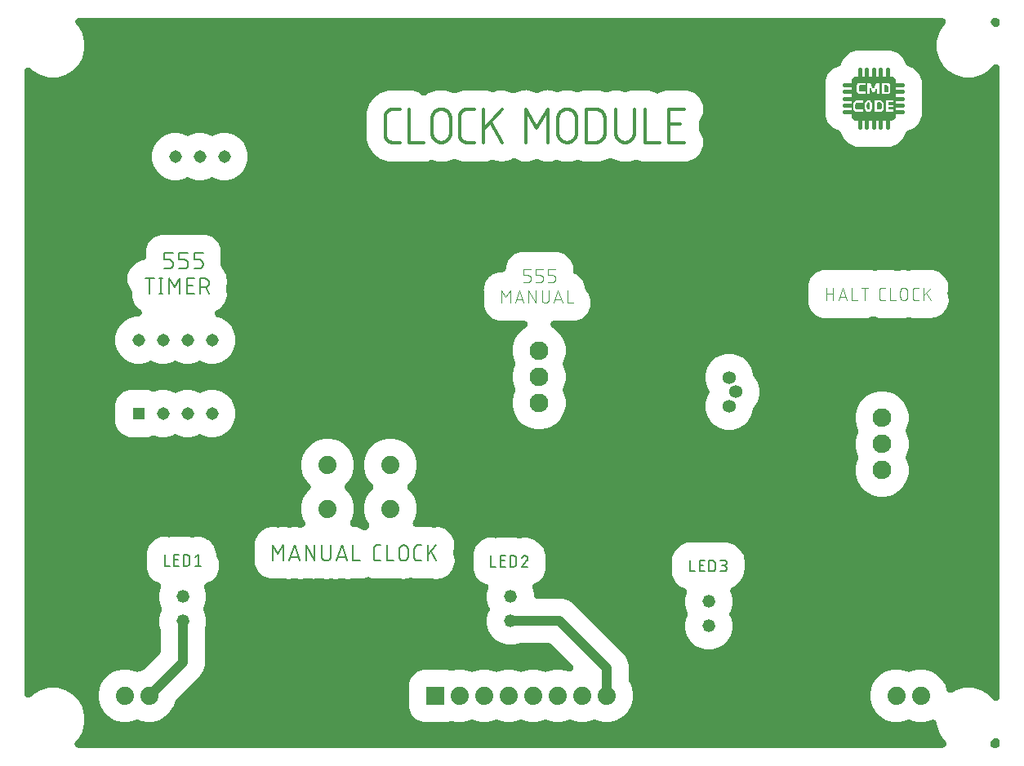
<source format=gbr>
G04 EAGLE Gerber RS-274X export*
G75*
%MOMM*%
%FSLAX34Y34*%
%LPD*%
%INTop Copper*%
%IPPOS*%
%AMOC8*
5,1,8,0,0,1.08239X$1,22.5*%
G01*
%ADD10C,0.355600*%
%ADD11C,0.101600*%
%ADD12C,0.152400*%
%ADD13R,1.308000X1.308000*%
%ADD14C,1.308000*%
%ADD15C,1.320800*%
%ADD16C,0.127000*%
%ADD17C,1.879600*%
%ADD18C,1.930400*%
%ADD19C,1.358000*%
%ADD20R,1.879600X1.879600*%
%ADD21C,0.406400*%
%ADD22C,1.016000*%

G36*
X948010Y-4055D02*
X948010Y-4055D01*
X948125Y-4057D01*
X948293Y-4035D01*
X948463Y-4023D01*
X948576Y-3999D01*
X948690Y-3985D01*
X948854Y-3940D01*
X949020Y-3904D01*
X949129Y-3865D01*
X949240Y-3834D01*
X949396Y-3767D01*
X949555Y-3708D01*
X949657Y-3654D01*
X949763Y-3608D01*
X949908Y-3520D01*
X950058Y-3440D01*
X950151Y-3372D01*
X950249Y-3312D01*
X950381Y-3204D01*
X950518Y-3103D01*
X950600Y-3023D01*
X950689Y-2950D01*
X950804Y-2824D01*
X950926Y-2706D01*
X950997Y-2615D01*
X951074Y-2530D01*
X951171Y-2389D01*
X951275Y-2255D01*
X951332Y-2155D01*
X951397Y-2060D01*
X951473Y-1908D01*
X951557Y-1760D01*
X951600Y-1653D01*
X951651Y-1550D01*
X951704Y-1389D01*
X951767Y-1231D01*
X951794Y-1118D01*
X951831Y-1009D01*
X951861Y-842D01*
X951901Y-677D01*
X951912Y-562D01*
X951933Y-449D01*
X951940Y-279D01*
X951957Y-110D01*
X951952Y5D01*
X951956Y121D01*
X951939Y290D01*
X951932Y460D01*
X951911Y573D01*
X951899Y688D01*
X951859Y853D01*
X951828Y1020D01*
X951791Y1129D01*
X951764Y1241D01*
X951701Y1399D01*
X951647Y1560D01*
X951595Y1663D01*
X951552Y1770D01*
X951468Y1917D01*
X951392Y2069D01*
X951326Y2164D01*
X951269Y2264D01*
X951195Y2353D01*
X951068Y2538D01*
X950842Y2782D01*
X950768Y2873D01*
X948369Y5272D01*
X944053Y12747D01*
X941817Y21093D01*
X941808Y21212D01*
X941808Y21366D01*
X941789Y21496D01*
X941779Y21627D01*
X941747Y21777D01*
X941725Y21929D01*
X941688Y22056D01*
X941660Y22184D01*
X941607Y22328D01*
X941564Y22476D01*
X941510Y22596D01*
X941464Y22719D01*
X941392Y22855D01*
X941328Y22995D01*
X941258Y23106D01*
X941196Y23222D01*
X941105Y23346D01*
X941022Y23475D01*
X940937Y23575D01*
X940859Y23682D01*
X940752Y23792D01*
X940652Y23909D01*
X940554Y23995D01*
X940462Y24090D01*
X940340Y24184D01*
X940225Y24286D01*
X940115Y24358D01*
X940011Y24439D01*
X939878Y24515D01*
X939749Y24599D01*
X939631Y24656D01*
X939516Y24721D01*
X939373Y24778D01*
X939234Y24843D01*
X939109Y24882D01*
X938987Y24931D01*
X938837Y24967D01*
X938691Y25013D01*
X938561Y25034D01*
X938433Y25065D01*
X938280Y25080D01*
X938128Y25105D01*
X937997Y25108D01*
X937866Y25120D01*
X937712Y25114D01*
X937559Y25117D01*
X937428Y25102D01*
X937296Y25096D01*
X937145Y25068D01*
X936993Y25050D01*
X936866Y25016D01*
X936736Y24992D01*
X936590Y24943D01*
X936442Y24904D01*
X936354Y24863D01*
X936196Y24811D01*
X935959Y24692D01*
X928978Y22821D01*
X921822Y22821D01*
X914910Y24673D01*
X914732Y24776D01*
X914712Y24786D01*
X914693Y24798D01*
X914456Y24910D01*
X914219Y25026D01*
X914199Y25032D01*
X914179Y25042D01*
X913927Y25120D01*
X913677Y25201D01*
X913656Y25205D01*
X913635Y25212D01*
X913376Y25254D01*
X913116Y25299D01*
X913094Y25300D01*
X913072Y25303D01*
X912809Y25309D01*
X912547Y25318D01*
X912525Y25315D01*
X912503Y25316D01*
X912241Y25284D01*
X911980Y25256D01*
X911959Y25251D01*
X911937Y25248D01*
X911683Y25181D01*
X911428Y25116D01*
X911407Y25108D01*
X911386Y25102D01*
X911318Y25071D01*
X910900Y24900D01*
X910757Y24816D01*
X910668Y24776D01*
X910491Y24673D01*
X903578Y22821D01*
X896422Y22821D01*
X889509Y24673D01*
X883312Y28252D01*
X878252Y33312D01*
X874673Y39509D01*
X872821Y46422D01*
X872821Y53578D01*
X874673Y60491D01*
X878252Y66688D01*
X883312Y71748D01*
X889509Y75327D01*
X896422Y77179D01*
X903578Y77179D01*
X910491Y75327D01*
X910668Y75224D01*
X910688Y75214D01*
X910706Y75202D01*
X910944Y75090D01*
X911180Y74974D01*
X911201Y74968D01*
X911221Y74958D01*
X911472Y74880D01*
X911723Y74799D01*
X911744Y74795D01*
X911765Y74788D01*
X912026Y74746D01*
X912284Y74701D01*
X912306Y74700D01*
X912328Y74697D01*
X912592Y74691D01*
X912853Y74682D01*
X912875Y74685D01*
X912897Y74684D01*
X913160Y74716D01*
X913420Y74744D01*
X913441Y74749D01*
X913463Y74752D01*
X913718Y74819D01*
X913972Y74884D01*
X913993Y74892D01*
X914014Y74898D01*
X914082Y74929D01*
X914499Y75100D01*
X914643Y75184D01*
X914732Y75224D01*
X914910Y75327D01*
X921822Y77179D01*
X928978Y77179D01*
X935891Y75327D01*
X942088Y71748D01*
X947148Y66688D01*
X950727Y60491D01*
X951914Y56060D01*
X951976Y55878D01*
X952030Y55695D01*
X952069Y55610D01*
X952099Y55521D01*
X952187Y55351D01*
X952266Y55176D01*
X952316Y55097D01*
X952359Y55014D01*
X952469Y54857D01*
X952572Y54695D01*
X952633Y54624D01*
X952686Y54548D01*
X952817Y54408D01*
X952942Y54262D01*
X953012Y54200D01*
X953076Y54132D01*
X953225Y54012D01*
X953369Y53885D01*
X953447Y53833D01*
X953520Y53775D01*
X953685Y53677D01*
X953845Y53571D01*
X953929Y53531D01*
X954009Y53483D01*
X954187Y53409D01*
X954360Y53327D01*
X954449Y53299D01*
X954535Y53263D01*
X954721Y53215D01*
X954904Y53157D01*
X954996Y53142D01*
X955086Y53119D01*
X955277Y53097D01*
X955466Y53066D01*
X955559Y53064D01*
X955652Y53053D01*
X955844Y53057D01*
X956036Y53053D01*
X956129Y53064D01*
X956222Y53067D01*
X956411Y53098D01*
X956602Y53121D01*
X956692Y53145D01*
X956784Y53160D01*
X956967Y53218D01*
X957152Y53267D01*
X957218Y53297D01*
X957327Y53331D01*
X957842Y53577D01*
X957858Y53587D01*
X957870Y53593D01*
X961947Y55947D01*
X970284Y58181D01*
X978916Y58181D01*
X987253Y55947D01*
X994728Y51631D01*
X1000427Y45932D01*
X1000514Y45857D01*
X1000594Y45774D01*
X1000729Y45670D01*
X1000857Y45558D01*
X1000954Y45496D01*
X1001045Y45425D01*
X1001193Y45341D01*
X1001335Y45249D01*
X1001440Y45200D01*
X1001540Y45143D01*
X1001698Y45080D01*
X1001852Y45009D01*
X1001962Y44975D01*
X1002069Y44933D01*
X1002235Y44893D01*
X1002397Y44844D01*
X1002511Y44826D01*
X1002623Y44799D01*
X1002793Y44782D01*
X1002960Y44756D01*
X1003075Y44755D01*
X1003190Y44743D01*
X1003360Y44751D01*
X1003530Y44749D01*
X1003644Y44763D01*
X1003760Y44768D01*
X1003927Y44799D01*
X1004095Y44821D01*
X1004207Y44851D01*
X1004320Y44872D01*
X1004481Y44926D01*
X1004645Y44971D01*
X1004751Y45017D01*
X1004860Y45053D01*
X1005012Y45129D01*
X1005168Y45197D01*
X1005266Y45257D01*
X1005369Y45308D01*
X1005509Y45405D01*
X1005654Y45494D01*
X1005743Y45567D01*
X1005838Y45632D01*
X1005963Y45748D01*
X1006095Y45856D01*
X1006172Y45940D01*
X1006257Y46019D01*
X1006365Y46150D01*
X1006480Y46275D01*
X1006545Y46370D01*
X1006618Y46460D01*
X1006706Y46605D01*
X1006802Y46745D01*
X1006854Y46848D01*
X1006913Y46947D01*
X1006980Y47103D01*
X1007056Y47255D01*
X1007092Y47365D01*
X1007138Y47471D01*
X1007182Y47635D01*
X1007236Y47796D01*
X1007257Y47909D01*
X1007287Y48021D01*
X1007298Y48135D01*
X1007338Y48356D01*
X1007352Y48688D01*
X1007363Y48805D01*
X1007363Y701195D01*
X1007355Y701310D01*
X1007357Y701425D01*
X1007335Y701593D01*
X1007323Y701763D01*
X1007299Y701876D01*
X1007285Y701990D01*
X1007240Y702154D01*
X1007204Y702320D01*
X1007165Y702428D01*
X1007134Y702540D01*
X1007067Y702696D01*
X1007008Y702855D01*
X1006954Y702957D01*
X1006908Y703063D01*
X1006820Y703208D01*
X1006740Y703358D01*
X1006672Y703451D01*
X1006612Y703549D01*
X1006504Y703681D01*
X1006403Y703818D01*
X1006323Y703900D01*
X1006250Y703989D01*
X1006125Y704104D01*
X1006006Y704226D01*
X1005915Y704297D01*
X1005830Y704374D01*
X1005690Y704471D01*
X1005555Y704575D01*
X1005455Y704632D01*
X1005360Y704697D01*
X1005208Y704773D01*
X1005060Y704857D01*
X1004953Y704900D01*
X1004850Y704951D01*
X1004689Y705004D01*
X1004531Y705067D01*
X1004418Y705094D01*
X1004309Y705131D01*
X1004142Y705161D01*
X1003977Y705201D01*
X1003862Y705212D01*
X1003749Y705233D01*
X1003579Y705240D01*
X1003410Y705257D01*
X1003295Y705252D01*
X1003179Y705256D01*
X1003010Y705239D01*
X1002840Y705232D01*
X1002727Y705211D01*
X1002613Y705199D01*
X1002447Y705159D01*
X1002280Y705128D01*
X1002171Y705091D01*
X1002059Y705064D01*
X1001901Y705001D01*
X1001740Y704947D01*
X1001637Y704895D01*
X1001530Y704852D01*
X1001383Y704768D01*
X1001231Y704692D01*
X1001136Y704626D01*
X1001036Y704569D01*
X1000947Y704496D01*
X1000762Y704368D01*
X1000518Y704143D01*
X1000427Y704068D01*
X994728Y698369D01*
X987253Y694053D01*
X978916Y691819D01*
X970284Y691819D01*
X961947Y694053D01*
X954472Y698369D01*
X948369Y704472D01*
X944053Y711947D01*
X941819Y720284D01*
X941819Y728916D01*
X944053Y737253D01*
X948369Y744728D01*
X950068Y746427D01*
X950143Y746514D01*
X950226Y746594D01*
X950330Y746729D01*
X950442Y746857D01*
X950504Y746954D01*
X950575Y747045D01*
X950659Y747193D01*
X950751Y747335D01*
X950800Y747440D01*
X950857Y747540D01*
X950920Y747698D01*
X950991Y747852D01*
X951025Y747962D01*
X951067Y748069D01*
X951107Y748235D01*
X951156Y748397D01*
X951174Y748511D01*
X951201Y748623D01*
X951218Y748793D01*
X951244Y748960D01*
X951245Y749075D01*
X951257Y749190D01*
X951249Y749360D01*
X951251Y749530D01*
X951237Y749644D01*
X951232Y749760D01*
X951201Y749927D01*
X951179Y750095D01*
X951149Y750207D01*
X951128Y750320D01*
X951074Y750481D01*
X951029Y750645D01*
X950983Y750751D01*
X950947Y750860D01*
X950871Y751012D01*
X950803Y751168D01*
X950743Y751266D01*
X950692Y751369D01*
X950595Y751509D01*
X950506Y751654D01*
X950433Y751743D01*
X950368Y751838D01*
X950252Y751963D01*
X950144Y752095D01*
X950060Y752172D01*
X949981Y752257D01*
X949850Y752365D01*
X949725Y752480D01*
X949630Y752545D01*
X949540Y752618D01*
X949395Y752706D01*
X949255Y752802D01*
X949152Y752854D01*
X949053Y752913D01*
X948897Y752980D01*
X948745Y753056D01*
X948635Y753092D01*
X948529Y753138D01*
X948365Y753182D01*
X948204Y753236D01*
X948091Y753257D01*
X947979Y753287D01*
X947865Y753298D01*
X947644Y753338D01*
X947312Y753352D01*
X947195Y753363D01*
X52805Y753363D01*
X52690Y753355D01*
X52575Y753357D01*
X52407Y753335D01*
X52237Y753323D01*
X52124Y753299D01*
X52010Y753285D01*
X51846Y753240D01*
X51680Y753204D01*
X51572Y753165D01*
X51460Y753134D01*
X51304Y753067D01*
X51145Y753008D01*
X51043Y752954D01*
X50937Y752908D01*
X50792Y752820D01*
X50642Y752740D01*
X50549Y752672D01*
X50451Y752612D01*
X50319Y752504D01*
X50182Y752403D01*
X50100Y752323D01*
X50011Y752250D01*
X49896Y752125D01*
X49774Y752006D01*
X49703Y751915D01*
X49626Y751830D01*
X49529Y751690D01*
X49425Y751555D01*
X49368Y751455D01*
X49303Y751360D01*
X49227Y751208D01*
X49143Y751060D01*
X49100Y750953D01*
X49049Y750850D01*
X48996Y750689D01*
X48933Y750531D01*
X48906Y750418D01*
X48869Y750309D01*
X48839Y750142D01*
X48799Y749977D01*
X48788Y749862D01*
X48767Y749749D01*
X48760Y749579D01*
X48743Y749410D01*
X48748Y749295D01*
X48744Y749179D01*
X48761Y749010D01*
X48768Y748840D01*
X48789Y748727D01*
X48801Y748613D01*
X48841Y748447D01*
X48872Y748280D01*
X48909Y748171D01*
X48936Y748059D01*
X48999Y747901D01*
X49053Y747740D01*
X49105Y747637D01*
X49148Y747530D01*
X49232Y747383D01*
X49308Y747231D01*
X49374Y747136D01*
X49431Y747036D01*
X49504Y746947D01*
X49632Y746762D01*
X49857Y746518D01*
X49932Y746427D01*
X51631Y744728D01*
X55947Y737253D01*
X58181Y728916D01*
X58181Y720284D01*
X55947Y711947D01*
X51631Y704472D01*
X45528Y698369D01*
X38053Y694053D01*
X29716Y691819D01*
X21084Y691819D01*
X12747Y694053D01*
X5272Y698369D01*
X2873Y700768D01*
X2786Y700843D01*
X2706Y700926D01*
X2571Y701030D01*
X2443Y701142D01*
X2346Y701204D01*
X2255Y701275D01*
X2108Y701359D01*
X1965Y701451D01*
X1860Y701500D01*
X1760Y701557D01*
X1602Y701620D01*
X1448Y701691D01*
X1338Y701725D01*
X1231Y701767D01*
X1065Y701807D01*
X903Y701856D01*
X789Y701874D01*
X677Y701901D01*
X507Y701918D01*
X340Y701944D01*
X225Y701945D01*
X110Y701957D01*
X-60Y701949D01*
X-230Y701951D01*
X-344Y701937D01*
X-460Y701932D01*
X-627Y701901D01*
X-795Y701879D01*
X-907Y701849D01*
X-1020Y701828D01*
X-1181Y701774D01*
X-1345Y701729D01*
X-1451Y701683D01*
X-1560Y701647D01*
X-1712Y701570D01*
X-1868Y701503D01*
X-1966Y701443D01*
X-2069Y701392D01*
X-2209Y701295D01*
X-2354Y701206D01*
X-2443Y701133D01*
X-2538Y701068D01*
X-2663Y700952D01*
X-2795Y700844D01*
X-2872Y700760D01*
X-2957Y700681D01*
X-3065Y700550D01*
X-3180Y700425D01*
X-3245Y700330D01*
X-3318Y700240D01*
X-3406Y700095D01*
X-3502Y699955D01*
X-3554Y699852D01*
X-3613Y699753D01*
X-3680Y699597D01*
X-3756Y699445D01*
X-3792Y699335D01*
X-3838Y699229D01*
X-3882Y699066D01*
X-3936Y698904D01*
X-3957Y698791D01*
X-3987Y698679D01*
X-3998Y698565D01*
X-4038Y698344D01*
X-4052Y698012D01*
X-4063Y697895D01*
X-4063Y52105D01*
X-4055Y51990D01*
X-4057Y51875D01*
X-4035Y51707D01*
X-4023Y51537D01*
X-3999Y51424D01*
X-3985Y51310D01*
X-3940Y51146D01*
X-3904Y50980D01*
X-3865Y50871D01*
X-3834Y50760D01*
X-3767Y50604D01*
X-3708Y50445D01*
X-3654Y50343D01*
X-3608Y50237D01*
X-3520Y50092D01*
X-3440Y49942D01*
X-3372Y49849D01*
X-3312Y49751D01*
X-3204Y49619D01*
X-3103Y49482D01*
X-3023Y49400D01*
X-2950Y49311D01*
X-2824Y49196D01*
X-2706Y49074D01*
X-2615Y49003D01*
X-2530Y48926D01*
X-2389Y48829D01*
X-2255Y48725D01*
X-2155Y48668D01*
X-2060Y48603D01*
X-1908Y48527D01*
X-1760Y48443D01*
X-1653Y48400D01*
X-1550Y48349D01*
X-1389Y48296D01*
X-1231Y48233D01*
X-1118Y48206D01*
X-1009Y48169D01*
X-842Y48139D01*
X-677Y48099D01*
X-562Y48088D01*
X-449Y48067D01*
X-279Y48060D01*
X-110Y48043D01*
X5Y48048D01*
X121Y48044D01*
X290Y48061D01*
X460Y48068D01*
X573Y48089D01*
X688Y48101D01*
X853Y48141D01*
X1020Y48172D01*
X1129Y48209D01*
X1241Y48236D01*
X1399Y48299D01*
X1560Y48353D01*
X1663Y48405D01*
X1770Y48448D01*
X1917Y48532D01*
X2069Y48608D01*
X2164Y48674D01*
X2264Y48731D01*
X2353Y48805D01*
X2538Y48932D01*
X2782Y49158D01*
X2873Y49232D01*
X5272Y51631D01*
X12747Y55947D01*
X21084Y58181D01*
X29716Y58181D01*
X38053Y55947D01*
X45528Y51631D01*
X51631Y45528D01*
X55947Y38053D01*
X58181Y29716D01*
X58181Y21084D01*
X55947Y12747D01*
X51631Y5272D01*
X49232Y2873D01*
X49157Y2786D01*
X49074Y2706D01*
X48970Y2571D01*
X48858Y2443D01*
X48796Y2346D01*
X48725Y2255D01*
X48641Y2108D01*
X48549Y1965D01*
X48500Y1860D01*
X48443Y1760D01*
X48380Y1602D01*
X48309Y1448D01*
X48275Y1338D01*
X48233Y1231D01*
X48193Y1065D01*
X48144Y903D01*
X48126Y789D01*
X48099Y677D01*
X48082Y507D01*
X48056Y340D01*
X48055Y225D01*
X48043Y110D01*
X48051Y-60D01*
X48049Y-230D01*
X48063Y-344D01*
X48068Y-460D01*
X48099Y-627D01*
X48121Y-795D01*
X48151Y-907D01*
X48172Y-1020D01*
X48226Y-1181D01*
X48271Y-1345D01*
X48317Y-1451D01*
X48353Y-1560D01*
X48430Y-1712D01*
X48497Y-1868D01*
X48557Y-1966D01*
X48608Y-2069D01*
X48705Y-2209D01*
X48794Y-2354D01*
X48867Y-2443D01*
X48932Y-2538D01*
X49048Y-2663D01*
X49156Y-2795D01*
X49240Y-2872D01*
X49319Y-2957D01*
X49450Y-3065D01*
X49575Y-3180D01*
X49670Y-3245D01*
X49760Y-3318D01*
X49905Y-3406D01*
X50045Y-3502D01*
X50148Y-3554D01*
X50247Y-3613D01*
X50403Y-3680D01*
X50555Y-3756D01*
X50665Y-3792D01*
X50771Y-3838D01*
X50934Y-3882D01*
X51096Y-3936D01*
X51209Y-3957D01*
X51321Y-3987D01*
X51435Y-3998D01*
X51656Y-4038D01*
X51988Y-4052D01*
X52105Y-4063D01*
X947895Y-4063D01*
X948010Y-4055D01*
G37*
%LPC*%
G36*
X482419Y606262D02*
X482419Y606262D01*
X482294Y606289D01*
X482170Y606326D01*
X482016Y606350D01*
X481863Y606384D01*
X481734Y606393D01*
X481607Y606413D01*
X481451Y606415D01*
X481295Y606427D01*
X481166Y606418D01*
X481037Y606420D01*
X480882Y606400D01*
X480726Y606390D01*
X480600Y606364D01*
X480472Y606347D01*
X480367Y606315D01*
X480168Y606274D01*
X479823Y606149D01*
X479718Y606117D01*
X475860Y604519D01*
X450593Y604519D01*
X442985Y606991D01*
X442960Y606998D01*
X442935Y607007D01*
X442683Y607066D01*
X442432Y607129D01*
X442406Y607132D01*
X442380Y607138D01*
X442123Y607161D01*
X441866Y607188D01*
X441839Y607187D01*
X441813Y607189D01*
X441554Y607176D01*
X441296Y607167D01*
X441270Y607162D01*
X441244Y607161D01*
X441162Y607143D01*
X440735Y607067D01*
X440571Y607013D01*
X440474Y606991D01*
X432866Y604519D01*
X423631Y604519D01*
X419703Y605795D01*
X419523Y605840D01*
X419345Y605894D01*
X419247Y605909D01*
X419150Y605933D01*
X418966Y605952D01*
X418782Y605980D01*
X418682Y605982D01*
X418584Y605992D01*
X418398Y605985D01*
X418212Y605987D01*
X418114Y605975D01*
X418014Y605971D01*
X417831Y605938D01*
X417647Y605914D01*
X417574Y605892D01*
X417453Y605871D01*
X416912Y605693D01*
X416901Y605687D01*
X416893Y605685D01*
X414079Y604519D01*
X390137Y604519D01*
X390133Y604519D01*
X390130Y604519D01*
X390033Y604519D01*
X390029Y604519D01*
X390027Y604519D01*
X373441Y604519D01*
X365236Y607185D01*
X358256Y612256D01*
X353185Y619236D01*
X350519Y627441D01*
X350519Y655259D01*
X353185Y663464D01*
X358256Y670444D01*
X365236Y675515D01*
X373441Y678181D01*
X378312Y678181D01*
X382453Y678181D01*
X390130Y678181D01*
X390134Y678181D01*
X390137Y678181D01*
X390234Y678181D01*
X390237Y678181D01*
X390239Y678181D01*
X398726Y678181D01*
X405915Y675203D01*
X407148Y673970D01*
X407296Y673841D01*
X407439Y673706D01*
X407511Y673654D01*
X407578Y673596D01*
X407743Y673489D01*
X407903Y673375D01*
X407982Y673335D01*
X408056Y673286D01*
X408235Y673203D01*
X408409Y673113D01*
X408492Y673084D01*
X408573Y673046D01*
X408761Y672989D01*
X408946Y672924D01*
X409033Y672907D01*
X409118Y672881D01*
X409313Y672851D01*
X409505Y672813D01*
X409594Y672807D01*
X409682Y672794D01*
X409878Y672791D01*
X410074Y672780D01*
X410162Y672787D01*
X410251Y672786D01*
X410446Y672811D01*
X410642Y672827D01*
X410728Y672847D01*
X410817Y672858D01*
X411006Y672910D01*
X411197Y672953D01*
X411280Y672985D01*
X411366Y673009D01*
X411546Y673086D01*
X411730Y673156D01*
X411790Y673192D01*
X411889Y673234D01*
X412376Y673531D01*
X412394Y673547D01*
X412410Y673556D01*
X414847Y675327D01*
X423631Y678181D01*
X432866Y678181D01*
X440474Y675709D01*
X440499Y675702D01*
X440524Y675693D01*
X440776Y675634D01*
X441027Y675571D01*
X441053Y675568D01*
X441079Y675562D01*
X441336Y675539D01*
X441594Y675512D01*
X441620Y675513D01*
X441646Y675511D01*
X441906Y675524D01*
X442163Y675533D01*
X442189Y675538D01*
X442215Y675539D01*
X442297Y675557D01*
X442724Y675633D01*
X442888Y675687D01*
X442985Y675709D01*
X450593Y678181D01*
X455593Y678181D01*
X459605Y678181D01*
X459606Y678181D01*
X475860Y678181D01*
X480012Y676461D01*
X480161Y676411D01*
X480306Y676352D01*
X480431Y676321D01*
X480552Y676280D01*
X480707Y676252D01*
X480859Y676214D01*
X480987Y676200D01*
X481113Y676177D01*
X481269Y676170D01*
X481426Y676154D01*
X481554Y676158D01*
X481682Y676153D01*
X481838Y676168D01*
X481995Y676174D01*
X482121Y676196D01*
X482249Y676209D01*
X482402Y676246D01*
X482556Y676274D01*
X482646Y676306D01*
X482803Y676344D01*
X483235Y676516D01*
X483299Y676539D01*
X486344Y677974D01*
X494116Y678344D01*
X501709Y675614D01*
X501714Y675611D01*
X501799Y675571D01*
X501880Y675524D01*
X502057Y675452D01*
X502231Y675372D01*
X502321Y675345D01*
X502408Y675309D01*
X502593Y675262D01*
X502776Y675207D01*
X502869Y675193D01*
X502960Y675170D01*
X503150Y675150D01*
X503340Y675121D01*
X503434Y675119D01*
X503527Y675110D01*
X503718Y675116D01*
X503909Y675114D01*
X504002Y675126D01*
X504096Y675129D01*
X504285Y675162D01*
X504475Y675187D01*
X504544Y675208D01*
X504657Y675228D01*
X505199Y675404D01*
X505216Y675412D01*
X505229Y675416D01*
X506694Y676023D01*
X507204Y676277D01*
X507218Y676288D01*
X507230Y676293D01*
X509067Y677395D01*
X510038Y677540D01*
X510139Y677562D01*
X510241Y677575D01*
X510355Y677610D01*
X510595Y677663D01*
X510879Y677769D01*
X510995Y677805D01*
X511903Y678181D01*
X514046Y678181D01*
X514614Y678221D01*
X514631Y678224D01*
X514644Y678225D01*
X516763Y678540D01*
X517716Y678302D01*
X517818Y678284D01*
X517917Y678257D01*
X518035Y678246D01*
X518277Y678203D01*
X518581Y678192D01*
X518702Y678181D01*
X519684Y678181D01*
X521663Y677361D01*
X522204Y677180D01*
X522221Y677177D01*
X522233Y677173D01*
X524311Y676653D01*
X524889Y676225D01*
X525058Y676117D01*
X525222Y676003D01*
X525298Y675965D01*
X525370Y675919D01*
X525552Y675836D01*
X525731Y675745D01*
X525811Y675718D01*
X525888Y675683D01*
X526080Y675626D01*
X526270Y675562D01*
X526353Y675546D01*
X526435Y675522D01*
X526633Y675492D01*
X526830Y675455D01*
X526914Y675451D01*
X526998Y675438D01*
X527199Y675437D01*
X527399Y675428D01*
X527483Y675435D01*
X527568Y675435D01*
X527767Y675462D01*
X527966Y675480D01*
X528049Y675500D01*
X528133Y675511D01*
X528326Y675566D01*
X528521Y675612D01*
X528599Y675643D01*
X528681Y675666D01*
X528865Y675747D01*
X529051Y675819D01*
X529108Y675854D01*
X529203Y675895D01*
X529687Y676196D01*
X529709Y676215D01*
X529727Y676225D01*
X530305Y676653D01*
X532383Y677173D01*
X532925Y677349D01*
X532941Y677357D01*
X532953Y677361D01*
X534932Y678181D01*
X535915Y678181D01*
X536018Y678188D01*
X536120Y678186D01*
X536238Y678203D01*
X536483Y678221D01*
X536780Y678284D01*
X536900Y678302D01*
X537853Y678540D01*
X539973Y678225D01*
X540541Y678181D01*
X540558Y678182D01*
X540571Y678181D01*
X542713Y678181D01*
X543621Y677805D01*
X543718Y677772D01*
X543813Y677731D01*
X543929Y677702D01*
X544161Y677624D01*
X544460Y677569D01*
X544578Y677540D01*
X545550Y677395D01*
X546126Y677050D01*
X546305Y676958D01*
X546480Y676860D01*
X546558Y676830D01*
X546633Y676791D01*
X546823Y676726D01*
X547011Y676653D01*
X547093Y676634D01*
X547173Y676607D01*
X547369Y676569D01*
X547565Y676523D01*
X547649Y676515D01*
X547732Y676499D01*
X547932Y676490D01*
X548133Y676471D01*
X548217Y676476D01*
X548301Y676471D01*
X548501Y676490D01*
X548702Y676500D01*
X548767Y676514D01*
X548869Y676523D01*
X549423Y676654D01*
X549451Y676665D01*
X549472Y676669D01*
X554123Y678181D01*
X563358Y678181D01*
X568334Y676564D01*
X568515Y676519D01*
X568693Y676465D01*
X568791Y676450D01*
X568887Y676426D01*
X569072Y676407D01*
X569256Y676379D01*
X569355Y676377D01*
X569454Y676367D01*
X569640Y676374D01*
X569826Y676372D01*
X569924Y676384D01*
X570024Y676388D01*
X570206Y676421D01*
X570391Y676445D01*
X570464Y676467D01*
X570584Y676488D01*
X571126Y676666D01*
X571137Y676672D01*
X571145Y676674D01*
X574782Y678181D01*
X592886Y678181D01*
X598396Y676390D01*
X598576Y676346D01*
X598754Y676292D01*
X598852Y676277D01*
X598949Y676253D01*
X599133Y676234D01*
X599317Y676205D01*
X599417Y676204D01*
X599515Y676194D01*
X599701Y676201D01*
X599887Y676198D01*
X599986Y676211D01*
X600085Y676215D01*
X600268Y676247D01*
X600452Y676271D01*
X600526Y676294D01*
X600646Y676315D01*
X601187Y676493D01*
X601198Y676498D01*
X601206Y676501D01*
X605262Y678181D01*
X613043Y678181D01*
X617193Y676462D01*
X617250Y676443D01*
X617305Y676417D01*
X617521Y676352D01*
X617734Y676281D01*
X617793Y676270D01*
X617851Y676253D01*
X618073Y676218D01*
X618294Y676178D01*
X618354Y676175D01*
X618414Y676166D01*
X618639Y676163D01*
X618863Y676154D01*
X618923Y676160D01*
X618984Y676159D01*
X619206Y676188D01*
X619430Y676210D01*
X619489Y676224D01*
X619549Y676232D01*
X619661Y676266D01*
X619984Y676345D01*
X620193Y676428D01*
X620303Y676462D01*
X624453Y678181D01*
X632234Y678181D01*
X632431Y678099D01*
X632488Y678080D01*
X632543Y678055D01*
X632758Y677990D01*
X632971Y677919D01*
X633030Y677908D01*
X633088Y677890D01*
X633311Y677856D01*
X633531Y677815D01*
X633592Y677813D01*
X633652Y677804D01*
X633876Y677801D01*
X634101Y677792D01*
X634161Y677798D01*
X634221Y677797D01*
X634444Y677825D01*
X634668Y677848D01*
X634727Y677862D01*
X634786Y677870D01*
X634899Y677904D01*
X635221Y677982D01*
X635431Y678066D01*
X635541Y678099D01*
X635737Y678181D01*
X643518Y678181D01*
X650455Y675307D01*
X650513Y675288D01*
X650567Y675263D01*
X650783Y675198D01*
X650996Y675127D01*
X651055Y675116D01*
X651113Y675098D01*
X651336Y675064D01*
X651556Y675023D01*
X651616Y675021D01*
X651676Y675012D01*
X651901Y675009D01*
X652125Y675000D01*
X652186Y675006D01*
X652246Y675005D01*
X652468Y675034D01*
X652692Y675056D01*
X652751Y675070D01*
X652811Y675078D01*
X652924Y675112D01*
X653246Y675190D01*
X653455Y675274D01*
X653565Y675307D01*
X660502Y678181D01*
X683636Y678181D01*
X690825Y675203D01*
X696327Y669701D01*
X699304Y662512D01*
X699304Y654732D01*
X696287Y647448D01*
X696283Y647442D01*
X696250Y647392D01*
X696212Y647345D01*
X696095Y647153D01*
X695973Y646964D01*
X695947Y646909D01*
X695916Y646858D01*
X695828Y646651D01*
X695733Y646447D01*
X695716Y646390D01*
X695692Y646334D01*
X695633Y646117D01*
X695568Y645902D01*
X695559Y645842D01*
X695543Y645784D01*
X695531Y645667D01*
X695480Y645339D01*
X695477Y645114D01*
X695466Y644999D01*
X695466Y639348D01*
X695427Y639229D01*
X695340Y638970D01*
X695340Y638967D01*
X695339Y638965D01*
X695288Y638687D01*
X695237Y638410D01*
X695237Y638407D01*
X695236Y638404D01*
X695224Y638103D01*
X695213Y637840D01*
X695213Y637838D01*
X695213Y637835D01*
X695242Y637546D01*
X695269Y637273D01*
X695270Y637271D01*
X695270Y637268D01*
X695338Y636989D01*
X695404Y636720D01*
X695405Y636717D01*
X695406Y636714D01*
X695512Y636450D01*
X695615Y636190D01*
X695616Y636188D01*
X695617Y636185D01*
X695760Y635936D01*
X695802Y635863D01*
X695803Y635861D01*
X695804Y635859D01*
X695898Y635696D01*
X695899Y635694D01*
X695901Y635691D01*
X695910Y635680D01*
X696075Y635468D01*
X696127Y635392D01*
X696168Y635348D01*
X696247Y635246D01*
X696319Y635176D01*
X699304Y627968D01*
X699304Y620188D01*
X696327Y612999D01*
X690825Y607497D01*
X683636Y604519D01*
X659694Y604519D01*
X659686Y604519D01*
X659679Y604519D01*
X659611Y604519D01*
X659575Y604521D01*
X659560Y604519D01*
X635737Y604519D01*
X631684Y606198D01*
X631507Y606257D01*
X631334Y606325D01*
X631238Y606347D01*
X631143Y606379D01*
X630960Y606413D01*
X630780Y606455D01*
X630681Y606464D01*
X630583Y606482D01*
X630397Y606490D01*
X630212Y606507D01*
X630113Y606502D01*
X630014Y606506D01*
X629829Y606488D01*
X629643Y606479D01*
X629568Y606462D01*
X629447Y606450D01*
X628893Y606315D01*
X628882Y606311D01*
X628873Y606309D01*
X623366Y604519D01*
X614130Y604519D01*
X604764Y607563D01*
X604738Y607569D01*
X604714Y607579D01*
X604462Y607638D01*
X604211Y607700D01*
X604185Y607703D01*
X604159Y607709D01*
X603901Y607733D01*
X603644Y607759D01*
X603618Y607758D01*
X603592Y607761D01*
X603332Y607748D01*
X603075Y607738D01*
X603049Y607734D01*
X603022Y607732D01*
X602940Y607714D01*
X602514Y607638D01*
X602350Y607584D01*
X602252Y607563D01*
X592886Y604519D01*
X588849Y604519D01*
X574782Y604519D01*
X571145Y606026D01*
X570969Y606085D01*
X570796Y606152D01*
X570699Y606175D01*
X570605Y606206D01*
X570422Y606240D01*
X570241Y606283D01*
X570142Y606292D01*
X570044Y606310D01*
X569859Y606317D01*
X569674Y606334D01*
X569574Y606329D01*
X569475Y606333D01*
X569290Y606315D01*
X569105Y606306D01*
X569030Y606289D01*
X568908Y606277D01*
X568354Y606143D01*
X568343Y606138D01*
X568335Y606136D01*
X563358Y604519D01*
X554123Y604519D01*
X549155Y606134D01*
X548974Y606178D01*
X548796Y606232D01*
X548698Y606247D01*
X548602Y606271D01*
X548417Y606290D01*
X548233Y606319D01*
X548134Y606320D01*
X548035Y606330D01*
X547849Y606323D01*
X547663Y606326D01*
X547565Y606313D01*
X547466Y606309D01*
X547283Y606277D01*
X547098Y606253D01*
X547025Y606230D01*
X546905Y606209D01*
X546363Y606031D01*
X546352Y606026D01*
X546344Y606023D01*
X542713Y604519D01*
X534932Y604519D01*
X528863Y607033D01*
X528806Y607052D01*
X528751Y607078D01*
X528536Y607143D01*
X528323Y607214D01*
X528263Y607225D01*
X528205Y607242D01*
X527983Y607276D01*
X527762Y607317D01*
X527702Y607320D01*
X527642Y607329D01*
X527417Y607331D01*
X527193Y607341D01*
X527133Y607335D01*
X527073Y607336D01*
X526850Y607307D01*
X526626Y607285D01*
X526567Y607271D01*
X526507Y607263D01*
X526395Y607229D01*
X526072Y607150D01*
X525863Y607067D01*
X525753Y607033D01*
X519684Y604519D01*
X511903Y604519D01*
X504743Y607485D01*
X504476Y607574D01*
X504218Y607662D01*
X504210Y607663D01*
X504203Y607666D01*
X503931Y607716D01*
X503658Y607767D01*
X503650Y607767D01*
X503642Y607769D01*
X503369Y607780D01*
X503089Y607793D01*
X503081Y607792D01*
X503073Y607793D01*
X502795Y607765D01*
X502522Y607739D01*
X502514Y607738D01*
X502506Y607737D01*
X502233Y607670D01*
X501968Y607607D01*
X501962Y607604D01*
X501952Y607602D01*
X501423Y607391D01*
X501314Y607329D01*
X501242Y607298D01*
X497111Y605045D01*
X489374Y604216D01*
X482419Y606262D01*
G37*
%LPD*%
%LPC*%
G36*
X409065Y22821D02*
X409065Y22821D01*
X402530Y25528D01*
X397528Y30530D01*
X394821Y37065D01*
X394821Y62935D01*
X397528Y69470D01*
X402530Y74472D01*
X409065Y77179D01*
X434935Y77179D01*
X437151Y76261D01*
X437227Y76235D01*
X437299Y76203D01*
X437497Y76145D01*
X437692Y76080D01*
X437770Y76066D01*
X437846Y76043D01*
X438050Y76014D01*
X438252Y75977D01*
X438331Y75973D01*
X438410Y75962D01*
X438616Y75962D01*
X438821Y75953D01*
X438901Y75961D01*
X438980Y75961D01*
X439100Y75980D01*
X439388Y76009D01*
X439639Y76070D01*
X439758Y76090D01*
X443822Y77179D01*
X450978Y77179D01*
X457891Y75327D01*
X458068Y75224D01*
X458088Y75214D01*
X458106Y75202D01*
X458344Y75090D01*
X458580Y74974D01*
X458601Y74968D01*
X458621Y74958D01*
X458872Y74880D01*
X459123Y74799D01*
X459144Y74795D01*
X459165Y74788D01*
X459426Y74746D01*
X459684Y74701D01*
X459706Y74700D01*
X459728Y74697D01*
X459992Y74691D01*
X460253Y74682D01*
X460275Y74685D01*
X460297Y74684D01*
X460560Y74716D01*
X460820Y74744D01*
X460841Y74749D01*
X460863Y74752D01*
X461118Y74819D01*
X461372Y74884D01*
X461393Y74892D01*
X461414Y74898D01*
X461482Y74929D01*
X461899Y75100D01*
X462043Y75184D01*
X462132Y75224D01*
X462310Y75327D01*
X469222Y77179D01*
X476378Y77179D01*
X483291Y75327D01*
X483468Y75224D01*
X483488Y75214D01*
X483506Y75202D01*
X483744Y75090D01*
X483980Y74974D01*
X484001Y74968D01*
X484021Y74958D01*
X484272Y74880D01*
X484523Y74799D01*
X484544Y74795D01*
X484565Y74788D01*
X484826Y74746D01*
X485084Y74701D01*
X485106Y74700D01*
X485128Y74697D01*
X485392Y74691D01*
X485653Y74682D01*
X485675Y74685D01*
X485697Y74684D01*
X485960Y74716D01*
X486220Y74744D01*
X486241Y74749D01*
X486263Y74752D01*
X486518Y74819D01*
X486772Y74884D01*
X486793Y74892D01*
X486814Y74898D01*
X486882Y74929D01*
X487299Y75100D01*
X487443Y75184D01*
X487532Y75224D01*
X487710Y75327D01*
X494622Y77179D01*
X501778Y77179D01*
X508691Y75327D01*
X508868Y75224D01*
X508888Y75214D01*
X508906Y75202D01*
X509144Y75090D01*
X509380Y74974D01*
X509401Y74968D01*
X509421Y74958D01*
X509672Y74880D01*
X509923Y74799D01*
X509944Y74795D01*
X509965Y74788D01*
X510226Y74746D01*
X510484Y74701D01*
X510506Y74700D01*
X510528Y74697D01*
X510792Y74691D01*
X511053Y74682D01*
X511075Y74685D01*
X511097Y74684D01*
X511360Y74716D01*
X511620Y74744D01*
X511641Y74749D01*
X511663Y74752D01*
X511918Y74819D01*
X512172Y74884D01*
X512193Y74892D01*
X512214Y74898D01*
X512282Y74929D01*
X512699Y75100D01*
X512843Y75184D01*
X512932Y75224D01*
X513110Y75327D01*
X520022Y77179D01*
X527178Y77179D01*
X534091Y75327D01*
X534268Y75224D01*
X534288Y75214D01*
X534306Y75202D01*
X534544Y75090D01*
X534780Y74974D01*
X534801Y74968D01*
X534821Y74958D01*
X535072Y74880D01*
X535323Y74799D01*
X535344Y74795D01*
X535365Y74788D01*
X535626Y74746D01*
X535884Y74701D01*
X535906Y74700D01*
X535928Y74697D01*
X536192Y74691D01*
X536453Y74682D01*
X536475Y74685D01*
X536497Y74684D01*
X536760Y74716D01*
X537020Y74744D01*
X537041Y74749D01*
X537063Y74752D01*
X537318Y74819D01*
X537572Y74884D01*
X537593Y74892D01*
X537614Y74898D01*
X537682Y74929D01*
X538099Y75100D01*
X538243Y75184D01*
X538332Y75224D01*
X538510Y75327D01*
X545422Y77179D01*
X552578Y77179D01*
X559914Y75213D01*
X559990Y75198D01*
X560063Y75176D01*
X560269Y75144D01*
X560474Y75104D01*
X560550Y75101D01*
X560626Y75089D01*
X560834Y75086D01*
X561043Y75075D01*
X561119Y75082D01*
X561196Y75081D01*
X561403Y75107D01*
X561610Y75126D01*
X561685Y75143D01*
X561761Y75153D01*
X561963Y75208D01*
X562165Y75256D01*
X562237Y75283D01*
X562311Y75304D01*
X562502Y75386D01*
X562696Y75461D01*
X562763Y75499D01*
X562834Y75529D01*
X563012Y75638D01*
X563194Y75740D01*
X563255Y75786D01*
X563320Y75826D01*
X563481Y75959D01*
X563647Y76085D01*
X563701Y76139D01*
X563760Y76188D01*
X563901Y76342D01*
X564048Y76490D01*
X564094Y76551D01*
X564146Y76608D01*
X564263Y76780D01*
X564388Y76947D01*
X564425Y77014D01*
X564468Y77078D01*
X564561Y77264D01*
X564661Y77447D01*
X564688Y77519D01*
X564722Y77588D01*
X564788Y77786D01*
X564861Y77981D01*
X564878Y78056D01*
X564902Y78129D01*
X564939Y78334D01*
X564984Y78537D01*
X564990Y78613D01*
X565004Y78689D01*
X565013Y78897D01*
X565029Y79105D01*
X565024Y79182D01*
X565027Y79258D01*
X565007Y79466D01*
X564994Y79674D01*
X564978Y79749D01*
X564971Y79825D01*
X564921Y80027D01*
X564879Y80232D01*
X564853Y80304D01*
X564835Y80379D01*
X564758Y80572D01*
X564688Y80768D01*
X564652Y80836D01*
X564623Y80908D01*
X564520Y81088D01*
X564423Y81273D01*
X564378Y81335D01*
X564340Y81402D01*
X564263Y81496D01*
X564090Y81736D01*
X563915Y81918D01*
X563839Y82011D01*
X542601Y103249D01*
X542555Y103289D01*
X542514Y103333D01*
X542340Y103475D01*
X542171Y103623D01*
X542120Y103656D01*
X542073Y103694D01*
X541881Y103811D01*
X541692Y103933D01*
X541638Y103958D01*
X541586Y103989D01*
X541380Y104078D01*
X541176Y104173D01*
X541118Y104190D01*
X541062Y104214D01*
X540846Y104272D01*
X540630Y104338D01*
X540571Y104347D01*
X540512Y104363D01*
X540395Y104374D01*
X540067Y104425D01*
X539842Y104428D01*
X539728Y104439D01*
X509433Y104439D01*
X509296Y104430D01*
X509159Y104430D01*
X509055Y104413D01*
X508864Y104399D01*
X508481Y104317D01*
X508381Y104301D01*
X503210Y102915D01*
X496790Y102915D01*
X490588Y104577D01*
X485027Y107787D01*
X480487Y112327D01*
X477277Y117888D01*
X475615Y124090D01*
X475615Y130510D01*
X477277Y136712D01*
X478002Y137968D01*
X478012Y137988D01*
X478024Y138006D01*
X478137Y138245D01*
X478252Y138481D01*
X478259Y138501D01*
X478268Y138521D01*
X478347Y138773D01*
X478427Y139023D01*
X478431Y139044D01*
X478438Y139065D01*
X478480Y139325D01*
X478525Y139584D01*
X478526Y139606D01*
X478530Y139628D01*
X478535Y139891D01*
X478544Y140154D01*
X478541Y140175D01*
X478542Y140197D01*
X478511Y140459D01*
X478482Y140720D01*
X478477Y140741D01*
X478474Y140763D01*
X478407Y141016D01*
X478342Y141272D01*
X478334Y141293D01*
X478328Y141314D01*
X478298Y141382D01*
X478126Y141800D01*
X478043Y141943D01*
X478002Y142032D01*
X477277Y143288D01*
X475615Y149490D01*
X475615Y155910D01*
X477061Y161305D01*
X477108Y161548D01*
X477160Y161793D01*
X477162Y161829D01*
X477169Y161864D01*
X477182Y162113D01*
X477199Y162362D01*
X477197Y162397D01*
X477198Y162433D01*
X477176Y162681D01*
X477158Y162930D01*
X477151Y162965D01*
X477148Y163001D01*
X477091Y163243D01*
X477039Y163487D01*
X477026Y163521D01*
X477018Y163555D01*
X476928Y163789D01*
X476842Y164022D01*
X476825Y164053D01*
X476812Y164087D01*
X476690Y164305D01*
X476573Y164524D01*
X476552Y164553D01*
X476534Y164584D01*
X476383Y164782D01*
X476236Y164983D01*
X476211Y165009D01*
X476189Y165037D01*
X476012Y165212D01*
X475838Y165391D01*
X475809Y165413D01*
X475784Y165438D01*
X475584Y165587D01*
X475387Y165739D01*
X475361Y165753D01*
X475327Y165778D01*
X474827Y166051D01*
X474743Y166083D01*
X474691Y166110D01*
X469446Y168283D01*
X464265Y173463D01*
X461462Y180232D01*
X461462Y198988D01*
X464265Y205757D01*
X469446Y210937D01*
X476214Y213741D01*
X483604Y213741D01*
X483816Y213670D01*
X483875Y213659D01*
X483933Y213642D01*
X484155Y213607D01*
X484376Y213567D01*
X484436Y213564D01*
X484496Y213555D01*
X484721Y213552D01*
X484946Y213543D01*
X485006Y213549D01*
X485066Y213548D01*
X485288Y213577D01*
X485513Y213599D01*
X485571Y213613D01*
X485631Y213621D01*
X485744Y213655D01*
X486066Y213734D01*
X486084Y213741D01*
X506502Y213741D01*
X507241Y213435D01*
X507438Y213369D01*
X507540Y213324D01*
X507608Y213302D01*
X507634Y213296D01*
X507658Y213286D01*
X507748Y213265D01*
X507781Y213254D01*
X507845Y213243D01*
X507911Y213227D01*
X508161Y213165D01*
X508187Y213162D01*
X508213Y213156D01*
X508471Y213132D01*
X508727Y213106D01*
X508754Y213107D01*
X508781Y213104D01*
X509039Y213117D01*
X509297Y213127D01*
X509323Y213132D01*
X509350Y213133D01*
X509432Y213151D01*
X509858Y213227D01*
X510022Y213281D01*
X510120Y213303D01*
X510560Y213446D01*
X510753Y213524D01*
X510859Y213556D01*
X511304Y213741D01*
X518631Y213741D01*
X519552Y213359D01*
X519750Y213293D01*
X519851Y213249D01*
X524746Y211658D01*
X530197Y207697D01*
X534158Y202246D01*
X535749Y197352D01*
X535827Y197159D01*
X535859Y197052D01*
X536241Y196131D01*
X536241Y180232D01*
X533437Y173463D01*
X528257Y168283D01*
X525080Y166967D01*
X524856Y166855D01*
X524632Y166748D01*
X524602Y166728D01*
X524570Y166712D01*
X524365Y166571D01*
X524157Y166433D01*
X524130Y166409D01*
X524101Y166389D01*
X523917Y166221D01*
X523731Y166055D01*
X523707Y166028D01*
X523681Y166004D01*
X523523Y165811D01*
X523362Y165621D01*
X523342Y165590D01*
X523320Y165563D01*
X523190Y165350D01*
X523057Y165139D01*
X523042Y165107D01*
X523024Y165076D01*
X522925Y164847D01*
X522823Y164620D01*
X522813Y164585D01*
X522799Y164553D01*
X522733Y164312D01*
X522663Y164073D01*
X522658Y164038D01*
X522649Y164003D01*
X522618Y163755D01*
X522582Y163509D01*
X522582Y163473D01*
X522578Y163438D01*
X522581Y163189D01*
X522581Y162939D01*
X522585Y162910D01*
X522586Y162868D01*
X522674Y162305D01*
X522700Y162219D01*
X522710Y162161D01*
X524385Y155910D01*
X524385Y154224D01*
X524401Y153995D01*
X524411Y153764D01*
X524421Y153710D01*
X524425Y153656D01*
X524473Y153430D01*
X524515Y153204D01*
X524532Y153152D01*
X524544Y153098D01*
X524623Y152882D01*
X524696Y152664D01*
X524721Y152615D01*
X524740Y152563D01*
X524848Y152360D01*
X524951Y152155D01*
X524982Y152109D01*
X525008Y152061D01*
X525144Y151875D01*
X525275Y151686D01*
X525312Y151645D01*
X525345Y151601D01*
X525505Y151436D01*
X525661Y151267D01*
X525704Y151232D01*
X525742Y151193D01*
X525924Y151052D01*
X526102Y150906D01*
X526150Y150878D01*
X526193Y150844D01*
X526393Y150730D01*
X526590Y150611D01*
X526640Y150589D01*
X526688Y150562D01*
X526902Y150477D01*
X527113Y150386D01*
X527166Y150372D01*
X527217Y150352D01*
X527442Y150297D01*
X527663Y150237D01*
X527707Y150233D01*
X527771Y150217D01*
X528338Y150162D01*
X528404Y150165D01*
X528448Y150161D01*
X553890Y150161D01*
X559704Y148603D01*
X564917Y145593D01*
X618093Y92417D01*
X621103Y87204D01*
X622661Y81390D01*
X622661Y65850D01*
X622668Y65752D01*
X622666Y65653D01*
X622688Y65468D01*
X622701Y65282D01*
X622721Y65185D01*
X622733Y65087D01*
X622781Y64907D01*
X622820Y64725D01*
X622854Y64632D01*
X622879Y64536D01*
X622929Y64427D01*
X623016Y64190D01*
X623155Y63929D01*
X623205Y63819D01*
X625127Y60491D01*
X626979Y53578D01*
X626979Y46422D01*
X625127Y39509D01*
X621548Y33312D01*
X616488Y28252D01*
X610291Y24673D01*
X603378Y22821D01*
X596222Y22821D01*
X589310Y24673D01*
X589132Y24776D01*
X589112Y24786D01*
X589093Y24798D01*
X588856Y24910D01*
X588619Y25026D01*
X588599Y25032D01*
X588579Y25042D01*
X588327Y25120D01*
X588077Y25201D01*
X588056Y25205D01*
X588035Y25212D01*
X587776Y25254D01*
X587516Y25299D01*
X587494Y25300D01*
X587472Y25303D01*
X587209Y25309D01*
X586947Y25318D01*
X586925Y25315D01*
X586903Y25316D01*
X586641Y25284D01*
X586380Y25256D01*
X586359Y25251D01*
X586337Y25248D01*
X586083Y25181D01*
X585828Y25116D01*
X585807Y25108D01*
X585786Y25102D01*
X585718Y25071D01*
X585300Y24900D01*
X585157Y24816D01*
X585068Y24776D01*
X584891Y24673D01*
X577978Y22821D01*
X570822Y22821D01*
X563910Y24673D01*
X563732Y24776D01*
X563712Y24786D01*
X563693Y24798D01*
X563456Y24910D01*
X563219Y25026D01*
X563199Y25032D01*
X563179Y25042D01*
X562927Y25120D01*
X562677Y25201D01*
X562656Y25205D01*
X562635Y25212D01*
X562376Y25254D01*
X562116Y25299D01*
X562094Y25300D01*
X562072Y25303D01*
X561809Y25309D01*
X561547Y25318D01*
X561525Y25315D01*
X561503Y25316D01*
X561241Y25284D01*
X560980Y25256D01*
X560959Y25251D01*
X560937Y25248D01*
X560683Y25181D01*
X560428Y25116D01*
X560407Y25108D01*
X560386Y25102D01*
X560318Y25071D01*
X559900Y24900D01*
X559757Y24816D01*
X559668Y24776D01*
X559491Y24673D01*
X552578Y22821D01*
X545422Y22821D01*
X538510Y24673D01*
X538332Y24776D01*
X538312Y24786D01*
X538293Y24798D01*
X538056Y24910D01*
X537819Y25026D01*
X537799Y25032D01*
X537779Y25042D01*
X537527Y25120D01*
X537277Y25201D01*
X537256Y25205D01*
X537235Y25212D01*
X536976Y25254D01*
X536716Y25299D01*
X536694Y25300D01*
X536672Y25303D01*
X536409Y25309D01*
X536147Y25318D01*
X536125Y25315D01*
X536103Y25316D01*
X535841Y25284D01*
X535580Y25256D01*
X535559Y25251D01*
X535537Y25248D01*
X535283Y25181D01*
X535028Y25116D01*
X535007Y25108D01*
X534986Y25102D01*
X534918Y25071D01*
X534500Y24900D01*
X534357Y24816D01*
X534268Y24776D01*
X534091Y24673D01*
X527178Y22821D01*
X520022Y22821D01*
X513110Y24673D01*
X512932Y24776D01*
X512912Y24786D01*
X512893Y24798D01*
X512656Y24910D01*
X512419Y25026D01*
X512399Y25032D01*
X512379Y25042D01*
X512127Y25120D01*
X511877Y25201D01*
X511856Y25205D01*
X511835Y25212D01*
X511576Y25254D01*
X511316Y25299D01*
X511294Y25300D01*
X511272Y25303D01*
X511009Y25309D01*
X510747Y25318D01*
X510725Y25315D01*
X510703Y25316D01*
X510441Y25284D01*
X510180Y25256D01*
X510159Y25251D01*
X510137Y25248D01*
X509883Y25181D01*
X509628Y25116D01*
X509607Y25108D01*
X509586Y25102D01*
X509518Y25071D01*
X509100Y24900D01*
X508957Y24816D01*
X508868Y24776D01*
X508691Y24673D01*
X501778Y22821D01*
X494622Y22821D01*
X487710Y24673D01*
X487532Y24776D01*
X487512Y24786D01*
X487493Y24798D01*
X487256Y24910D01*
X487019Y25026D01*
X486999Y25032D01*
X486979Y25042D01*
X486727Y25120D01*
X486477Y25201D01*
X486456Y25205D01*
X486435Y25212D01*
X486176Y25254D01*
X485916Y25299D01*
X485894Y25300D01*
X485872Y25303D01*
X485609Y25309D01*
X485347Y25318D01*
X485325Y25315D01*
X485303Y25316D01*
X485041Y25284D01*
X484780Y25256D01*
X484759Y25251D01*
X484737Y25248D01*
X484483Y25181D01*
X484228Y25116D01*
X484207Y25108D01*
X484186Y25102D01*
X484118Y25071D01*
X483700Y24900D01*
X483557Y24816D01*
X483468Y24776D01*
X483291Y24673D01*
X476378Y22821D01*
X469222Y22821D01*
X462310Y24673D01*
X462132Y24776D01*
X462112Y24786D01*
X462093Y24798D01*
X461856Y24910D01*
X461619Y25026D01*
X461599Y25032D01*
X461579Y25042D01*
X461327Y25120D01*
X461077Y25201D01*
X461056Y25205D01*
X461035Y25212D01*
X460776Y25254D01*
X460516Y25299D01*
X460494Y25300D01*
X460472Y25303D01*
X460209Y25309D01*
X459947Y25318D01*
X459925Y25315D01*
X459903Y25316D01*
X459641Y25284D01*
X459380Y25256D01*
X459359Y25251D01*
X459337Y25248D01*
X459083Y25181D01*
X458828Y25116D01*
X458807Y25108D01*
X458786Y25102D01*
X458718Y25071D01*
X458300Y24900D01*
X458157Y24816D01*
X458068Y24776D01*
X457891Y24673D01*
X450978Y22821D01*
X443822Y22821D01*
X439758Y23910D01*
X439680Y23925D01*
X439604Y23948D01*
X439400Y23980D01*
X439199Y24019D01*
X439119Y24023D01*
X439040Y24035D01*
X438835Y24037D01*
X438629Y24048D01*
X438550Y24041D01*
X438471Y24042D01*
X438267Y24016D01*
X438062Y23997D01*
X437984Y23979D01*
X437906Y23969D01*
X437789Y23934D01*
X437507Y23868D01*
X437266Y23774D01*
X437151Y23739D01*
X434935Y22821D01*
X409065Y22821D01*
G37*
%LPD*%
%LPC*%
G36*
X385107Y171810D02*
X385107Y171810D01*
X384920Y171830D01*
X384735Y171858D01*
X384637Y171859D01*
X384540Y171870D01*
X384353Y171863D01*
X384165Y171865D01*
X384068Y171853D01*
X383970Y171849D01*
X383786Y171816D01*
X383600Y171792D01*
X383528Y171770D01*
X383410Y171749D01*
X382868Y171572D01*
X382855Y171565D01*
X382846Y171563D01*
X382572Y171449D01*
X357967Y171449D01*
X357462Y171658D01*
X357264Y171724D01*
X357163Y171769D01*
X353697Y172895D01*
X353517Y172940D01*
X353339Y172994D01*
X353240Y173009D01*
X353144Y173033D01*
X352959Y173052D01*
X352775Y173080D01*
X352676Y173081D01*
X352577Y173092D01*
X352392Y173085D01*
X352206Y173087D01*
X352107Y173074D01*
X352008Y173071D01*
X351825Y173038D01*
X351641Y173014D01*
X351567Y172992D01*
X351447Y172970D01*
X350906Y172792D01*
X350895Y172787D01*
X350886Y172785D01*
X347663Y171449D01*
X334170Y171449D01*
X333911Y171431D01*
X333654Y171416D01*
X333633Y171412D01*
X333602Y171409D01*
X333044Y171290D01*
X332949Y171255D01*
X332885Y171241D01*
X332866Y171234D01*
X325371Y171767D01*
X324801Y171768D01*
X324798Y171767D01*
X324795Y171767D01*
X317300Y171234D01*
X315657Y171782D01*
X315616Y171793D01*
X315575Y171808D01*
X315339Y171864D01*
X315106Y171924D01*
X315063Y171929D01*
X315020Y171938D01*
X314779Y171960D01*
X314539Y171987D01*
X314496Y171986D01*
X314453Y171990D01*
X314347Y171981D01*
X313970Y171970D01*
X313775Y171937D01*
X313667Y171929D01*
X308931Y171094D01*
X303914Y171978D01*
X303723Y171998D01*
X303533Y172027D01*
X303460Y172026D01*
X303347Y172038D01*
X302778Y172017D01*
X302758Y172014D01*
X302744Y172013D01*
X302035Y171932D01*
X301867Y171901D01*
X301698Y171879D01*
X301615Y171853D01*
X301475Y171827D01*
X300965Y171656D01*
X300944Y171649D01*
X300461Y171449D01*
X298067Y171449D01*
X297717Y171425D01*
X297604Y171423D01*
X295225Y171149D01*
X294723Y171293D01*
X294556Y171328D01*
X294392Y171373D01*
X294305Y171381D01*
X294166Y171411D01*
X293629Y171447D01*
X293607Y171449D01*
X292291Y171449D01*
X292142Y171455D01*
X292082Y171450D01*
X292022Y171450D01*
X292014Y171449D01*
X285192Y171449D01*
X284933Y171431D01*
X284676Y171416D01*
X284655Y171412D01*
X284624Y171409D01*
X284067Y171290D01*
X283971Y171255D01*
X283907Y171241D01*
X283888Y171234D01*
X276393Y171767D01*
X275823Y171768D01*
X275820Y171767D01*
X275817Y171767D01*
X268322Y171234D01*
X268303Y171241D01*
X268052Y171305D01*
X267803Y171373D01*
X267781Y171375D01*
X267751Y171383D01*
X267185Y171446D01*
X267083Y171443D01*
X267018Y171449D01*
X260641Y171449D01*
X260466Y171522D01*
X260408Y171541D01*
X260353Y171566D01*
X260138Y171631D01*
X259925Y171703D01*
X259866Y171713D01*
X259808Y171731D01*
X259586Y171765D01*
X259365Y171806D01*
X259305Y171808D01*
X259245Y171817D01*
X259020Y171820D01*
X258796Y171830D01*
X258735Y171824D01*
X258675Y171824D01*
X258453Y171796D01*
X258229Y171774D01*
X258170Y171759D01*
X258110Y171752D01*
X257997Y171717D01*
X257675Y171639D01*
X257466Y171555D01*
X257356Y171522D01*
X257180Y171449D01*
X249804Y171449D01*
X242988Y174272D01*
X237772Y179488D01*
X234949Y186304D01*
X234949Y204575D01*
X234909Y205144D01*
X234906Y205161D01*
X234905Y205173D01*
X234608Y207167D01*
X234828Y208045D01*
X234846Y208147D01*
X234873Y208246D01*
X234884Y208364D01*
X234927Y208607D01*
X234938Y208910D01*
X234949Y209031D01*
X234949Y209936D01*
X235721Y211799D01*
X235901Y212339D01*
X235904Y212356D01*
X235909Y212368D01*
X236397Y214324D01*
X236937Y215051D01*
X236992Y215138D01*
X237055Y215219D01*
X237111Y215324D01*
X237243Y215532D01*
X237369Y215808D01*
X237426Y215915D01*
X237772Y216752D01*
X239197Y218177D01*
X239571Y218607D01*
X239581Y218622D01*
X239589Y218631D01*
X240789Y220251D01*
X241566Y220717D01*
X241650Y220776D01*
X241739Y220827D01*
X241831Y220902D01*
X242032Y221043D01*
X242255Y221251D01*
X242348Y221328D01*
X242988Y221968D01*
X244850Y222739D01*
X245360Y222993D01*
X245375Y223003D01*
X245386Y223009D01*
X247115Y224046D01*
X248010Y224179D01*
X248111Y224201D01*
X248213Y224215D01*
X248327Y224249D01*
X248567Y224302D01*
X248851Y224409D01*
X248967Y224444D01*
X249804Y224791D01*
X251819Y224791D01*
X252388Y224831D01*
X252405Y224834D01*
X252417Y224835D01*
X254411Y225132D01*
X255289Y224912D01*
X255391Y224894D01*
X255490Y224867D01*
X255608Y224856D01*
X255851Y224813D01*
X256154Y224802D01*
X256275Y224791D01*
X257180Y224791D01*
X257356Y224718D01*
X257413Y224699D01*
X257468Y224674D01*
X257683Y224609D01*
X257896Y224538D01*
X257955Y224527D01*
X258013Y224509D01*
X258236Y224475D01*
X258456Y224434D01*
X258517Y224432D01*
X258576Y224423D01*
X258801Y224420D01*
X259026Y224410D01*
X259086Y224416D01*
X259146Y224416D01*
X259369Y224444D01*
X259593Y224466D01*
X259651Y224481D01*
X259711Y224488D01*
X259824Y224523D01*
X260146Y224601D01*
X260355Y224685D01*
X260466Y224718D01*
X260641Y224791D01*
X261546Y224791D01*
X261649Y224798D01*
X261752Y224796D01*
X261869Y224813D01*
X262115Y224831D01*
X262412Y224894D01*
X262532Y224912D01*
X263410Y225132D01*
X265404Y224835D01*
X265972Y224791D01*
X265990Y224792D01*
X266002Y224791D01*
X268018Y224791D01*
X268333Y224660D01*
X268528Y224595D01*
X268718Y224523D01*
X268797Y224505D01*
X268874Y224479D01*
X269075Y224442D01*
X269274Y224397D01*
X269355Y224391D01*
X269434Y224376D01*
X269638Y224368D01*
X269842Y224351D01*
X269923Y224356D01*
X270003Y224352D01*
X270207Y224372D01*
X270411Y224384D01*
X270490Y224400D01*
X270570Y224408D01*
X270769Y224457D01*
X270781Y224459D01*
X271948Y224542D01*
X272062Y224558D01*
X272176Y224565D01*
X272289Y224590D01*
X272512Y224622D01*
X272830Y224714D01*
X272945Y224740D01*
X273740Y225006D01*
X275817Y224858D01*
X276387Y224858D01*
X276390Y224858D01*
X276393Y224858D01*
X278470Y225006D01*
X279265Y224740D01*
X279376Y224712D01*
X279485Y224674D01*
X279598Y224655D01*
X279817Y224599D01*
X280146Y224562D01*
X280262Y224542D01*
X281505Y224454D01*
X281519Y224450D01*
X281722Y224427D01*
X281925Y224396D01*
X282005Y224395D01*
X282085Y224386D01*
X282290Y224391D01*
X282494Y224389D01*
X282574Y224399D01*
X282654Y224401D01*
X282857Y224436D01*
X283059Y224462D01*
X283120Y224480D01*
X283216Y224497D01*
X283759Y224669D01*
X283791Y224684D01*
X283814Y224691D01*
X284692Y225055D01*
X284881Y225150D01*
X285073Y225237D01*
X285136Y225277D01*
X285202Y225310D01*
X285376Y225430D01*
X285554Y225543D01*
X285610Y225591D01*
X285671Y225633D01*
X285827Y225776D01*
X285987Y225913D01*
X286036Y225969D01*
X286091Y226019D01*
X286225Y226182D01*
X286364Y226340D01*
X286405Y226402D01*
X286452Y226459D01*
X286562Y226640D01*
X286678Y226816D01*
X286710Y226883D01*
X286748Y226946D01*
X286832Y227140D01*
X286922Y227331D01*
X286944Y227401D01*
X286973Y227470D01*
X287029Y227673D01*
X287092Y227875D01*
X287104Y227948D01*
X287123Y228019D01*
X287150Y228229D01*
X287184Y228437D01*
X287185Y228511D01*
X287194Y228585D01*
X287191Y228795D01*
X287196Y229007D01*
X287187Y229080D01*
X287186Y229154D01*
X287153Y229362D01*
X287128Y229572D01*
X287109Y229644D01*
X287098Y229717D01*
X287037Y229919D01*
X286982Y230123D01*
X286958Y230177D01*
X286932Y230262D01*
X286691Y230779D01*
X286668Y230814D01*
X286656Y230841D01*
X285061Y233603D01*
X283209Y240516D01*
X283209Y247672D01*
X285061Y254585D01*
X288640Y260782D01*
X291684Y263827D01*
X291835Y264000D01*
X291991Y264170D01*
X292022Y264216D01*
X292058Y264257D01*
X292183Y264450D01*
X292313Y264640D01*
X292338Y264689D01*
X292368Y264735D01*
X292465Y264944D01*
X292567Y265150D01*
X292584Y265202D01*
X292608Y265252D01*
X292674Y265472D01*
X292747Y265691D01*
X292757Y265745D01*
X292773Y265797D01*
X292808Y266024D01*
X292850Y266251D01*
X292852Y266306D01*
X292860Y266360D01*
X292863Y266590D01*
X292873Y266821D01*
X292867Y266875D01*
X292868Y266930D01*
X292839Y267158D01*
X292816Y267387D01*
X292803Y267441D01*
X292796Y267495D01*
X292735Y267718D01*
X292680Y267941D01*
X292660Y267992D01*
X292645Y268045D01*
X292554Y268256D01*
X292469Y268470D01*
X292441Y268518D01*
X292420Y268568D01*
X292300Y268764D01*
X292185Y268964D01*
X292157Y268998D01*
X292123Y269054D01*
X291761Y269495D01*
X291713Y269539D01*
X291684Y269573D01*
X288640Y272618D01*
X285061Y278815D01*
X283209Y285728D01*
X283209Y292884D01*
X285061Y299797D01*
X288640Y305994D01*
X293700Y311054D01*
X299897Y314633D01*
X306810Y316485D01*
X313966Y316485D01*
X320879Y314633D01*
X327076Y311054D01*
X332136Y305994D01*
X335715Y299797D01*
X337567Y292884D01*
X337567Y285728D01*
X335715Y278815D01*
X332136Y272618D01*
X329092Y269573D01*
X328941Y269399D01*
X328785Y269230D01*
X328754Y269184D01*
X328718Y269143D01*
X328593Y268950D01*
X328463Y268760D01*
X328438Y268711D01*
X328408Y268665D01*
X328311Y268456D01*
X328209Y268250D01*
X328192Y268198D01*
X328168Y268148D01*
X328102Y267927D01*
X328029Y267709D01*
X328019Y267655D01*
X328003Y267603D01*
X327968Y267375D01*
X327926Y267149D01*
X327924Y267094D01*
X327916Y267040D01*
X327913Y266810D01*
X327903Y266579D01*
X327909Y266525D01*
X327908Y266470D01*
X327937Y266241D01*
X327960Y266012D01*
X327973Y265959D01*
X327980Y265905D01*
X328041Y265682D01*
X328096Y265459D01*
X328116Y265408D01*
X328131Y265355D01*
X328222Y265143D01*
X328307Y264930D01*
X328335Y264882D01*
X328356Y264832D01*
X328476Y264635D01*
X328591Y264436D01*
X328619Y264401D01*
X328653Y264346D01*
X329015Y263905D01*
X329064Y263861D01*
X329092Y263827D01*
X332136Y260782D01*
X335715Y254585D01*
X337567Y247672D01*
X337567Y240516D01*
X335715Y233603D01*
X334145Y230886D01*
X334078Y230748D01*
X334002Y230614D01*
X333953Y230492D01*
X333896Y230373D01*
X333849Y230228D01*
X333792Y230085D01*
X333761Y229956D01*
X333720Y229831D01*
X333694Y229680D01*
X333658Y229531D01*
X333645Y229400D01*
X333622Y229270D01*
X333617Y229117D01*
X333603Y228964D01*
X333608Y228832D01*
X333604Y228701D01*
X333620Y228548D01*
X333627Y228394D01*
X333651Y228265D01*
X333665Y228134D01*
X333703Y227985D01*
X333731Y227834D01*
X333773Y227709D01*
X333805Y227582D01*
X333864Y227440D01*
X333912Y227294D01*
X333971Y227176D01*
X334021Y227054D01*
X334099Y226922D01*
X334168Y226785D01*
X334242Y226676D01*
X334309Y226563D01*
X334404Y226442D01*
X334491Y226316D01*
X334581Y226219D01*
X334662Y226116D01*
X334773Y226010D01*
X334878Y225897D01*
X334980Y225813D01*
X335075Y225723D01*
X335200Y225633D01*
X335319Y225536D01*
X335431Y225468D01*
X335538Y225391D01*
X335675Y225320D01*
X335806Y225241D01*
X335927Y225189D01*
X336044Y225128D01*
X336188Y225077D01*
X336330Y225016D01*
X336457Y224982D01*
X336581Y224938D01*
X336731Y224907D01*
X336880Y224867D01*
X336976Y224858D01*
X337139Y224825D01*
X337589Y224798D01*
X337664Y224791D01*
X340438Y224791D01*
X347264Y221963D01*
X347504Y221883D01*
X347744Y221799D01*
X347775Y221793D01*
X347804Y221783D01*
X348054Y221737D01*
X348303Y221687D01*
X348334Y221685D01*
X348365Y221679D01*
X348618Y221669D01*
X348872Y221654D01*
X348903Y221657D01*
X348934Y221656D01*
X349187Y221681D01*
X349439Y221702D01*
X349470Y221708D01*
X349501Y221712D01*
X349748Y221772D01*
X349995Y221828D01*
X350024Y221839D01*
X350055Y221846D01*
X350291Y221940D01*
X350528Y222031D01*
X350550Y222044D01*
X350584Y222057D01*
X351079Y222340D01*
X351154Y222399D01*
X351207Y222430D01*
X351880Y222919D01*
X351893Y222926D01*
X351925Y222952D01*
X351982Y222993D01*
X352032Y223025D01*
X352170Y223143D01*
X352227Y223184D01*
X352248Y223205D01*
X352341Y223278D01*
X352400Y223340D01*
X352465Y223395D01*
X352597Y223545D01*
X352601Y223548D01*
X352635Y223582D01*
X352645Y223594D01*
X352736Y223689D01*
X352786Y223758D01*
X352842Y223822D01*
X352952Y223989D01*
X352981Y224028D01*
X352984Y224032D01*
X352985Y224034D01*
X353069Y224151D01*
X353109Y224227D01*
X353156Y224298D01*
X353241Y224478D01*
X353335Y224655D01*
X353363Y224736D01*
X353400Y224812D01*
X353459Y225003D01*
X353527Y225192D01*
X353544Y225275D01*
X353570Y225356D01*
X353602Y225554D01*
X353642Y225750D01*
X353648Y225835D01*
X353661Y225919D01*
X353666Y226119D01*
X353678Y226318D01*
X353672Y226403D01*
X353674Y226488D01*
X353650Y226687D01*
X353635Y226886D01*
X353616Y226969D01*
X353606Y227054D01*
X353555Y227248D01*
X353512Y227443D01*
X353482Y227523D01*
X353460Y227605D01*
X353410Y227716D01*
X353313Y227977D01*
X353184Y228212D01*
X353134Y228323D01*
X350085Y233603D01*
X348233Y240516D01*
X348233Y247672D01*
X350085Y254585D01*
X353664Y260782D01*
X356708Y263827D01*
X356859Y264000D01*
X357015Y264170D01*
X357046Y264216D01*
X357082Y264257D01*
X357207Y264450D01*
X357337Y264640D01*
X357362Y264689D01*
X357392Y264735D01*
X357489Y264944D01*
X357591Y265150D01*
X357608Y265202D01*
X357632Y265252D01*
X357698Y265472D01*
X357771Y265691D01*
X357781Y265745D01*
X357797Y265797D01*
X357832Y266024D01*
X357874Y266251D01*
X357876Y266306D01*
X357884Y266360D01*
X357887Y266590D01*
X357897Y266821D01*
X357891Y266875D01*
X357892Y266930D01*
X357863Y267158D01*
X357840Y267387D01*
X357827Y267441D01*
X357820Y267495D01*
X357759Y267718D01*
X357704Y267941D01*
X357684Y267992D01*
X357669Y268045D01*
X357578Y268256D01*
X357493Y268470D01*
X357465Y268518D01*
X357444Y268568D01*
X357324Y268764D01*
X357209Y268964D01*
X357181Y268998D01*
X357147Y269054D01*
X356785Y269495D01*
X356737Y269539D01*
X356708Y269573D01*
X353664Y272618D01*
X350085Y278815D01*
X348233Y285728D01*
X348233Y292884D01*
X350085Y299797D01*
X353664Y305994D01*
X358724Y311054D01*
X364921Y314633D01*
X371834Y316485D01*
X378990Y316485D01*
X385903Y314633D01*
X392100Y311054D01*
X397160Y305994D01*
X400739Y299797D01*
X402591Y292884D01*
X402591Y285728D01*
X400739Y278815D01*
X397160Y272618D01*
X394116Y269573D01*
X393965Y269399D01*
X393809Y269230D01*
X393778Y269184D01*
X393742Y269143D01*
X393617Y268950D01*
X393487Y268760D01*
X393462Y268711D01*
X393432Y268665D01*
X393335Y268456D01*
X393233Y268250D01*
X393216Y268198D01*
X393192Y268148D01*
X393126Y267927D01*
X393053Y267709D01*
X393043Y267655D01*
X393027Y267603D01*
X392992Y267375D01*
X392950Y267149D01*
X392948Y267094D01*
X392940Y267040D01*
X392937Y266810D01*
X392927Y266579D01*
X392933Y266525D01*
X392932Y266470D01*
X392961Y266241D01*
X392984Y266012D01*
X392997Y265959D01*
X393004Y265905D01*
X393065Y265682D01*
X393120Y265459D01*
X393140Y265408D01*
X393155Y265355D01*
X393246Y265143D01*
X393331Y264930D01*
X393359Y264882D01*
X393380Y264832D01*
X393500Y264635D01*
X393615Y264436D01*
X393643Y264401D01*
X393677Y264346D01*
X394039Y263905D01*
X394088Y263861D01*
X394116Y263827D01*
X397160Y260782D01*
X400739Y254585D01*
X402591Y247672D01*
X402591Y240516D01*
X400739Y233603D01*
X399169Y230886D01*
X399102Y230748D01*
X399026Y230614D01*
X398977Y230492D01*
X398920Y230373D01*
X398873Y230228D01*
X398816Y230085D01*
X398785Y229956D01*
X398744Y229831D01*
X398718Y229680D01*
X398682Y229531D01*
X398669Y229400D01*
X398646Y229270D01*
X398641Y229117D01*
X398627Y228964D01*
X398632Y228832D01*
X398628Y228701D01*
X398644Y228548D01*
X398651Y228394D01*
X398675Y228265D01*
X398689Y228134D01*
X398727Y227985D01*
X398755Y227834D01*
X398797Y227709D01*
X398829Y227582D01*
X398888Y227440D01*
X398936Y227294D01*
X398995Y227176D01*
X399045Y227054D01*
X399123Y226922D01*
X399192Y226785D01*
X399266Y226676D01*
X399333Y226563D01*
X399428Y226442D01*
X399515Y226316D01*
X399605Y226219D01*
X399686Y226116D01*
X399797Y226010D01*
X399902Y225897D01*
X400004Y225813D01*
X400099Y225723D01*
X400224Y225633D01*
X400343Y225536D01*
X400455Y225468D01*
X400562Y225391D01*
X400699Y225320D01*
X400830Y225241D01*
X400951Y225189D01*
X401068Y225128D01*
X401212Y225077D01*
X401354Y225016D01*
X401481Y224982D01*
X401605Y224938D01*
X401755Y224907D01*
X401904Y224867D01*
X402000Y224858D01*
X402163Y224825D01*
X402613Y224798D01*
X402688Y224791D01*
X404323Y224791D01*
X408356Y224791D01*
X417791Y224791D01*
X417803Y224786D01*
X417872Y224771D01*
X417939Y224749D01*
X418149Y224710D01*
X418359Y224664D01*
X418415Y224661D01*
X418499Y224646D01*
X419068Y224622D01*
X419115Y224626D01*
X419147Y224625D01*
X425878Y224945D01*
X432820Y222450D01*
X438278Y217488D01*
X441422Y210814D01*
X441773Y203446D01*
X440438Y199734D01*
X440389Y199560D01*
X440332Y199389D01*
X440312Y199286D01*
X440284Y199185D01*
X440260Y199007D01*
X440226Y198829D01*
X440221Y198725D01*
X440207Y198621D01*
X440208Y198441D01*
X440200Y198260D01*
X440210Y198156D01*
X440211Y198051D01*
X440237Y197872D01*
X440254Y197693D01*
X440278Y197591D01*
X440293Y197487D01*
X440344Y197315D01*
X440386Y197139D01*
X440418Y197065D01*
X440454Y196941D01*
X440690Y196422D01*
X440693Y196417D01*
X440695Y196413D01*
X441121Y195633D01*
X441906Y188298D01*
X439824Y181221D01*
X435193Y175480D01*
X428717Y171947D01*
X421382Y171162D01*
X420219Y171504D01*
X420093Y171532D01*
X419970Y171569D01*
X419815Y171593D01*
X419662Y171626D01*
X419534Y171636D01*
X419406Y171656D01*
X419250Y171657D01*
X419094Y171669D01*
X418966Y171661D01*
X418837Y171662D01*
X418682Y171642D01*
X418526Y171632D01*
X418399Y171606D01*
X418271Y171590D01*
X418167Y171558D01*
X417968Y171516D01*
X417782Y171449D01*
X400171Y171449D01*
X399666Y171658D01*
X399469Y171724D01*
X399367Y171769D01*
X398091Y172183D01*
X398064Y172190D01*
X398038Y172200D01*
X397789Y172259D01*
X397538Y172321D01*
X397510Y172324D01*
X397483Y172330D01*
X397228Y172353D01*
X396971Y172380D01*
X396944Y172379D01*
X396916Y172381D01*
X396830Y172375D01*
X396402Y172359D01*
X396230Y172328D01*
X396130Y172321D01*
X389171Y171094D01*
X385107Y171810D01*
G37*
%LPD*%
%LPC*%
G36*
X111098Y394779D02*
X111098Y394779D01*
X104912Y396437D01*
X99367Y399639D01*
X94839Y404167D01*
X91637Y409712D01*
X89979Y415898D01*
X89979Y422302D01*
X91637Y428488D01*
X94839Y434033D01*
X99367Y438561D01*
X104912Y441763D01*
X111098Y443421D01*
X113614Y443421D01*
X113671Y443425D01*
X113729Y443422D01*
X113955Y443445D01*
X114182Y443461D01*
X114239Y443473D01*
X114296Y443478D01*
X114517Y443532D01*
X114739Y443580D01*
X114794Y443600D01*
X114850Y443613D01*
X115061Y443697D01*
X115275Y443776D01*
X115326Y443803D01*
X115379Y443824D01*
X115576Y443937D01*
X115777Y444044D01*
X115823Y444078D01*
X115874Y444107D01*
X116054Y444247D01*
X116237Y444381D01*
X116278Y444421D01*
X116324Y444456D01*
X116482Y444620D01*
X116645Y444778D01*
X116681Y444824D01*
X116721Y444865D01*
X116855Y445049D01*
X116994Y445229D01*
X117022Y445279D01*
X117056Y445326D01*
X117163Y445526D01*
X117276Y445724D01*
X117297Y445778D01*
X117325Y445828D01*
X117402Y446041D01*
X117486Y446253D01*
X117500Y446310D01*
X117520Y446364D01*
X117567Y446586D01*
X117620Y446807D01*
X117626Y446865D01*
X117638Y446921D01*
X117654Y447148D01*
X117676Y447374D01*
X117673Y447432D01*
X117677Y447490D01*
X117661Y447716D01*
X117651Y447944D01*
X117640Y448000D01*
X117636Y448058D01*
X117589Y448280D01*
X117547Y448504D01*
X117529Y448559D01*
X117517Y448615D01*
X117438Y448828D01*
X117366Y449044D01*
X117340Y449096D01*
X117320Y449150D01*
X117212Y449350D01*
X117111Y449553D01*
X117078Y449601D01*
X117050Y449652D01*
X116916Y449835D01*
X116787Y450022D01*
X116748Y450065D01*
X116713Y450111D01*
X116555Y450274D01*
X116401Y450441D01*
X116356Y450478D01*
X116315Y450519D01*
X116136Y450658D01*
X115959Y450802D01*
X115910Y450832D01*
X115864Y450867D01*
X115762Y450922D01*
X115472Y451097D01*
X115449Y451107D01*
X110208Y456348D01*
X107385Y463164D01*
X107385Y469229D01*
X107381Y469289D01*
X107383Y469349D01*
X107361Y469573D01*
X107345Y469797D01*
X107332Y469856D01*
X107326Y469916D01*
X107273Y470135D01*
X107226Y470354D01*
X107205Y470411D01*
X107191Y470470D01*
X107107Y470678D01*
X107030Y470889D01*
X107001Y470943D01*
X106979Y470999D01*
X106867Y471194D01*
X106761Y471392D01*
X106726Y471441D01*
X106695Y471493D01*
X106621Y471584D01*
X106425Y471852D01*
X106268Y472013D01*
X106195Y472102D01*
X105692Y472604D01*
X102869Y479420D01*
X102869Y486796D01*
X105692Y493612D01*
X110908Y498828D01*
X117724Y501651D01*
X118223Y501651D01*
X118453Y501667D01*
X118683Y501677D01*
X118737Y501687D01*
X118792Y501691D01*
X119017Y501739D01*
X119243Y501781D01*
X119295Y501798D01*
X119349Y501810D01*
X119565Y501889D01*
X119783Y501962D01*
X119832Y501987D01*
X119884Y502006D01*
X120087Y502114D01*
X120293Y502217D01*
X120338Y502248D01*
X120387Y502274D01*
X120572Y502410D01*
X120762Y502541D01*
X120802Y502578D01*
X120846Y502611D01*
X121011Y502771D01*
X121181Y502927D01*
X121215Y502970D01*
X121255Y503008D01*
X121395Y503190D01*
X121541Y503368D01*
X121570Y503416D01*
X121603Y503459D01*
X121717Y503659D01*
X121837Y503856D01*
X121858Y503906D01*
X121886Y503954D01*
X121971Y504168D01*
X122061Y504379D01*
X122076Y504432D01*
X122096Y504483D01*
X122150Y504708D01*
X122210Y504929D01*
X122215Y504973D01*
X122230Y505037D01*
X122285Y505604D01*
X122282Y505670D01*
X122287Y505714D01*
X122287Y513466D01*
X125110Y520282D01*
X130326Y525498D01*
X137141Y528321D01*
X184811Y528321D01*
X191627Y525498D01*
X196843Y520282D01*
X199249Y514473D01*
X199666Y513466D01*
X199666Y506090D01*
X199593Y505914D01*
X199574Y505857D01*
X199549Y505802D01*
X199484Y505587D01*
X199412Y505374D01*
X199401Y505314D01*
X199384Y505257D01*
X199350Y505034D01*
X199309Y504814D01*
X199307Y504753D01*
X199298Y504693D01*
X199295Y504469D01*
X199285Y504244D01*
X199291Y504184D01*
X199291Y504124D01*
X199319Y503901D01*
X199341Y503677D01*
X199356Y503618D01*
X199363Y503559D01*
X199398Y503446D01*
X199476Y503124D01*
X199560Y502914D01*
X199593Y502804D01*
X199666Y502629D01*
X199666Y496446D01*
X199682Y496209D01*
X199693Y495972D01*
X199702Y495925D01*
X199706Y495878D01*
X199755Y495646D01*
X199800Y495412D01*
X199815Y495367D01*
X199825Y495321D01*
X199906Y495098D01*
X199983Y494872D01*
X200004Y494830D01*
X200021Y494785D01*
X200133Y494575D01*
X200240Y494364D01*
X200267Y494325D01*
X200289Y494283D01*
X200430Y494091D01*
X200565Y493896D01*
X200592Y493869D01*
X200626Y493823D01*
X200672Y493776D01*
X204815Y486601D01*
X206227Y478592D01*
X205407Y473945D01*
X205402Y473899D01*
X205392Y473853D01*
X205373Y473616D01*
X205348Y473378D01*
X205349Y473332D01*
X205346Y473286D01*
X205360Y473047D01*
X205368Y472809D01*
X205376Y472763D01*
X205379Y472717D01*
X205426Y472483D01*
X205468Y472248D01*
X205483Y472204D01*
X205492Y472158D01*
X205531Y472056D01*
X205552Y471991D01*
X206086Y464487D01*
X203753Y457489D01*
X198920Y451916D01*
X195612Y450263D01*
X195409Y450142D01*
X195202Y450027D01*
X195164Y449997D01*
X195122Y449973D01*
X194937Y449825D01*
X194748Y449682D01*
X194715Y449647D01*
X194677Y449617D01*
X194514Y449445D01*
X194348Y449277D01*
X194319Y449238D01*
X194286Y449203D01*
X194149Y449009D01*
X194008Y448819D01*
X193985Y448777D01*
X193957Y448738D01*
X193848Y448527D01*
X193735Y448319D01*
X193718Y448274D01*
X193696Y448231D01*
X193618Y448007D01*
X193535Y447786D01*
X193524Y447739D01*
X193508Y447693D01*
X193462Y447461D01*
X193411Y447229D01*
X193407Y447181D01*
X193398Y447134D01*
X193385Y446898D01*
X193366Y446661D01*
X193369Y446613D01*
X193367Y446565D01*
X193387Y446330D01*
X193402Y446093D01*
X193412Y446045D01*
X193416Y445997D01*
X193469Y445766D01*
X193516Y445535D01*
X193533Y445489D01*
X193543Y445442D01*
X193628Y445220D01*
X193708Y444998D01*
X193730Y444955D01*
X193748Y444910D01*
X193863Y444703D01*
X193973Y444493D01*
X194001Y444454D01*
X194024Y444412D01*
X194167Y444223D01*
X194305Y444031D01*
X194339Y443996D01*
X194368Y443957D01*
X194536Y443790D01*
X194699Y443619D01*
X194737Y443589D01*
X194771Y443555D01*
X194961Y443413D01*
X195147Y443267D01*
X195189Y443243D01*
X195227Y443214D01*
X195435Y443100D01*
X195640Y442981D01*
X195676Y442967D01*
X195727Y442939D01*
X196260Y442737D01*
X196332Y442721D01*
X196378Y442704D01*
X199888Y441763D01*
X205433Y438561D01*
X209961Y434033D01*
X213163Y428488D01*
X214821Y422302D01*
X214821Y415898D01*
X213163Y409712D01*
X209961Y404167D01*
X205433Y399639D01*
X199888Y396437D01*
X193702Y394779D01*
X187298Y394779D01*
X181113Y396437D01*
X179832Y397176D01*
X179812Y397186D01*
X179794Y397198D01*
X179555Y397311D01*
X179319Y397426D01*
X179299Y397433D01*
X179279Y397442D01*
X179027Y397521D01*
X178777Y397601D01*
X178756Y397605D01*
X178735Y397612D01*
X178474Y397654D01*
X178216Y397699D01*
X178194Y397700D01*
X178172Y397704D01*
X177908Y397709D01*
X177647Y397718D01*
X177625Y397715D01*
X177603Y397716D01*
X177340Y397684D01*
X177080Y397656D01*
X177059Y397651D01*
X177037Y397648D01*
X176781Y397581D01*
X176528Y397516D01*
X176508Y397508D01*
X176486Y397502D01*
X176418Y397471D01*
X176001Y397300D01*
X175857Y397216D01*
X175768Y397176D01*
X174488Y396437D01*
X168302Y394779D01*
X161898Y394779D01*
X155713Y396437D01*
X154432Y397176D01*
X154412Y397186D01*
X154394Y397198D01*
X154155Y397311D01*
X153919Y397426D01*
X153899Y397433D01*
X153879Y397442D01*
X153627Y397521D01*
X153377Y397601D01*
X153356Y397605D01*
X153335Y397612D01*
X153074Y397654D01*
X152816Y397699D01*
X152794Y397700D01*
X152772Y397704D01*
X152508Y397709D01*
X152247Y397718D01*
X152225Y397715D01*
X152203Y397716D01*
X151940Y397684D01*
X151680Y397656D01*
X151659Y397651D01*
X151637Y397648D01*
X151381Y397581D01*
X151128Y397516D01*
X151108Y397508D01*
X151086Y397502D01*
X151018Y397471D01*
X150601Y397300D01*
X150457Y397216D01*
X150368Y397176D01*
X149088Y396437D01*
X142902Y394779D01*
X136498Y394779D01*
X130313Y396437D01*
X129032Y397176D01*
X129012Y397186D01*
X128994Y397198D01*
X128755Y397311D01*
X128519Y397426D01*
X128499Y397433D01*
X128479Y397442D01*
X128227Y397521D01*
X127977Y397601D01*
X127956Y397605D01*
X127935Y397612D01*
X127674Y397654D01*
X127416Y397699D01*
X127394Y397700D01*
X127372Y397704D01*
X127108Y397709D01*
X126847Y397718D01*
X126825Y397715D01*
X126803Y397716D01*
X126540Y397684D01*
X126280Y397656D01*
X126259Y397651D01*
X126237Y397648D01*
X125981Y397581D01*
X125728Y397516D01*
X125708Y397508D01*
X125686Y397502D01*
X125618Y397471D01*
X125201Y397300D01*
X125057Y397216D01*
X124968Y397176D01*
X123688Y396437D01*
X117502Y394779D01*
X111098Y394779D01*
G37*
%LPD*%
%LPC*%
G36*
X96422Y22821D02*
X96422Y22821D01*
X89509Y24673D01*
X83312Y28252D01*
X78252Y33312D01*
X74673Y39509D01*
X72821Y46422D01*
X72821Y53578D01*
X74673Y60491D01*
X78252Y66688D01*
X83312Y71748D01*
X89509Y75327D01*
X96422Y77179D01*
X103578Y77179D01*
X110491Y75327D01*
X110668Y75224D01*
X110688Y75214D01*
X110706Y75202D01*
X110944Y75090D01*
X111180Y74974D01*
X111201Y74968D01*
X111221Y74958D01*
X111472Y74880D01*
X111723Y74799D01*
X111744Y74795D01*
X111765Y74788D01*
X112026Y74746D01*
X112284Y74701D01*
X112306Y74700D01*
X112328Y74697D01*
X112592Y74691D01*
X112853Y74682D01*
X112875Y74685D01*
X112897Y74684D01*
X113160Y74716D01*
X113420Y74744D01*
X113441Y74749D01*
X113463Y74752D01*
X113718Y74819D01*
X113972Y74884D01*
X113993Y74892D01*
X114014Y74898D01*
X114082Y74929D01*
X114499Y75100D01*
X114643Y75184D01*
X114732Y75224D01*
X114910Y75327D01*
X118621Y76321D01*
X118715Y76353D01*
X118811Y76377D01*
X118984Y76446D01*
X119160Y76507D01*
X119248Y76552D01*
X119340Y76588D01*
X119501Y76681D01*
X119667Y76766D01*
X119748Y76823D01*
X119834Y76872D01*
X119926Y76948D01*
X120134Y77094D01*
X120349Y77296D01*
X120443Y77373D01*
X135949Y92879D01*
X135989Y92925D01*
X136033Y92966D01*
X136175Y93140D01*
X136323Y93309D01*
X136356Y93360D01*
X136394Y93407D01*
X136511Y93599D01*
X136633Y93788D01*
X136658Y93842D01*
X136689Y93894D01*
X136778Y94100D01*
X136873Y94304D01*
X136890Y94362D01*
X136914Y94418D01*
X136972Y94634D01*
X137038Y94850D01*
X137047Y94909D01*
X137063Y94968D01*
X137074Y95085D01*
X137125Y95413D01*
X137128Y95638D01*
X137139Y95752D01*
X137139Y117867D01*
X137130Y118004D01*
X137130Y118141D01*
X137116Y118224D01*
X137113Y118294D01*
X137107Y118328D01*
X137099Y118436D01*
X137017Y118819D01*
X137001Y118919D01*
X135615Y124090D01*
X135615Y130510D01*
X137277Y136712D01*
X138002Y137968D01*
X138012Y137988D01*
X138024Y138006D01*
X138137Y138245D01*
X138252Y138481D01*
X138259Y138501D01*
X138268Y138521D01*
X138347Y138773D01*
X138427Y139023D01*
X138431Y139044D01*
X138438Y139065D01*
X138480Y139325D01*
X138525Y139584D01*
X138526Y139606D01*
X138530Y139628D01*
X138535Y139891D01*
X138544Y140154D01*
X138541Y140175D01*
X138542Y140197D01*
X138511Y140459D01*
X138482Y140720D01*
X138477Y140741D01*
X138474Y140763D01*
X138407Y141016D01*
X138342Y141272D01*
X138334Y141293D01*
X138328Y141314D01*
X138298Y141382D01*
X138126Y141800D01*
X138043Y141943D01*
X138002Y142032D01*
X137277Y143288D01*
X135615Y149490D01*
X135615Y155910D01*
X137413Y162620D01*
X137460Y162864D01*
X137512Y163109D01*
X137515Y163144D01*
X137522Y163179D01*
X137534Y163428D01*
X137552Y163677D01*
X137549Y163713D01*
X137551Y163748D01*
X137529Y163997D01*
X137511Y164245D01*
X137503Y164280D01*
X137500Y164316D01*
X137444Y164559D01*
X137391Y164803D01*
X137379Y164836D01*
X137371Y164871D01*
X137281Y165103D01*
X137195Y165337D01*
X137178Y165369D01*
X137165Y165402D01*
X137043Y165619D01*
X136925Y165839D01*
X136904Y165868D01*
X136887Y165899D01*
X136735Y166098D01*
X136588Y166299D01*
X136563Y166324D01*
X136541Y166353D01*
X136364Y166529D01*
X136190Y166707D01*
X136162Y166728D01*
X136136Y166754D01*
X135936Y166903D01*
X135739Y167055D01*
X135713Y167068D01*
X135679Y167094D01*
X135179Y167367D01*
X135095Y167398D01*
X135043Y167426D01*
X130873Y169153D01*
X125693Y174333D01*
X122889Y181102D01*
X122889Y199858D01*
X125693Y206627D01*
X130873Y211807D01*
X137642Y214611D01*
X145032Y214611D01*
X145243Y214540D01*
X145303Y214529D01*
X145361Y214512D01*
X145583Y214477D01*
X145804Y214437D01*
X145864Y214434D01*
X145924Y214425D01*
X146149Y214422D01*
X146373Y214413D01*
X146433Y214419D01*
X146494Y214418D01*
X146716Y214447D01*
X146940Y214469D01*
X146999Y214483D01*
X147059Y214491D01*
X147171Y214525D01*
X147494Y214604D01*
X147511Y214611D01*
X167930Y214611D01*
X168617Y214326D01*
X168674Y214307D01*
X168729Y214281D01*
X168945Y214216D01*
X169158Y214145D01*
X169217Y214134D01*
X169275Y214117D01*
X169497Y214083D01*
X169718Y214042D01*
X169778Y214040D01*
X169838Y214030D01*
X170063Y214028D01*
X170287Y214018D01*
X170347Y214024D01*
X170408Y214024D01*
X170630Y214052D01*
X170854Y214074D01*
X170913Y214089D01*
X170973Y214096D01*
X171085Y214131D01*
X171408Y214209D01*
X171617Y214292D01*
X171727Y214326D01*
X172414Y214611D01*
X172886Y214611D01*
X173064Y214623D01*
X173242Y214626D01*
X173323Y214641D01*
X173455Y214651D01*
X174012Y214770D01*
X174015Y214771D01*
X174017Y214771D01*
X174471Y214903D01*
X176874Y214636D01*
X177206Y214622D01*
X177323Y214611D01*
X179741Y214611D01*
X180177Y214430D01*
X180345Y214374D01*
X180511Y214308D01*
X180592Y214291D01*
X180717Y214250D01*
X181277Y214146D01*
X181281Y214146D01*
X181283Y214146D01*
X181752Y214094D01*
X183870Y212927D01*
X184171Y212788D01*
X184275Y212732D01*
X186509Y211807D01*
X186843Y211473D01*
X186978Y211356D01*
X187106Y211233D01*
X187173Y211187D01*
X187273Y211100D01*
X187751Y210790D01*
X187754Y210789D01*
X187756Y210787D01*
X188170Y210560D01*
X189680Y208671D01*
X189905Y208427D01*
X189980Y208337D01*
X191690Y206627D01*
X191870Y206191D01*
X191950Y206031D01*
X192021Y205868D01*
X192066Y205799D01*
X192125Y205681D01*
X192448Y205212D01*
X192450Y205209D01*
X192451Y205207D01*
X192746Y204839D01*
X193419Y202516D01*
X193534Y202205D01*
X193568Y202092D01*
X194493Y199858D01*
X194493Y199386D01*
X194506Y199208D01*
X194509Y199030D01*
X194524Y198950D01*
X194533Y198818D01*
X194652Y198261D01*
X194653Y198258D01*
X194654Y198255D01*
X194785Y197802D01*
X194689Y196937D01*
X194687Y196880D01*
X194678Y196823D01*
X194675Y196596D01*
X194666Y196368D01*
X194672Y196311D01*
X194671Y196253D01*
X194700Y196028D01*
X194723Y195801D01*
X194737Y195745D01*
X194744Y195688D01*
X194778Y195577D01*
X194858Y195248D01*
X194940Y195043D01*
X194974Y194934D01*
X197260Y189413D01*
X197261Y189413D01*
X197668Y188428D01*
X197668Y181102D01*
X194865Y174333D01*
X189684Y169153D01*
X185012Y167218D01*
X184789Y167107D01*
X184564Y166999D01*
X184534Y166979D01*
X184503Y166963D01*
X184297Y166822D01*
X184090Y166684D01*
X184063Y166661D01*
X184033Y166640D01*
X183849Y166471D01*
X183663Y166306D01*
X183640Y166279D01*
X183614Y166254D01*
X183456Y166062D01*
X183294Y165872D01*
X183275Y165841D01*
X183253Y165814D01*
X183123Y165600D01*
X182990Y165390D01*
X182975Y165358D01*
X182956Y165327D01*
X182858Y165098D01*
X182755Y164871D01*
X182745Y164836D01*
X182731Y164804D01*
X182666Y164564D01*
X182596Y164324D01*
X182591Y164288D01*
X182582Y164254D01*
X182551Y164007D01*
X182515Y163760D01*
X182515Y163724D01*
X182510Y163689D01*
X182514Y163439D01*
X182513Y163190D01*
X182518Y163161D01*
X182519Y163119D01*
X182607Y162556D01*
X182633Y162470D01*
X182643Y162412D01*
X184385Y155910D01*
X184385Y149490D01*
X182723Y143288D01*
X181998Y142032D01*
X181988Y142012D01*
X181976Y141994D01*
X181864Y141758D01*
X181748Y141519D01*
X181741Y141498D01*
X181732Y141479D01*
X181654Y141228D01*
X181573Y140977D01*
X181569Y140956D01*
X181562Y140935D01*
X181520Y140675D01*
X181475Y140416D01*
X181474Y140394D01*
X181470Y140372D01*
X181465Y140109D01*
X181456Y139847D01*
X181459Y139825D01*
X181458Y139803D01*
X181489Y139541D01*
X181518Y139280D01*
X181523Y139259D01*
X181526Y139237D01*
X181593Y138983D01*
X181658Y138728D01*
X181666Y138707D01*
X181672Y138686D01*
X181703Y138618D01*
X181874Y138200D01*
X181957Y138057D01*
X181998Y137968D01*
X182723Y136712D01*
X184385Y130510D01*
X184385Y124090D01*
X182999Y118919D01*
X182973Y118784D01*
X182937Y118652D01*
X182928Y118553D01*
X182917Y118511D01*
X182915Y118484D01*
X182891Y118359D01*
X182877Y118099D01*
X182862Y117944D01*
X182864Y117901D01*
X182861Y117867D01*
X182861Y81590D01*
X181303Y75776D01*
X178293Y70563D01*
X152773Y45043D01*
X152708Y44968D01*
X152637Y44900D01*
X152522Y44754D01*
X152399Y44613D01*
X152345Y44530D01*
X152284Y44452D01*
X152191Y44291D01*
X152089Y44134D01*
X152048Y44045D01*
X151998Y43959D01*
X151956Y43847D01*
X151849Y43618D01*
X151764Y43335D01*
X151721Y43221D01*
X150727Y39509D01*
X147148Y33312D01*
X142088Y28252D01*
X135891Y24673D01*
X128978Y22821D01*
X121822Y22821D01*
X114910Y24673D01*
X114732Y24776D01*
X114712Y24786D01*
X114693Y24798D01*
X114456Y24910D01*
X114219Y25026D01*
X114199Y25032D01*
X114179Y25042D01*
X113927Y25120D01*
X113677Y25201D01*
X113656Y25205D01*
X113635Y25212D01*
X113376Y25254D01*
X113116Y25299D01*
X113094Y25300D01*
X113072Y25303D01*
X112809Y25309D01*
X112547Y25318D01*
X112525Y25315D01*
X112503Y25316D01*
X112241Y25284D01*
X111980Y25256D01*
X111959Y25251D01*
X111937Y25248D01*
X111683Y25181D01*
X111428Y25116D01*
X111407Y25108D01*
X111386Y25102D01*
X111318Y25071D01*
X110900Y24900D01*
X110757Y24816D01*
X110668Y24776D01*
X110491Y24673D01*
X103578Y22821D01*
X96422Y22821D01*
G37*
%LPD*%
%LPC*%
G36*
X525978Y326389D02*
X525978Y326389D01*
X519001Y328259D01*
X512746Y331870D01*
X507638Y336978D01*
X504027Y343233D01*
X502157Y350210D01*
X502157Y357434D01*
X504027Y364411D01*
X504586Y365379D01*
X504596Y365399D01*
X504608Y365417D01*
X504721Y365656D01*
X504836Y365892D01*
X504842Y365912D01*
X504852Y365932D01*
X504931Y366185D01*
X505011Y366434D01*
X505015Y366455D01*
X505021Y366476D01*
X505064Y366737D01*
X505109Y366995D01*
X505110Y367017D01*
X505113Y367039D01*
X505119Y367303D01*
X505128Y367564D01*
X505125Y367586D01*
X505126Y367608D01*
X505094Y367871D01*
X505066Y368131D01*
X505061Y368152D01*
X505058Y368174D01*
X504990Y368430D01*
X504926Y368683D01*
X504918Y368703D01*
X504912Y368725D01*
X504881Y368794D01*
X504710Y369210D01*
X504626Y369354D01*
X504586Y369443D01*
X504027Y370411D01*
X502157Y377388D01*
X502157Y384612D01*
X504027Y391589D01*
X504586Y392557D01*
X504596Y392577D01*
X504608Y392595D01*
X504721Y392834D01*
X504836Y393070D01*
X504842Y393090D01*
X504852Y393110D01*
X504931Y393363D01*
X505011Y393612D01*
X505015Y393633D01*
X505021Y393654D01*
X505064Y393915D01*
X505109Y394173D01*
X505110Y394195D01*
X505113Y394217D01*
X505119Y394481D01*
X505128Y394742D01*
X505125Y394764D01*
X505126Y394786D01*
X505094Y395049D01*
X505066Y395309D01*
X505061Y395330D01*
X505058Y395352D01*
X504990Y395608D01*
X504926Y395861D01*
X504918Y395881D01*
X504912Y395903D01*
X504881Y395972D01*
X504710Y396388D01*
X504626Y396532D01*
X504586Y396621D01*
X504027Y397589D01*
X502157Y404566D01*
X502157Y411790D01*
X504027Y418767D01*
X507638Y425022D01*
X512746Y430130D01*
X515610Y431783D01*
X515791Y431905D01*
X515975Y432021D01*
X516027Y432064D01*
X516082Y432102D01*
X516244Y432248D01*
X516410Y432388D01*
X516455Y432439D01*
X516506Y432484D01*
X516645Y432651D01*
X516790Y432813D01*
X516828Y432869D01*
X516871Y432921D01*
X516986Y433106D01*
X517107Y433287D01*
X517136Y433348D01*
X517172Y433405D01*
X517260Y433604D01*
X517354Y433800D01*
X517375Y433865D01*
X517402Y433926D01*
X517461Y434136D01*
X517527Y434343D01*
X517538Y434410D01*
X517557Y434475D01*
X517586Y434690D01*
X517622Y434905D01*
X517624Y434972D01*
X517633Y435039D01*
X517632Y435257D01*
X517638Y435474D01*
X517631Y435541D01*
X517630Y435609D01*
X517599Y435824D01*
X517574Y436041D01*
X517557Y436106D01*
X517548Y436173D01*
X517486Y436381D01*
X517432Y436592D01*
X517406Y436655D01*
X517387Y436719D01*
X517297Y436918D01*
X517213Y437119D01*
X517179Y437177D01*
X517151Y437238D01*
X517034Y437422D01*
X516923Y437609D01*
X516881Y437662D01*
X516845Y437719D01*
X516704Y437884D01*
X516568Y438054D01*
X516519Y438101D01*
X516475Y438152D01*
X516312Y438296D01*
X516153Y438445D01*
X516098Y438485D01*
X516048Y438529D01*
X515866Y438649D01*
X515688Y438775D01*
X515628Y438806D01*
X515572Y438843D01*
X515376Y438936D01*
X515182Y439036D01*
X515118Y439058D01*
X515057Y439087D01*
X514850Y439152D01*
X514644Y439223D01*
X514591Y439232D01*
X514513Y439256D01*
X513951Y439348D01*
X513901Y439349D01*
X513867Y439355D01*
X509500Y439666D01*
X508931Y439666D01*
X508927Y439665D01*
X508924Y439666D01*
X502478Y439207D01*
X502467Y439211D01*
X502217Y439275D01*
X501967Y439343D01*
X501946Y439345D01*
X501916Y439353D01*
X501349Y439416D01*
X501248Y439413D01*
X501183Y439419D01*
X487090Y439419D01*
X480368Y442204D01*
X475224Y447348D01*
X472439Y454070D01*
X472439Y469262D01*
X472399Y469830D01*
X472396Y469848D01*
X472395Y469860D01*
X472103Y471822D01*
X472318Y472682D01*
X472336Y472784D01*
X472363Y472883D01*
X472374Y473001D01*
X472417Y473243D01*
X472428Y473547D01*
X472439Y473668D01*
X472439Y474554D01*
X473198Y476387D01*
X473379Y476927D01*
X473382Y476945D01*
X473386Y476956D01*
X473868Y478881D01*
X474395Y479593D01*
X474450Y479680D01*
X474513Y479761D01*
X474569Y479866D01*
X474701Y480073D01*
X474827Y480350D01*
X474884Y480457D01*
X475224Y481276D01*
X476626Y482679D01*
X477000Y483109D01*
X477010Y483123D01*
X477018Y483133D01*
X478199Y484727D01*
X478959Y485183D01*
X479043Y485242D01*
X479133Y485293D01*
X479224Y485368D01*
X479426Y485509D01*
X479648Y485717D01*
X479742Y485794D01*
X480368Y486420D01*
X482201Y487180D01*
X482711Y487434D01*
X482725Y487444D01*
X482737Y487449D01*
X484438Y488470D01*
X485314Y488601D01*
X485415Y488623D01*
X485517Y488636D01*
X485631Y488671D01*
X485871Y488724D01*
X486156Y488830D01*
X486271Y488866D01*
X487090Y489205D01*
X489074Y489205D01*
X489642Y489245D01*
X489660Y489248D01*
X489672Y489249D01*
X491710Y489552D01*
X491920Y489599D01*
X492132Y489638D01*
X492198Y489660D01*
X492266Y489675D01*
X492468Y489751D01*
X492672Y489819D01*
X492734Y489851D01*
X492800Y489875D01*
X492989Y489978D01*
X493181Y490074D01*
X493239Y490114D01*
X493300Y490148D01*
X493473Y490276D01*
X493650Y490398D01*
X493702Y490446D01*
X493758Y490487D01*
X493911Y490639D01*
X494069Y490785D01*
X494113Y490839D01*
X494163Y490888D01*
X494293Y491059D01*
X494430Y491226D01*
X494466Y491286D01*
X494508Y491341D01*
X494613Y491529D01*
X494725Y491713D01*
X494753Y491777D01*
X494787Y491838D01*
X494865Y492039D01*
X494950Y492237D01*
X494968Y492304D01*
X494993Y492369D01*
X495042Y492579D01*
X495099Y492786D01*
X495104Y492842D01*
X495123Y492924D01*
X495174Y493491D01*
X495172Y493539D01*
X495175Y493571D01*
X495175Y495890D01*
X497959Y502612D01*
X503104Y507756D01*
X509826Y510541D01*
X550043Y510541D01*
X556764Y507756D01*
X561909Y502612D01*
X564693Y495890D01*
X564693Y491030D01*
X564694Y491027D01*
X564693Y491024D01*
X564714Y490739D01*
X564733Y490461D01*
X564734Y490459D01*
X564734Y490456D01*
X564795Y490174D01*
X564852Y489904D01*
X564853Y489902D01*
X564854Y489899D01*
X564950Y489638D01*
X565048Y489369D01*
X565050Y489367D01*
X565051Y489364D01*
X565176Y489130D01*
X565317Y488867D01*
X565319Y488865D01*
X565320Y488862D01*
X565498Y488619D01*
X565653Y488407D01*
X565655Y488405D01*
X565657Y488403D01*
X565858Y488197D01*
X566051Y487999D01*
X566053Y487997D01*
X566055Y487995D01*
X566282Y487820D01*
X566502Y487650D01*
X566504Y487649D01*
X566506Y487647D01*
X566518Y487640D01*
X566997Y487368D01*
X567126Y487316D01*
X567202Y487276D01*
X569267Y486420D01*
X574412Y481276D01*
X577196Y474554D01*
X577196Y472837D01*
X577200Y472777D01*
X577198Y472716D01*
X577220Y472493D01*
X577236Y472268D01*
X577249Y472209D01*
X577255Y472149D01*
X577308Y471931D01*
X577355Y471711D01*
X577376Y471655D01*
X577390Y471596D01*
X577474Y471387D01*
X577551Y471176D01*
X577579Y471123D01*
X577602Y471067D01*
X577714Y470872D01*
X577820Y470674D01*
X577855Y470625D01*
X577885Y470573D01*
X577960Y470482D01*
X578156Y470214D01*
X578313Y470053D01*
X578386Y469964D01*
X580282Y468068D01*
X583066Y461346D01*
X583066Y454070D01*
X580282Y447348D01*
X575137Y442204D01*
X568415Y439419D01*
X557354Y439419D01*
X557095Y439401D01*
X556838Y439386D01*
X556816Y439382D01*
X556785Y439379D01*
X556228Y439260D01*
X556133Y439225D01*
X556069Y439211D01*
X556059Y439207D01*
X549612Y439666D01*
X549042Y439666D01*
X549039Y439666D01*
X549036Y439666D01*
X545243Y439396D01*
X545028Y439365D01*
X544811Y439342D01*
X544745Y439325D01*
X544679Y439316D01*
X544470Y439256D01*
X544259Y439202D01*
X544196Y439176D01*
X544131Y439158D01*
X543933Y439069D01*
X543731Y438986D01*
X543673Y438952D01*
X543611Y438924D01*
X543428Y438808D01*
X543239Y438698D01*
X543186Y438657D01*
X543129Y438621D01*
X542963Y438480D01*
X542793Y438345D01*
X542746Y438296D01*
X542694Y438252D01*
X542550Y438090D01*
X542400Y437932D01*
X542360Y437877D01*
X542315Y437827D01*
X542195Y437646D01*
X542068Y437469D01*
X542037Y437409D01*
X542000Y437353D01*
X541905Y437157D01*
X541805Y436964D01*
X541782Y436900D01*
X541753Y436839D01*
X541687Y436632D01*
X541615Y436426D01*
X541601Y436360D01*
X541581Y436296D01*
X541545Y436082D01*
X541502Y435868D01*
X541498Y435801D01*
X541486Y435734D01*
X541481Y435516D01*
X541468Y435299D01*
X541473Y435232D01*
X541472Y435164D01*
X541496Y434948D01*
X541514Y434731D01*
X541529Y434665D01*
X541536Y434598D01*
X541591Y434388D01*
X541639Y434175D01*
X541663Y434112D01*
X541680Y434047D01*
X541763Y433847D01*
X541841Y433642D01*
X541873Y433583D01*
X541899Y433521D01*
X542010Y433334D01*
X542115Y433143D01*
X542155Y433089D01*
X542190Y433031D01*
X542326Y432861D01*
X542456Y432687D01*
X542504Y432639D01*
X542546Y432586D01*
X542704Y432437D01*
X542858Y432283D01*
X542902Y432251D01*
X542961Y432196D01*
X543426Y431867D01*
X543471Y431844D01*
X543499Y431824D01*
X546434Y430130D01*
X551542Y425022D01*
X555153Y418767D01*
X557023Y411790D01*
X557023Y404566D01*
X555153Y397589D01*
X554594Y396621D01*
X554584Y396601D01*
X554572Y396582D01*
X554460Y396345D01*
X554344Y396108D01*
X554338Y396087D01*
X554328Y396068D01*
X554250Y395818D01*
X554169Y395566D01*
X554165Y395544D01*
X554159Y395524D01*
X554116Y395265D01*
X554071Y395005D01*
X554070Y394983D01*
X554067Y394961D01*
X554061Y394698D01*
X554052Y394436D01*
X554055Y394414D01*
X554054Y394392D01*
X554086Y394130D01*
X554114Y393869D01*
X554119Y393848D01*
X554122Y393826D01*
X554189Y393572D01*
X554254Y393317D01*
X554262Y393296D01*
X554268Y393275D01*
X554299Y393207D01*
X554470Y392789D01*
X554554Y392646D01*
X554594Y392557D01*
X555153Y391589D01*
X557023Y384612D01*
X557023Y377388D01*
X555153Y370411D01*
X554594Y369443D01*
X554584Y369423D01*
X554572Y369404D01*
X554460Y369167D01*
X554344Y368930D01*
X554338Y368909D01*
X554328Y368890D01*
X554250Y368640D01*
X554169Y368388D01*
X554165Y368366D01*
X554159Y368346D01*
X554116Y368087D01*
X554071Y367827D01*
X554070Y367805D01*
X554067Y367783D01*
X554061Y367520D01*
X554052Y367258D01*
X554055Y367236D01*
X554054Y367214D01*
X554086Y366952D01*
X554114Y366691D01*
X554119Y366670D01*
X554122Y366648D01*
X554189Y366394D01*
X554254Y366139D01*
X554262Y366118D01*
X554268Y366097D01*
X554299Y366029D01*
X554470Y365611D01*
X554554Y365468D01*
X554594Y365379D01*
X555153Y364411D01*
X557023Y357434D01*
X557023Y350210D01*
X555153Y343233D01*
X551542Y336978D01*
X546434Y331870D01*
X540179Y328259D01*
X533202Y326389D01*
X525978Y326389D01*
G37*
%LPD*%
%LPC*%
G36*
X858072Y619950D02*
X858072Y619950D01*
X850789Y622966D01*
X845216Y628539D01*
X842843Y634269D01*
X842816Y634323D01*
X842795Y634380D01*
X842689Y634577D01*
X842588Y634779D01*
X842554Y634828D01*
X842526Y634882D01*
X842393Y635063D01*
X842265Y635248D01*
X842224Y635292D01*
X842189Y635341D01*
X842032Y635502D01*
X841880Y635667D01*
X841833Y635706D01*
X841791Y635749D01*
X841613Y635886D01*
X841439Y636029D01*
X841387Y636060D01*
X841340Y636097D01*
X841236Y636152D01*
X840952Y636325D01*
X840746Y636414D01*
X840644Y636468D01*
X834914Y638841D01*
X829341Y644414D01*
X826325Y651697D01*
X826325Y688153D01*
X829341Y695436D01*
X834914Y701009D01*
X840644Y703382D01*
X840698Y703409D01*
X840755Y703430D01*
X840952Y703536D01*
X841154Y703637D01*
X841203Y703671D01*
X841257Y703699D01*
X841438Y703832D01*
X841623Y703960D01*
X841667Y704001D01*
X841716Y704036D01*
X841877Y704193D01*
X842042Y704345D01*
X842081Y704392D01*
X842124Y704434D01*
X842261Y704613D01*
X842404Y704786D01*
X842435Y704837D01*
X842472Y704885D01*
X842527Y704989D01*
X842700Y705273D01*
X842789Y705479D01*
X842843Y705581D01*
X845216Y711311D01*
X850789Y716884D01*
X858072Y719900D01*
X894528Y719900D01*
X901811Y716884D01*
X907384Y711311D01*
X909757Y705581D01*
X909784Y705527D01*
X909805Y705470D01*
X909911Y705273D01*
X910012Y705071D01*
X910046Y705021D01*
X910074Y704968D01*
X910207Y704787D01*
X910335Y704602D01*
X910376Y704558D01*
X910411Y704509D01*
X910569Y704348D01*
X910720Y704183D01*
X910767Y704144D01*
X910809Y704101D01*
X910987Y703964D01*
X911161Y703821D01*
X911213Y703790D01*
X911260Y703753D01*
X911364Y703698D01*
X911648Y703525D01*
X911854Y703436D01*
X911956Y703382D01*
X917686Y701009D01*
X923259Y695436D01*
X926275Y688153D01*
X926275Y651697D01*
X923259Y644414D01*
X917686Y638841D01*
X911956Y636468D01*
X911902Y636441D01*
X911845Y636420D01*
X911647Y636314D01*
X911446Y636213D01*
X911397Y636179D01*
X911343Y636151D01*
X911162Y636018D01*
X910977Y635890D01*
X910933Y635849D01*
X910884Y635814D01*
X910723Y635657D01*
X910558Y635505D01*
X910519Y635458D01*
X910476Y635416D01*
X910339Y635238D01*
X910196Y635064D01*
X910165Y635012D01*
X910128Y634965D01*
X910073Y634861D01*
X909900Y634577D01*
X909811Y634371D01*
X909757Y634269D01*
X907384Y628539D01*
X901811Y622966D01*
X894528Y619950D01*
X858072Y619950D01*
G37*
%LPD*%
%LPC*%
G36*
X904979Y442110D02*
X904979Y442110D01*
X904793Y442130D01*
X904607Y442158D01*
X904510Y442159D01*
X904412Y442170D01*
X904225Y442163D01*
X904038Y442165D01*
X903941Y442153D01*
X903843Y442149D01*
X903658Y442116D01*
X903473Y442092D01*
X903400Y442070D01*
X903282Y442049D01*
X903007Y441959D01*
X881587Y441959D01*
X880729Y442315D01*
X880531Y442381D01*
X880429Y442425D01*
X877120Y443500D01*
X876940Y443545D01*
X876762Y443599D01*
X876664Y443614D01*
X876567Y443638D01*
X876383Y443657D01*
X876199Y443685D01*
X876099Y443687D01*
X876001Y443697D01*
X875815Y443690D01*
X875629Y443692D01*
X875531Y443680D01*
X875431Y443676D01*
X875248Y443643D01*
X875064Y443620D01*
X874991Y443597D01*
X874870Y443576D01*
X874329Y443398D01*
X874318Y443392D01*
X874310Y443390D01*
X870856Y441959D01*
X852205Y441959D01*
X851946Y441941D01*
X851689Y441926D01*
X851668Y441922D01*
X851637Y441919D01*
X851079Y441800D01*
X850984Y441765D01*
X850920Y441751D01*
X850910Y441747D01*
X844463Y442206D01*
X843893Y442206D01*
X843890Y442205D01*
X843887Y442206D01*
X837440Y441747D01*
X837430Y441751D01*
X837179Y441815D01*
X836930Y441883D01*
X836908Y441885D01*
X836878Y441893D01*
X836312Y441956D01*
X836211Y441953D01*
X836145Y441959D01*
X823640Y441959D01*
X816918Y444744D01*
X811774Y449888D01*
X808989Y456610D01*
X808989Y477094D01*
X811774Y483816D01*
X816918Y488960D01*
X823640Y491745D01*
X838281Y491745D01*
X838387Y491709D01*
X838636Y491623D01*
X838658Y491619D01*
X838680Y491611D01*
X838938Y491564D01*
X839195Y491513D01*
X839214Y491513D01*
X839240Y491508D01*
X839809Y491484D01*
X839915Y491495D01*
X839983Y491493D01*
X840069Y491499D01*
X840182Y491515D01*
X840296Y491522D01*
X840409Y491547D01*
X840633Y491579D01*
X840950Y491671D01*
X841065Y491697D01*
X841843Y491957D01*
X843887Y491811D01*
X844457Y491811D01*
X844461Y491811D01*
X844463Y491811D01*
X846507Y491957D01*
X847285Y491697D01*
X847397Y491669D01*
X847505Y491631D01*
X847619Y491612D01*
X847837Y491555D01*
X848166Y491519D01*
X848282Y491499D01*
X848388Y491491D01*
X848651Y491491D01*
X848912Y491488D01*
X848935Y491491D01*
X848958Y491491D01*
X849218Y491528D01*
X849477Y491561D01*
X849495Y491566D01*
X849522Y491570D01*
X850070Y491728D01*
X850108Y491745D01*
X857468Y491745D01*
X857639Y491687D01*
X857699Y491676D01*
X857756Y491659D01*
X857978Y491625D01*
X858200Y491584D01*
X858260Y491582D01*
X858320Y491572D01*
X858544Y491570D01*
X858769Y491560D01*
X858829Y491566D01*
X858889Y491566D01*
X859112Y491594D01*
X859336Y491616D01*
X859395Y491631D01*
X859454Y491638D01*
X859567Y491673D01*
X859863Y491745D01*
X874525Y491745D01*
X876209Y491047D01*
X876266Y491028D01*
X876321Y491003D01*
X876536Y490938D01*
X876749Y490867D01*
X876809Y490856D01*
X876867Y490838D01*
X877089Y490804D01*
X877310Y490763D01*
X877370Y490761D01*
X877430Y490752D01*
X877655Y490749D01*
X877879Y490739D01*
X877939Y490745D01*
X878000Y490745D01*
X878222Y490773D01*
X878446Y490795D01*
X878505Y490810D01*
X878565Y490818D01*
X878677Y490852D01*
X879000Y490930D01*
X879209Y491014D01*
X879319Y491047D01*
X881003Y491745D01*
X885437Y491745D01*
X889670Y491745D01*
X889671Y491745D01*
X897081Y491745D01*
X898601Y491115D01*
X898779Y491056D01*
X898953Y490988D01*
X899048Y490966D01*
X899141Y490935D01*
X899326Y490901D01*
X899508Y490858D01*
X899605Y490849D01*
X899702Y490831D01*
X899889Y490824D01*
X900075Y490807D01*
X900151Y490813D01*
X900271Y490808D01*
X900838Y490864D01*
X900852Y490867D01*
X900861Y490868D01*
X907756Y492083D01*
X912642Y491222D01*
X912829Y491202D01*
X913014Y491174D01*
X913112Y491173D01*
X913209Y491163D01*
X913396Y491169D01*
X913584Y491167D01*
X913681Y491180D01*
X913778Y491183D01*
X913963Y491216D01*
X914149Y491240D01*
X914221Y491262D01*
X914339Y491283D01*
X914881Y491460D01*
X914893Y491467D01*
X914903Y491470D01*
X915567Y491745D01*
X920054Y491745D01*
X924234Y491745D01*
X924235Y491745D01*
X931990Y491745D01*
X931992Y491744D01*
X932045Y491730D01*
X932085Y491726D01*
X932258Y491688D01*
X932315Y491685D01*
X932398Y491669D01*
X932968Y491646D01*
X933014Y491650D01*
X933046Y491649D01*
X938265Y491897D01*
X945112Y489436D01*
X950495Y484542D01*
X953596Y477960D01*
X953942Y470692D01*
X953247Y468757D01*
X953198Y468584D01*
X953140Y468413D01*
X953120Y468310D01*
X953092Y468209D01*
X953068Y468031D01*
X953034Y467853D01*
X953029Y467748D01*
X953015Y467644D01*
X953016Y467465D01*
X953008Y467284D01*
X953018Y467179D01*
X953019Y467075D01*
X953045Y466896D01*
X953062Y466717D01*
X953086Y466615D01*
X953102Y466511D01*
X953153Y466338D01*
X953195Y466163D01*
X953226Y466089D01*
X953263Y465964D01*
X953288Y465908D01*
X954073Y458578D01*
X952020Y451597D01*
X947452Y445934D01*
X941065Y442450D01*
X933831Y441676D01*
X933429Y441794D01*
X933247Y441834D01*
X933067Y441883D01*
X932991Y441890D01*
X932872Y441916D01*
X932304Y441959D01*
X932291Y441958D01*
X932282Y441959D01*
X916151Y441959D01*
X915312Y442307D01*
X915135Y442366D01*
X914960Y442434D01*
X914865Y442456D01*
X914772Y442487D01*
X914588Y442521D01*
X914405Y442564D01*
X914308Y442573D01*
X914212Y442591D01*
X914024Y442598D01*
X913838Y442615D01*
X913762Y442609D01*
X913642Y442614D01*
X913075Y442558D01*
X913062Y442555D01*
X913052Y442554D01*
X907756Y441621D01*
X904979Y442110D01*
G37*
%LPD*%
%LPC*%
G36*
X702170Y97835D02*
X702170Y97835D01*
X695968Y99497D01*
X690407Y102707D01*
X685867Y107247D01*
X682657Y112808D01*
X680995Y119010D01*
X680995Y125430D01*
X682657Y131632D01*
X683382Y132888D01*
X683392Y132908D01*
X683404Y132926D01*
X683517Y133165D01*
X683632Y133401D01*
X683639Y133421D01*
X683648Y133441D01*
X683727Y133693D01*
X683807Y133943D01*
X683811Y133964D01*
X683818Y133985D01*
X683860Y134245D01*
X683905Y134504D01*
X683906Y134526D01*
X683910Y134548D01*
X683915Y134811D01*
X683924Y135074D01*
X683921Y135095D01*
X683922Y135117D01*
X683891Y135379D01*
X683862Y135640D01*
X683857Y135661D01*
X683854Y135683D01*
X683787Y135936D01*
X683722Y136192D01*
X683714Y136213D01*
X683708Y136234D01*
X683678Y136302D01*
X683506Y136720D01*
X683423Y136863D01*
X683382Y136952D01*
X682657Y138208D01*
X680995Y144410D01*
X680995Y150830D01*
X682565Y156687D01*
X682612Y156931D01*
X682664Y157176D01*
X682666Y157211D01*
X682673Y157246D01*
X682686Y157495D01*
X682703Y157744D01*
X682700Y157780D01*
X682702Y157815D01*
X682680Y158064D01*
X682662Y158312D01*
X682655Y158347D01*
X682652Y158383D01*
X682595Y158626D01*
X682542Y158869D01*
X682530Y158903D01*
X682522Y158938D01*
X682432Y159171D01*
X682346Y159404D01*
X682329Y159436D01*
X682316Y159469D01*
X682194Y159687D01*
X682076Y159906D01*
X682055Y159935D01*
X682038Y159966D01*
X681887Y160164D01*
X681739Y160366D01*
X681714Y160391D01*
X681693Y160420D01*
X681516Y160595D01*
X681342Y160773D01*
X681313Y160795D01*
X681288Y160820D01*
X681088Y160969D01*
X680890Y161122D01*
X680865Y161135D01*
X680831Y161161D01*
X680330Y161433D01*
X680247Y161465D01*
X680195Y161493D01*
X675703Y163353D01*
X670523Y168533D01*
X667719Y175302D01*
X667719Y194058D01*
X670523Y200827D01*
X675703Y206007D01*
X682472Y208811D01*
X689862Y208811D01*
X690073Y208740D01*
X690133Y208729D01*
X690191Y208712D01*
X690413Y208677D01*
X690634Y208637D01*
X690694Y208634D01*
X690754Y208625D01*
X690979Y208622D01*
X691203Y208613D01*
X691263Y208619D01*
X691324Y208618D01*
X691546Y208647D01*
X691770Y208669D01*
X691829Y208683D01*
X691889Y208691D01*
X692001Y208725D01*
X692324Y208804D01*
X692341Y208811D01*
X725238Y208811D01*
X732182Y206283D01*
X737843Y201533D01*
X741538Y195133D01*
X742822Y187855D01*
X742447Y185731D01*
X742444Y185702D01*
X742437Y185673D01*
X742414Y185419D01*
X742388Y185164D01*
X742389Y185135D01*
X742386Y185106D01*
X742393Y185017D01*
X742408Y184595D01*
X742439Y184421D01*
X742447Y184320D01*
X742831Y182140D01*
X741509Y174642D01*
X737702Y168048D01*
X731870Y163153D01*
X730387Y162614D01*
X730374Y162608D01*
X730360Y162604D01*
X730113Y162492D01*
X729867Y162382D01*
X729854Y162374D01*
X729841Y162368D01*
X729613Y162223D01*
X729384Y162079D01*
X729372Y162070D01*
X729360Y162062D01*
X729155Y161887D01*
X728948Y161712D01*
X728938Y161702D01*
X728927Y161692D01*
X728748Y161489D01*
X728568Y161288D01*
X728559Y161276D01*
X728550Y161265D01*
X728401Y161040D01*
X728250Y160815D01*
X728244Y160801D01*
X728236Y160789D01*
X728121Y160546D01*
X728003Y160302D01*
X727998Y160287D01*
X727992Y160274D01*
X727912Y160017D01*
X727829Y159759D01*
X727827Y159744D01*
X727822Y159730D01*
X727778Y159460D01*
X727733Y159197D01*
X727733Y159182D01*
X727730Y159168D01*
X727725Y158896D01*
X727717Y158628D01*
X727718Y158613D01*
X727718Y158598D01*
X727751Y158327D01*
X727780Y158061D01*
X727784Y158047D01*
X727786Y158033D01*
X727855Y157771D01*
X727922Y157510D01*
X727928Y157496D01*
X727932Y157482D01*
X727955Y157430D01*
X728072Y157148D01*
X729765Y150830D01*
X729765Y144410D01*
X728103Y138208D01*
X727378Y136952D01*
X727368Y136932D01*
X727356Y136914D01*
X727244Y136678D01*
X727128Y136439D01*
X727121Y136418D01*
X727112Y136399D01*
X727034Y136148D01*
X726953Y135897D01*
X726949Y135876D01*
X726942Y135855D01*
X726900Y135595D01*
X726855Y135336D01*
X726854Y135314D01*
X726850Y135292D01*
X726845Y135029D01*
X726836Y134767D01*
X726839Y134745D01*
X726838Y134723D01*
X726869Y134461D01*
X726898Y134200D01*
X726903Y134179D01*
X726906Y134157D01*
X726973Y133903D01*
X727038Y133648D01*
X727046Y133627D01*
X727052Y133606D01*
X727083Y133538D01*
X727254Y133120D01*
X727337Y132977D01*
X727378Y132888D01*
X728103Y131632D01*
X729765Y125430D01*
X729765Y119010D01*
X728103Y112808D01*
X724893Y107247D01*
X720353Y102707D01*
X714792Y99497D01*
X708590Y97835D01*
X702170Y97835D01*
G37*
%LPD*%
%LPC*%
G36*
X104223Y318579D02*
X104223Y318579D01*
X97688Y321286D01*
X92686Y326288D01*
X89979Y332823D01*
X89979Y352977D01*
X92686Y359512D01*
X97688Y364514D01*
X104223Y367221D01*
X124377Y367221D01*
X127864Y365776D01*
X127939Y365751D01*
X128012Y365718D01*
X128209Y365661D01*
X128404Y365596D01*
X128482Y365581D01*
X128559Y365559D01*
X128762Y365530D01*
X128964Y365493D01*
X129044Y365489D01*
X129123Y365478D01*
X129328Y365477D01*
X129534Y365469D01*
X129613Y365477D01*
X129692Y365476D01*
X129812Y365496D01*
X130101Y365525D01*
X130352Y365586D01*
X130470Y365606D01*
X136498Y367221D01*
X142902Y367221D01*
X149087Y365563D01*
X150368Y364824D01*
X150388Y364814D01*
X150406Y364802D01*
X150645Y364689D01*
X150881Y364574D01*
X150901Y364567D01*
X150921Y364558D01*
X151173Y364479D01*
X151423Y364399D01*
X151444Y364395D01*
X151465Y364388D01*
X151726Y364346D01*
X151984Y364301D01*
X152006Y364300D01*
X152028Y364296D01*
X152292Y364291D01*
X152553Y364282D01*
X152575Y364285D01*
X152597Y364284D01*
X152860Y364316D01*
X153120Y364344D01*
X153141Y364349D01*
X153163Y364352D01*
X153419Y364419D01*
X153672Y364484D01*
X153692Y364492D01*
X153714Y364498D01*
X153782Y364529D01*
X154199Y364700D01*
X154343Y364784D01*
X154432Y364824D01*
X155712Y365563D01*
X161898Y367221D01*
X168302Y367221D01*
X174487Y365563D01*
X175768Y364824D01*
X175788Y364814D01*
X175806Y364802D01*
X176045Y364689D01*
X176281Y364574D01*
X176301Y364567D01*
X176321Y364558D01*
X176573Y364479D01*
X176823Y364399D01*
X176844Y364395D01*
X176865Y364388D01*
X177126Y364346D01*
X177384Y364301D01*
X177406Y364300D01*
X177428Y364296D01*
X177692Y364291D01*
X177953Y364282D01*
X177975Y364285D01*
X177997Y364284D01*
X178260Y364316D01*
X178520Y364344D01*
X178541Y364349D01*
X178563Y364352D01*
X178819Y364419D01*
X179072Y364484D01*
X179092Y364492D01*
X179114Y364498D01*
X179182Y364529D01*
X179599Y364700D01*
X179743Y364784D01*
X179832Y364824D01*
X181112Y365563D01*
X187298Y367221D01*
X193702Y367221D01*
X199888Y365563D01*
X205433Y362361D01*
X209961Y357833D01*
X213163Y352288D01*
X214821Y346102D01*
X214821Y339698D01*
X213163Y333512D01*
X209961Y327967D01*
X205433Y323439D01*
X199888Y320237D01*
X193702Y318579D01*
X187298Y318579D01*
X181112Y320237D01*
X179832Y320976D01*
X179812Y320986D01*
X179793Y320998D01*
X179555Y321111D01*
X179319Y321226D01*
X179298Y321233D01*
X179279Y321242D01*
X179028Y321320D01*
X178777Y321401D01*
X178756Y321405D01*
X178735Y321412D01*
X178476Y321454D01*
X178216Y321499D01*
X178194Y321500D01*
X178172Y321504D01*
X177909Y321509D01*
X177647Y321518D01*
X177625Y321515D01*
X177603Y321516D01*
X177341Y321485D01*
X177080Y321456D01*
X177059Y321451D01*
X177037Y321448D01*
X176783Y321381D01*
X176528Y321316D01*
X176507Y321308D01*
X176486Y321302D01*
X176417Y321271D01*
X176000Y321100D01*
X175857Y321016D01*
X175768Y320976D01*
X174487Y320237D01*
X168302Y318579D01*
X161898Y318579D01*
X155712Y320237D01*
X154432Y320976D01*
X154412Y320986D01*
X154393Y320998D01*
X154155Y321111D01*
X153919Y321226D01*
X153898Y321233D01*
X153879Y321242D01*
X153628Y321320D01*
X153377Y321401D01*
X153356Y321405D01*
X153335Y321412D01*
X153076Y321454D01*
X152816Y321499D01*
X152794Y321500D01*
X152772Y321504D01*
X152509Y321509D01*
X152247Y321518D01*
X152225Y321515D01*
X152203Y321516D01*
X151941Y321485D01*
X151680Y321456D01*
X151659Y321451D01*
X151637Y321448D01*
X151383Y321381D01*
X151128Y321316D01*
X151107Y321308D01*
X151086Y321302D01*
X151017Y321271D01*
X150600Y321100D01*
X150457Y321016D01*
X150368Y320976D01*
X149087Y320237D01*
X142902Y318579D01*
X136498Y318579D01*
X130470Y320194D01*
X130392Y320210D01*
X130316Y320233D01*
X130112Y320264D01*
X129911Y320303D01*
X129832Y320307D01*
X129753Y320319D01*
X129547Y320322D01*
X129342Y320332D01*
X129262Y320325D01*
X129183Y320326D01*
X128979Y320300D01*
X128774Y320281D01*
X128697Y320263D01*
X128618Y320253D01*
X128502Y320218D01*
X128219Y320152D01*
X127979Y320059D01*
X127864Y320024D01*
X124377Y318579D01*
X104223Y318579D01*
G37*
%LPD*%
%LPC*%
G36*
X881578Y256539D02*
X881578Y256539D01*
X874601Y258409D01*
X868346Y262020D01*
X863238Y267128D01*
X859627Y273383D01*
X857757Y280360D01*
X857757Y287584D01*
X859627Y294561D01*
X860186Y295529D01*
X860196Y295549D01*
X860208Y295568D01*
X860320Y295805D01*
X860436Y296042D01*
X860442Y296063D01*
X860452Y296082D01*
X860530Y296332D01*
X860611Y296584D01*
X860615Y296606D01*
X860621Y296626D01*
X860664Y296885D01*
X860709Y297145D01*
X860710Y297167D01*
X860713Y297189D01*
X860719Y297452D01*
X860728Y297714D01*
X860725Y297736D01*
X860726Y297758D01*
X860694Y298020D01*
X860666Y298281D01*
X860661Y298302D01*
X860658Y298324D01*
X860591Y298577D01*
X860526Y298833D01*
X860518Y298854D01*
X860512Y298875D01*
X860481Y298943D01*
X860310Y299361D01*
X860226Y299504D01*
X860186Y299593D01*
X859627Y300561D01*
X857757Y307538D01*
X857757Y314762D01*
X859627Y321739D01*
X860186Y322707D01*
X860196Y322727D01*
X860208Y322746D01*
X860320Y322983D01*
X860436Y323220D01*
X860442Y323241D01*
X860452Y323260D01*
X860530Y323510D01*
X860611Y323762D01*
X860615Y323784D01*
X860621Y323804D01*
X860664Y324063D01*
X860709Y324323D01*
X860710Y324345D01*
X860713Y324367D01*
X860719Y324630D01*
X860728Y324892D01*
X860725Y324914D01*
X860726Y324936D01*
X860695Y325197D01*
X860666Y325459D01*
X860661Y325480D01*
X860658Y325502D01*
X860591Y325755D01*
X860526Y326011D01*
X860518Y326032D01*
X860512Y326053D01*
X860481Y326121D01*
X860310Y326539D01*
X860226Y326682D01*
X860186Y326771D01*
X859627Y327739D01*
X857757Y334716D01*
X857757Y341940D01*
X859627Y348917D01*
X863238Y355172D01*
X868346Y360280D01*
X874601Y363891D01*
X881578Y365761D01*
X888802Y365761D01*
X895779Y363891D01*
X902034Y360280D01*
X907142Y355172D01*
X910753Y348917D01*
X912623Y341940D01*
X912623Y334716D01*
X910753Y327739D01*
X910194Y326771D01*
X910184Y326751D01*
X910172Y326733D01*
X910059Y326494D01*
X909944Y326258D01*
X909938Y326238D01*
X909928Y326218D01*
X909849Y325965D01*
X909769Y325716D01*
X909765Y325695D01*
X909759Y325674D01*
X909716Y325413D01*
X909671Y325155D01*
X909670Y325133D01*
X909667Y325111D01*
X909661Y324847D01*
X909652Y324586D01*
X909655Y324564D01*
X909654Y324542D01*
X909686Y324279D01*
X909714Y324019D01*
X909719Y323998D01*
X909722Y323976D01*
X909790Y323720D01*
X909854Y323467D01*
X909862Y323447D01*
X909868Y323425D01*
X909899Y323356D01*
X910070Y322940D01*
X910154Y322796D01*
X910194Y322707D01*
X910753Y321739D01*
X912623Y314762D01*
X912623Y307538D01*
X910753Y300561D01*
X910194Y299593D01*
X910184Y299573D01*
X910172Y299555D01*
X910059Y299316D01*
X909944Y299080D01*
X909938Y299060D01*
X909928Y299040D01*
X909849Y298787D01*
X909769Y298538D01*
X909765Y298517D01*
X909759Y298496D01*
X909716Y298235D01*
X909671Y297977D01*
X909670Y297955D01*
X909667Y297933D01*
X909661Y297669D01*
X909652Y297408D01*
X909655Y297386D01*
X909654Y297364D01*
X909686Y297101D01*
X909714Y296841D01*
X909719Y296820D01*
X909722Y296798D01*
X909790Y296542D01*
X909854Y296289D01*
X909862Y296269D01*
X909868Y296247D01*
X909899Y296178D01*
X910070Y295762D01*
X910154Y295618D01*
X910194Y295529D01*
X910753Y294561D01*
X912623Y287584D01*
X912623Y280360D01*
X910753Y273383D01*
X907142Y267128D01*
X902034Y262020D01*
X895779Y258409D01*
X888802Y256539D01*
X881578Y256539D01*
G37*
%LPD*%
%LPC*%
G36*
X149198Y585279D02*
X149198Y585279D01*
X143012Y586937D01*
X137467Y590139D01*
X132939Y594667D01*
X129737Y600212D01*
X128079Y606398D01*
X128079Y612802D01*
X129737Y618988D01*
X132939Y624533D01*
X137467Y629061D01*
X143012Y632263D01*
X149198Y633921D01*
X155602Y633921D01*
X161787Y632263D01*
X163068Y631524D01*
X163088Y631514D01*
X163106Y631502D01*
X163345Y631389D01*
X163581Y631274D01*
X163601Y631267D01*
X163621Y631258D01*
X163873Y631179D01*
X164123Y631099D01*
X164144Y631095D01*
X164165Y631088D01*
X164426Y631046D01*
X164684Y631001D01*
X164706Y631000D01*
X164728Y630996D01*
X164992Y630991D01*
X165253Y630982D01*
X165275Y630985D01*
X165297Y630984D01*
X165560Y631016D01*
X165820Y631044D01*
X165841Y631049D01*
X165863Y631052D01*
X166119Y631119D01*
X166372Y631184D01*
X166392Y631192D01*
X166414Y631198D01*
X166482Y631229D01*
X166899Y631400D01*
X167043Y631484D01*
X167132Y631524D01*
X168412Y632263D01*
X174598Y633921D01*
X181002Y633921D01*
X187187Y632263D01*
X188468Y631524D01*
X188488Y631514D01*
X188506Y631502D01*
X188745Y631389D01*
X188981Y631274D01*
X189001Y631267D01*
X189021Y631258D01*
X189273Y631179D01*
X189523Y631099D01*
X189544Y631095D01*
X189565Y631088D01*
X189826Y631046D01*
X190084Y631001D01*
X190106Y631000D01*
X190128Y630996D01*
X190392Y630991D01*
X190653Y630982D01*
X190675Y630985D01*
X190697Y630984D01*
X190960Y631016D01*
X191220Y631044D01*
X191241Y631049D01*
X191263Y631052D01*
X191519Y631119D01*
X191772Y631184D01*
X191792Y631192D01*
X191814Y631198D01*
X191882Y631229D01*
X192299Y631400D01*
X192443Y631484D01*
X192532Y631524D01*
X193812Y632263D01*
X199998Y633921D01*
X206402Y633921D01*
X212588Y632263D01*
X218133Y629061D01*
X222661Y624533D01*
X225863Y618988D01*
X227521Y612802D01*
X227521Y606398D01*
X225863Y600212D01*
X222661Y594667D01*
X218133Y590139D01*
X212588Y586937D01*
X206402Y585279D01*
X199998Y585279D01*
X193812Y586937D01*
X192532Y587676D01*
X192512Y587686D01*
X192493Y587698D01*
X192255Y587811D01*
X192019Y587926D01*
X191998Y587933D01*
X191979Y587942D01*
X191728Y588020D01*
X191477Y588101D01*
X191456Y588105D01*
X191435Y588112D01*
X191176Y588154D01*
X190916Y588199D01*
X190894Y588200D01*
X190872Y588204D01*
X190609Y588209D01*
X190347Y588218D01*
X190325Y588215D01*
X190303Y588216D01*
X190041Y588185D01*
X189780Y588156D01*
X189759Y588151D01*
X189737Y588148D01*
X189483Y588081D01*
X189228Y588016D01*
X189207Y588008D01*
X189186Y588002D01*
X189117Y587971D01*
X188700Y587800D01*
X188557Y587716D01*
X188468Y587676D01*
X187187Y586937D01*
X181002Y585279D01*
X174598Y585279D01*
X168412Y586937D01*
X167132Y587676D01*
X167112Y587686D01*
X167093Y587698D01*
X166855Y587811D01*
X166619Y587926D01*
X166598Y587933D01*
X166579Y587942D01*
X166328Y588020D01*
X166077Y588101D01*
X166056Y588105D01*
X166035Y588112D01*
X165776Y588154D01*
X165516Y588199D01*
X165494Y588200D01*
X165472Y588204D01*
X165209Y588209D01*
X164947Y588218D01*
X164925Y588215D01*
X164903Y588216D01*
X164641Y588185D01*
X164380Y588156D01*
X164359Y588151D01*
X164337Y588148D01*
X164083Y588081D01*
X163828Y588016D01*
X163807Y588008D01*
X163786Y588002D01*
X163717Y587971D01*
X163300Y587800D01*
X163157Y587716D01*
X163068Y587676D01*
X161787Y586937D01*
X155602Y585279D01*
X149198Y585279D01*
G37*
%LPD*%
%LPC*%
G36*
X723265Y325739D02*
X723265Y325739D01*
X717016Y327414D01*
X711413Y330648D01*
X706838Y335223D01*
X703604Y340826D01*
X701929Y347075D01*
X701929Y353545D01*
X703604Y359794D01*
X705615Y363278D01*
X705625Y363298D01*
X705637Y363316D01*
X705750Y363554D01*
X705865Y363791D01*
X705872Y363811D01*
X705881Y363831D01*
X705959Y364082D01*
X706041Y364333D01*
X706044Y364354D01*
X706051Y364375D01*
X706093Y364634D01*
X706138Y364894D01*
X706139Y364916D01*
X706143Y364938D01*
X706148Y365200D01*
X706157Y365463D01*
X706155Y365485D01*
X706155Y365507D01*
X706124Y365769D01*
X706096Y366030D01*
X706090Y366051D01*
X706088Y366073D01*
X706020Y366327D01*
X705956Y366582D01*
X705947Y366603D01*
X705942Y366624D01*
X705911Y366692D01*
X705740Y367110D01*
X705656Y367253D01*
X705615Y367342D01*
X703604Y370826D01*
X701929Y377075D01*
X701929Y383545D01*
X703604Y389794D01*
X706838Y395397D01*
X711413Y399972D01*
X717016Y403206D01*
X723265Y404881D01*
X729735Y404881D01*
X735984Y403206D01*
X741587Y399972D01*
X746162Y395397D01*
X749396Y389794D01*
X751176Y383152D01*
X751208Y383059D01*
X751232Y382963D01*
X751301Y382790D01*
X751362Y382614D01*
X751406Y382526D01*
X751443Y382434D01*
X751536Y382272D01*
X751621Y382106D01*
X751678Y382025D01*
X751727Y381940D01*
X751803Y381847D01*
X751949Y381640D01*
X752150Y381425D01*
X752228Y381331D01*
X753162Y380397D01*
X756396Y374794D01*
X758071Y368545D01*
X758071Y362075D01*
X756396Y355826D01*
X753162Y350223D01*
X752228Y349289D01*
X752163Y349215D01*
X752091Y349146D01*
X751976Y349000D01*
X751854Y348859D01*
X751800Y348776D01*
X751739Y348699D01*
X751645Y348537D01*
X751544Y348381D01*
X751503Y348291D01*
X751453Y348206D01*
X751411Y348094D01*
X751304Y347864D01*
X751219Y347582D01*
X751176Y347468D01*
X749396Y340826D01*
X746162Y335223D01*
X741587Y330648D01*
X735984Y327414D01*
X729735Y325739D01*
X723265Y325739D01*
G37*
%LPD*%
G36*
X896186Y647073D02*
X896186Y647073D01*
X896228Y647071D01*
X896295Y647093D01*
X896365Y647105D01*
X896401Y647127D01*
X896442Y647140D01*
X896514Y647194D01*
X896558Y647220D01*
X896571Y647236D01*
X896592Y647252D01*
X898973Y649633D01*
X898998Y649668D01*
X899029Y649696D01*
X899061Y649759D01*
X899102Y649817D01*
X899112Y649858D01*
X899132Y649896D01*
X899145Y649986D01*
X899158Y650034D01*
X899155Y650055D01*
X899159Y650081D01*
X899159Y689769D01*
X899152Y689811D01*
X899154Y689853D01*
X899132Y689920D01*
X899120Y689990D01*
X899098Y690026D01*
X899085Y690067D01*
X899031Y690139D01*
X899005Y690183D01*
X898989Y690196D01*
X898973Y690217D01*
X896592Y692598D01*
X896557Y692623D01*
X896529Y692654D01*
X896466Y692686D01*
X896408Y692727D01*
X896367Y692737D01*
X896329Y692757D01*
X896240Y692770D01*
X896191Y692783D01*
X896170Y692780D01*
X896144Y692784D01*
X856456Y692784D01*
X856414Y692777D01*
X856372Y692779D01*
X856305Y692757D01*
X856235Y692745D01*
X856199Y692723D01*
X856158Y692710D01*
X856086Y692656D01*
X856042Y692630D01*
X856029Y692614D01*
X856008Y692598D01*
X853627Y690217D01*
X853602Y690182D01*
X853571Y690154D01*
X853539Y690091D01*
X853498Y690033D01*
X853488Y689992D01*
X853468Y689954D01*
X853455Y689865D01*
X853443Y689816D01*
X853445Y689795D01*
X853441Y689769D01*
X853441Y650081D01*
X853448Y650039D01*
X853446Y649997D01*
X853468Y649930D01*
X853480Y649860D01*
X853502Y649824D01*
X853515Y649783D01*
X853569Y649711D01*
X853595Y649667D01*
X853611Y649654D01*
X853627Y649633D01*
X856008Y647252D01*
X856043Y647227D01*
X856071Y647196D01*
X856134Y647164D01*
X856192Y647123D01*
X856233Y647113D01*
X856271Y647093D01*
X856361Y647080D01*
X856409Y647068D01*
X856430Y647070D01*
X856456Y647066D01*
X896144Y647066D01*
X896186Y647073D01*
G37*
%LPC*%
G36*
X884872Y674528D02*
X884872Y674528D01*
X884872Y685960D01*
X890733Y685960D01*
X891754Y685789D01*
X892576Y685296D01*
X893259Y684613D01*
X893748Y683798D01*
X893922Y682580D01*
X893922Y677915D01*
X893748Y676870D01*
X893241Y675857D01*
X892576Y675191D01*
X891754Y674698D01*
X890733Y674528D01*
X884872Y674528D01*
G37*
%LPD*%
%LPC*%
G36*
X877728Y656272D02*
X877728Y656272D01*
X877728Y667703D01*
X883590Y667703D01*
X884610Y667533D01*
X885432Y667040D01*
X886097Y666374D01*
X886604Y665361D01*
X886778Y664316D01*
X886778Y659651D01*
X886604Y658434D01*
X886115Y657618D01*
X885432Y656935D01*
X884610Y656442D01*
X883590Y656272D01*
X877728Y656272D01*
G37*
%LPD*%
%LPC*%
G36*
X870084Y674528D02*
X870084Y674528D01*
X870084Y685960D01*
X873479Y685960D01*
X875706Y680021D01*
X875762Y679927D01*
X875818Y679831D01*
X875820Y679830D01*
X875821Y679828D01*
X875907Y679759D01*
X875992Y679689D01*
X875994Y679689D01*
X875996Y679687D01*
X876101Y679652D01*
X876204Y679617D01*
X876206Y679617D01*
X876208Y679616D01*
X876320Y679620D01*
X876429Y679623D01*
X876430Y679623D01*
X876433Y679624D01*
X876535Y679666D01*
X876637Y679706D01*
X876638Y679708D01*
X876640Y679708D01*
X876720Y679782D01*
X876803Y679857D01*
X876804Y679859D01*
X876805Y679860D01*
X876812Y679874D01*
X876894Y680021D01*
X879121Y685960D01*
X882516Y685960D01*
X882516Y674528D01*
X880109Y674528D01*
X880109Y680244D01*
X880107Y680255D01*
X880109Y680265D01*
X880097Y680321D01*
X880096Y680363D01*
X880082Y680398D01*
X880070Y680465D01*
X880064Y680474D01*
X880062Y680485D01*
X880020Y680551D01*
X880011Y680571D01*
X879998Y680585D01*
X879955Y680658D01*
X879947Y680665D01*
X879941Y680674D01*
X879864Y680732D01*
X879860Y680737D01*
X879856Y680739D01*
X879781Y680799D01*
X879771Y680803D01*
X879762Y680809D01*
X879665Y680839D01*
X879569Y680871D01*
X879558Y680871D01*
X879547Y680874D01*
X879446Y680867D01*
X879344Y680864D01*
X879334Y680860D01*
X879324Y680860D01*
X879230Y680818D01*
X879137Y680780D01*
X879129Y680773D01*
X879119Y680768D01*
X879069Y680720D01*
X879057Y680713D01*
X879040Y680692D01*
X878971Y680629D01*
X878966Y680619D01*
X878958Y680611D01*
X878930Y680557D01*
X878916Y680539D01*
X878905Y680507D01*
X878873Y680444D01*
X877430Y676116D01*
X875170Y676116D01*
X873727Y680444D01*
X873722Y680454D01*
X873720Y680465D01*
X873683Y680526D01*
X873665Y680571D01*
X873646Y680591D01*
X873619Y680641D01*
X873611Y680648D01*
X873605Y680658D01*
X873529Y680720D01*
X873514Y680737D01*
X873504Y680742D01*
X873450Y680788D01*
X873440Y680792D01*
X873431Y680799D01*
X873335Y680832D01*
X873240Y680868D01*
X873229Y680868D01*
X873219Y680871D01*
X873118Y680868D01*
X873016Y680869D01*
X873005Y680865D01*
X872994Y680864D01*
X872901Y680826D01*
X872805Y680791D01*
X872797Y680784D01*
X872787Y680780D01*
X872717Y680717D01*
X872711Y680713D01*
X872706Y680707D01*
X872634Y680646D01*
X872629Y680636D01*
X872621Y680629D01*
X872584Y680556D01*
X872570Y680539D01*
X872562Y680515D01*
X872525Y680450D01*
X872523Y680439D01*
X872518Y680429D01*
X872507Y680355D01*
X872498Y680326D01*
X872499Y680296D01*
X872491Y680244D01*
X872491Y674528D01*
X870084Y674528D01*
G37*
%LPD*%
G36*
X1003529Y-4047D02*
X1003529Y-4047D01*
X1003760Y-4037D01*
X1003814Y-4027D01*
X1003868Y-4023D01*
X1004094Y-3975D01*
X1004320Y-3933D01*
X1004372Y-3916D01*
X1004426Y-3904D01*
X1004642Y-3825D01*
X1004860Y-3752D01*
X1004909Y-3727D01*
X1004961Y-3708D01*
X1005164Y-3600D01*
X1005369Y-3497D01*
X1005415Y-3466D01*
X1005463Y-3440D01*
X1005649Y-3304D01*
X1005838Y-3173D01*
X1005879Y-3136D01*
X1005923Y-3103D01*
X1006088Y-2943D01*
X1006257Y-2787D01*
X1006292Y-2744D01*
X1006331Y-2706D01*
X1006472Y-2524D01*
X1006618Y-2346D01*
X1006646Y-2298D01*
X1006680Y-2255D01*
X1006794Y-2055D01*
X1006913Y-1858D01*
X1006935Y-1808D01*
X1006962Y-1760D01*
X1007047Y-1546D01*
X1007138Y-1335D01*
X1007152Y-1282D01*
X1007172Y-1231D01*
X1007227Y-1006D01*
X1007287Y-785D01*
X1007291Y-741D01*
X1007307Y-677D01*
X1007362Y-110D01*
X1007359Y-44D01*
X1007363Y0D01*
X1007363Y1995D01*
X1007355Y2110D01*
X1007357Y2225D01*
X1007335Y2393D01*
X1007323Y2563D01*
X1007299Y2676D01*
X1007285Y2790D01*
X1007240Y2954D01*
X1007204Y3120D01*
X1007165Y3228D01*
X1007134Y3340D01*
X1007067Y3496D01*
X1007008Y3655D01*
X1006954Y3757D01*
X1006908Y3863D01*
X1006820Y4008D01*
X1006740Y4158D01*
X1006672Y4251D01*
X1006612Y4349D01*
X1006504Y4481D01*
X1006403Y4618D01*
X1006323Y4700D01*
X1006250Y4789D01*
X1006124Y4904D01*
X1006006Y5026D01*
X1005915Y5097D01*
X1005830Y5174D01*
X1005690Y5271D01*
X1005555Y5375D01*
X1005455Y5432D01*
X1005360Y5497D01*
X1005208Y5573D01*
X1005060Y5657D01*
X1004953Y5700D01*
X1004850Y5751D01*
X1004689Y5804D01*
X1004531Y5867D01*
X1004419Y5894D01*
X1004309Y5931D01*
X1004142Y5961D01*
X1003977Y6001D01*
X1003862Y6012D01*
X1003749Y6033D01*
X1003579Y6040D01*
X1003410Y6057D01*
X1003294Y6052D01*
X1003179Y6056D01*
X1003010Y6039D01*
X1002840Y6032D01*
X1002727Y6011D01*
X1002613Y5999D01*
X1002448Y5959D01*
X1002280Y5928D01*
X1002171Y5891D01*
X1002059Y5864D01*
X1001901Y5801D01*
X1001740Y5747D01*
X1001637Y5695D01*
X1001530Y5652D01*
X1001383Y5568D01*
X1001231Y5492D01*
X1001136Y5426D01*
X1001036Y5369D01*
X1000947Y5296D01*
X1000762Y5168D01*
X1000518Y4943D01*
X1000427Y4868D01*
X998432Y2873D01*
X998357Y2786D01*
X998274Y2706D01*
X998170Y2571D01*
X998058Y2443D01*
X997996Y2346D01*
X997925Y2255D01*
X997841Y2108D01*
X997749Y1965D01*
X997700Y1860D01*
X997643Y1760D01*
X997580Y1602D01*
X997509Y1448D01*
X997475Y1338D01*
X997433Y1231D01*
X997393Y1065D01*
X997344Y903D01*
X997326Y789D01*
X997299Y677D01*
X997282Y507D01*
X997256Y340D01*
X997255Y225D01*
X997243Y110D01*
X997251Y-60D01*
X997249Y-230D01*
X997263Y-344D01*
X997268Y-460D01*
X997299Y-627D01*
X997321Y-795D01*
X997351Y-907D01*
X997372Y-1020D01*
X997426Y-1181D01*
X997471Y-1345D01*
X997517Y-1451D01*
X997553Y-1560D01*
X997630Y-1712D01*
X997697Y-1868D01*
X997757Y-1966D01*
X997808Y-2069D01*
X997905Y-2209D01*
X997994Y-2354D01*
X998067Y-2443D01*
X998132Y-2538D01*
X998248Y-2663D01*
X998356Y-2795D01*
X998440Y-2872D01*
X998519Y-2957D01*
X998650Y-3065D01*
X998775Y-3180D01*
X998870Y-3245D01*
X998960Y-3318D01*
X999105Y-3406D01*
X999245Y-3502D01*
X999348Y-3554D01*
X999447Y-3613D01*
X999603Y-3680D01*
X999755Y-3756D01*
X999865Y-3792D01*
X999971Y-3838D01*
X1000134Y-3882D01*
X1000296Y-3936D01*
X1000409Y-3957D01*
X1000521Y-3987D01*
X1000635Y-3998D01*
X1000856Y-4038D01*
X1001188Y-4052D01*
X1001305Y-4063D01*
X1003300Y-4063D01*
X1003529Y-4047D01*
G37*
%LPC*%
G36*
X870028Y656272D02*
X870028Y656272D01*
X869434Y656420D01*
X868779Y656912D01*
X868123Y657568D01*
X867409Y659709D01*
X867409Y664266D01*
X868123Y666407D01*
X868779Y667063D01*
X869434Y667555D01*
X870028Y667703D01*
X872253Y667703D01*
X872847Y667555D01*
X873502Y667063D01*
X874158Y666407D01*
X874872Y664266D01*
X874872Y659709D01*
X874158Y657568D01*
X873502Y656912D01*
X872847Y656420D01*
X872253Y656272D01*
X870028Y656272D01*
G37*
%LPD*%
G36*
X1003360Y743951D02*
X1003360Y743951D01*
X1003530Y743949D01*
X1003644Y743963D01*
X1003760Y743968D01*
X1003927Y743999D01*
X1004095Y744021D01*
X1004207Y744051D01*
X1004320Y744072D01*
X1004481Y744126D01*
X1004645Y744171D01*
X1004751Y744217D01*
X1004860Y744253D01*
X1005012Y744329D01*
X1005168Y744397D01*
X1005266Y744457D01*
X1005369Y744508D01*
X1005509Y744605D01*
X1005654Y744694D01*
X1005743Y744767D01*
X1005838Y744832D01*
X1005963Y744948D01*
X1006095Y745056D01*
X1006172Y745140D01*
X1006257Y745219D01*
X1006365Y745350D01*
X1006480Y745475D01*
X1006545Y745570D01*
X1006618Y745660D01*
X1006706Y745805D01*
X1006802Y745945D01*
X1006854Y746048D01*
X1006913Y746147D01*
X1006980Y746303D01*
X1007056Y746455D01*
X1007092Y746565D01*
X1007138Y746671D01*
X1007182Y746835D01*
X1007236Y746996D01*
X1007257Y747109D01*
X1007287Y747221D01*
X1007298Y747335D01*
X1007338Y747556D01*
X1007352Y747888D01*
X1007363Y748005D01*
X1007363Y749300D01*
X1007347Y749529D01*
X1007337Y749760D01*
X1007327Y749814D01*
X1007323Y749868D01*
X1007275Y750094D01*
X1007233Y750320D01*
X1007216Y750372D01*
X1007204Y750426D01*
X1007125Y750642D01*
X1007052Y750860D01*
X1007027Y750909D01*
X1007008Y750961D01*
X1006900Y751164D01*
X1006797Y751369D01*
X1006766Y751415D01*
X1006740Y751463D01*
X1006604Y751649D01*
X1006473Y751838D01*
X1006436Y751879D01*
X1006403Y751923D01*
X1006243Y752088D01*
X1006087Y752257D01*
X1006044Y752292D01*
X1006006Y752331D01*
X1005824Y752472D01*
X1005646Y752618D01*
X1005598Y752646D01*
X1005555Y752680D01*
X1005355Y752794D01*
X1005158Y752913D01*
X1005108Y752935D01*
X1005060Y752962D01*
X1004846Y753047D01*
X1004635Y753138D01*
X1004582Y753152D01*
X1004531Y753172D01*
X1004306Y753227D01*
X1004085Y753287D01*
X1004041Y753291D01*
X1003977Y753307D01*
X1003410Y753362D01*
X1003344Y753359D01*
X1003300Y753363D01*
X1002005Y753363D01*
X1001890Y753355D01*
X1001775Y753357D01*
X1001607Y753335D01*
X1001437Y753323D01*
X1001324Y753299D01*
X1001210Y753285D01*
X1001046Y753240D01*
X1000880Y753204D01*
X1000772Y753165D01*
X1000660Y753134D01*
X1000504Y753067D01*
X1000345Y753008D01*
X1000243Y752954D01*
X1000137Y752908D01*
X999992Y752820D01*
X999842Y752740D01*
X999749Y752672D01*
X999651Y752612D01*
X999519Y752504D01*
X999382Y752403D01*
X999300Y752323D01*
X999211Y752250D01*
X999096Y752125D01*
X998974Y752006D01*
X998903Y751915D01*
X998826Y751830D01*
X998729Y751690D01*
X998625Y751555D01*
X998568Y751455D01*
X998503Y751360D01*
X998427Y751208D01*
X998343Y751060D01*
X998300Y750953D01*
X998249Y750850D01*
X998196Y750689D01*
X998133Y750531D01*
X998106Y750418D01*
X998069Y750309D01*
X998039Y750142D01*
X997999Y749977D01*
X997988Y749862D01*
X997967Y749749D01*
X997960Y749579D01*
X997943Y749410D01*
X997948Y749295D01*
X997944Y749179D01*
X997961Y749010D01*
X997968Y748840D01*
X997989Y748727D01*
X998001Y748613D01*
X998041Y748447D01*
X998072Y748280D01*
X998109Y748171D01*
X998136Y748059D01*
X998199Y747901D01*
X998253Y747740D01*
X998305Y747637D01*
X998348Y747530D01*
X998432Y747383D01*
X998508Y747231D01*
X998574Y747136D01*
X998631Y747036D01*
X998704Y746947D01*
X998832Y746762D01*
X999057Y746518D01*
X999132Y746427D01*
X1000427Y745132D01*
X1000514Y745057D01*
X1000594Y744974D01*
X1000729Y744870D01*
X1000857Y744758D01*
X1000954Y744696D01*
X1001045Y744625D01*
X1001193Y744541D01*
X1001335Y744449D01*
X1001440Y744400D01*
X1001540Y744343D01*
X1001698Y744280D01*
X1001852Y744209D01*
X1001962Y744175D01*
X1002069Y744133D01*
X1002235Y744093D01*
X1002397Y744044D01*
X1002511Y744026D01*
X1002623Y743999D01*
X1002793Y743982D01*
X1002960Y743956D01*
X1003075Y743955D01*
X1003190Y743943D01*
X1003360Y743951D01*
G37*
%LPC*%
G36*
X858692Y656272D02*
X858692Y656272D01*
X857672Y656442D01*
X856849Y656935D01*
X856166Y657618D01*
X855677Y658434D01*
X855503Y659651D01*
X855503Y664316D01*
X855677Y665361D01*
X856184Y666374D01*
X856849Y667040D01*
X857672Y667533D01*
X858692Y667703D01*
X865347Y667703D01*
X865347Y665297D01*
X858838Y665297D01*
X858797Y665289D01*
X858737Y665289D01*
X858142Y665193D01*
X858080Y665172D01*
X858015Y665160D01*
X857975Y665135D01*
X857930Y665119D01*
X857880Y665077D01*
X857823Y665044D01*
X857794Y665006D01*
X857757Y664976D01*
X857725Y664919D01*
X857684Y664868D01*
X857665Y664816D01*
X857645Y664782D01*
X857639Y664743D01*
X857620Y664692D01*
X857422Y663699D01*
X857421Y663651D01*
X857410Y663575D01*
X857410Y660400D01*
X857418Y660352D01*
X857422Y660276D01*
X857620Y659283D01*
X857644Y659222D01*
X857659Y659158D01*
X857685Y659119D01*
X857702Y659075D01*
X857746Y659026D01*
X857782Y658971D01*
X857821Y658943D01*
X857852Y658908D01*
X857910Y658877D01*
X857963Y658838D01*
X858016Y658822D01*
X858051Y658803D01*
X858090Y658798D01*
X858142Y658782D01*
X858737Y658686D01*
X858779Y658687D01*
X858838Y658678D01*
X865347Y658678D01*
X865347Y656272D01*
X858692Y656272D01*
G37*
%LPD*%
%LPC*%
G36*
X861368Y674528D02*
X861368Y674528D01*
X860007Y675209D01*
X859359Y675857D01*
X858852Y676870D01*
X858678Y677915D01*
X858678Y682580D01*
X858852Y683798D01*
X859341Y684613D01*
X860007Y685279D01*
X861368Y685960D01*
X867728Y685960D01*
X867728Y683553D01*
X862013Y683553D01*
X861971Y683546D01*
X861928Y683547D01*
X861861Y683526D01*
X861792Y683513D01*
X861755Y683492D01*
X861715Y683479D01*
X861642Y683425D01*
X861598Y683399D01*
X861585Y683383D01*
X861564Y683367D01*
X861469Y683272D01*
X861416Y683196D01*
X861359Y683124D01*
X861351Y683103D01*
X861341Y683088D01*
X861328Y683039D01*
X861295Y682948D01*
X861097Y681956D01*
X861096Y681907D01*
X861085Y681831D01*
X861085Y678656D01*
X861093Y678612D01*
X861091Y678566D01*
X861096Y678551D01*
X861097Y678532D01*
X861295Y677540D01*
X861319Y677479D01*
X861334Y677415D01*
X861360Y677375D01*
X861377Y677331D01*
X861421Y677282D01*
X861457Y677227D01*
X861496Y677199D01*
X861527Y677164D01*
X861585Y677133D01*
X861638Y677094D01*
X861691Y677078D01*
X861726Y677059D01*
X861765Y677054D01*
X861817Y677038D01*
X862412Y676942D01*
X862454Y676943D01*
X862513Y676935D01*
X867728Y676935D01*
X867728Y674528D01*
X861368Y674528D01*
G37*
%LPD*%
%LPC*%
G36*
X889634Y656272D02*
X889634Y656272D01*
X889634Y667703D01*
X897097Y667703D01*
X897097Y665797D01*
X892175Y665797D01*
X892110Y665785D01*
X892044Y665783D01*
X892001Y665765D01*
X891954Y665757D01*
X891897Y665724D01*
X891837Y665699D01*
X891802Y665667D01*
X891761Y665643D01*
X891720Y665592D01*
X891671Y665547D01*
X891649Y665505D01*
X891620Y665469D01*
X891599Y665407D01*
X891568Y665348D01*
X891560Y665293D01*
X891548Y665256D01*
X891549Y665217D01*
X891541Y665163D01*
X891541Y663575D01*
X891552Y663510D01*
X891554Y663444D01*
X891572Y663401D01*
X891580Y663354D01*
X891614Y663297D01*
X891639Y663237D01*
X891670Y663202D01*
X891695Y663161D01*
X891746Y663120D01*
X891790Y663071D01*
X891832Y663049D01*
X891869Y663020D01*
X891931Y662999D01*
X891990Y662968D01*
X892044Y662960D01*
X892081Y662948D01*
X892121Y662949D01*
X892175Y662941D01*
X897097Y662941D01*
X897097Y661034D01*
X892175Y661034D01*
X892110Y661023D01*
X892044Y661021D01*
X892001Y661003D01*
X891954Y660995D01*
X891897Y660961D01*
X891837Y660936D01*
X891802Y660905D01*
X891761Y660880D01*
X891720Y660829D01*
X891671Y660785D01*
X891649Y660743D01*
X891620Y660706D01*
X891599Y660644D01*
X891568Y660585D01*
X891560Y660531D01*
X891548Y660494D01*
X891549Y660454D01*
X891541Y660400D01*
X891541Y658813D01*
X891552Y658748D01*
X891554Y658682D01*
X891572Y658638D01*
X891580Y658592D01*
X891614Y658535D01*
X891639Y658474D01*
X891670Y658439D01*
X891695Y658398D01*
X891746Y658357D01*
X891790Y658308D01*
X891832Y658287D01*
X891869Y658257D01*
X891931Y658236D01*
X891990Y658206D01*
X892044Y658198D01*
X892081Y658185D01*
X892121Y658186D01*
X892175Y658178D01*
X897097Y658178D01*
X897097Y656272D01*
X889634Y656272D01*
G37*
%LPD*%
G36*
X883486Y658186D02*
X883486Y658186D01*
X883528Y658184D01*
X883595Y658205D01*
X883665Y658218D01*
X883701Y658240D01*
X883742Y658253D01*
X883814Y658306D01*
X883858Y658332D01*
X883871Y658348D01*
X883892Y658364D01*
X884488Y658959D01*
X884540Y659035D01*
X884597Y659107D01*
X884605Y659129D01*
X884616Y659144D01*
X884628Y659192D01*
X884661Y659283D01*
X884859Y660276D01*
X884860Y660324D01*
X884872Y660400D01*
X884872Y663575D01*
X884863Y663623D01*
X884859Y663699D01*
X884661Y664692D01*
X884627Y664777D01*
X884599Y664865D01*
X884585Y664883D01*
X884579Y664900D01*
X884545Y664938D01*
X884488Y665016D01*
X883892Y665611D01*
X883859Y665634D01*
X883836Y665659D01*
X883835Y665660D01*
X883829Y665667D01*
X883766Y665699D01*
X883708Y665739D01*
X883667Y665750D01*
X883629Y665769D01*
X883540Y665782D01*
X883491Y665795D01*
X883470Y665793D01*
X883444Y665797D01*
X880769Y665797D01*
X880704Y665785D01*
X880638Y665783D01*
X880595Y665765D01*
X880548Y665757D01*
X880491Y665724D01*
X880430Y665699D01*
X880395Y665667D01*
X880355Y665643D01*
X880313Y665592D01*
X880265Y665547D01*
X880243Y665505D01*
X880213Y665469D01*
X880192Y665407D01*
X880162Y665348D01*
X880154Y665293D01*
X880141Y665256D01*
X880142Y665249D01*
X880141Y665249D01*
X880142Y665216D01*
X880135Y665163D01*
X880135Y658813D01*
X880146Y658748D01*
X880148Y658682D01*
X880166Y658638D01*
X880174Y658592D01*
X880208Y658535D01*
X880232Y658474D01*
X880264Y658439D01*
X880288Y658398D01*
X880339Y658357D01*
X880384Y658308D01*
X880426Y658287D01*
X880463Y658257D01*
X880525Y658236D01*
X880583Y658206D01*
X880638Y658198D01*
X880675Y658185D01*
X880714Y658186D01*
X880769Y658178D01*
X883444Y658178D01*
X883486Y658186D01*
G37*
G36*
X890629Y676442D02*
X890629Y676442D01*
X890672Y676440D01*
X890739Y676462D01*
X890808Y676474D01*
X890845Y676496D01*
X890885Y676509D01*
X890958Y676563D01*
X891002Y676588D01*
X891015Y676605D01*
X891036Y676620D01*
X891631Y677216D01*
X891684Y677291D01*
X891741Y677363D01*
X891749Y677385D01*
X891759Y677400D01*
X891772Y677449D01*
X891805Y677540D01*
X892003Y678532D01*
X892004Y678580D01*
X892016Y678656D01*
X892016Y681831D01*
X891998Y681930D01*
X891984Y682029D01*
X891978Y682041D01*
X891976Y682052D01*
X891952Y682092D01*
X891900Y682196D01*
X891201Y683189D01*
X891170Y683220D01*
X891131Y683272D01*
X890536Y683867D01*
X890503Y683890D01*
X890480Y683915D01*
X890479Y683916D01*
X890472Y683923D01*
X890410Y683955D01*
X890352Y683995D01*
X890311Y684006D01*
X890273Y684025D01*
X890183Y684039D01*
X890135Y684051D01*
X890114Y684049D01*
X890088Y684053D01*
X887913Y684053D01*
X887848Y684041D01*
X887782Y684039D01*
X887738Y684022D01*
X887692Y684013D01*
X887635Y683980D01*
X887574Y683955D01*
X887539Y683923D01*
X887498Y683899D01*
X887457Y683848D01*
X887408Y683804D01*
X887387Y683762D01*
X887357Y683725D01*
X887336Y683663D01*
X887306Y683604D01*
X887298Y683550D01*
X887285Y683512D01*
X887285Y683506D01*
X887285Y683505D01*
X887286Y683472D01*
X887278Y683419D01*
X887278Y677069D01*
X887290Y677004D01*
X887292Y676938D01*
X887310Y676895D01*
X887318Y676848D01*
X887351Y676791D01*
X887376Y676730D01*
X887408Y676695D01*
X887432Y676655D01*
X887483Y676613D01*
X887528Y676565D01*
X887570Y676543D01*
X887606Y676513D01*
X887669Y676492D01*
X887727Y676462D01*
X887782Y676454D01*
X887819Y676441D01*
X887858Y676443D01*
X887913Y676435D01*
X890588Y676435D01*
X890629Y676442D01*
G37*
G36*
X871545Y658180D02*
X871545Y658180D01*
X871553Y658178D01*
X871655Y658199D01*
X871758Y658218D01*
X871765Y658222D01*
X871773Y658224D01*
X871861Y658279D01*
X871952Y658332D01*
X871956Y658338D01*
X871963Y658342D01*
X872027Y658425D01*
X872093Y658506D01*
X872095Y658514D01*
X872100Y658520D01*
X872161Y658697D01*
X872455Y660285D01*
X872455Y660331D01*
X872466Y660400D01*
X872466Y663575D01*
X872457Y663620D01*
X872455Y663690D01*
X872161Y665278D01*
X872160Y665282D01*
X872160Y665286D01*
X872158Y665289D01*
X872158Y665293D01*
X872119Y665389D01*
X872082Y665488D01*
X872077Y665494D01*
X872074Y665501D01*
X872003Y665578D01*
X871935Y665657D01*
X871928Y665661D01*
X871922Y665667D01*
X871829Y665714D01*
X871738Y665764D01*
X871730Y665766D01*
X871723Y665769D01*
X871538Y665797D01*
X870744Y665797D01*
X870713Y665791D01*
X870681Y665794D01*
X870603Y665771D01*
X870523Y665757D01*
X870496Y665741D01*
X870465Y665732D01*
X870400Y665684D01*
X870330Y665643D01*
X870310Y665618D01*
X870284Y665600D01*
X870218Y665505D01*
X870188Y665469D01*
X870187Y665464D01*
X870185Y665461D01*
X870182Y665454D01*
X870176Y665446D01*
X869383Y663859D01*
X869368Y663808D01*
X869343Y663760D01*
X869333Y663689D01*
X869319Y663643D01*
X869322Y663614D01*
X869316Y663575D01*
X869316Y660400D01*
X869325Y660348D01*
X869325Y660295D01*
X869347Y660225D01*
X869355Y660179D01*
X869371Y660153D01*
X869383Y660116D01*
X870176Y658529D01*
X870195Y658503D01*
X870207Y658474D01*
X870262Y658414D01*
X870311Y658349D01*
X870337Y658332D01*
X870359Y658308D01*
X870431Y658271D01*
X870499Y658227D01*
X870530Y658220D01*
X870558Y658206D01*
X870672Y658189D01*
X870718Y658179D01*
X870730Y658180D01*
X870744Y658178D01*
X871538Y658178D01*
X871545Y658180D01*
G37*
D10*
X385431Y624078D02*
X377754Y624078D01*
X377569Y624080D01*
X377383Y624087D01*
X377198Y624098D01*
X377013Y624114D01*
X376829Y624134D01*
X376645Y624159D01*
X376462Y624188D01*
X376279Y624221D01*
X376098Y624259D01*
X375917Y624301D01*
X375737Y624348D01*
X375559Y624399D01*
X375382Y624454D01*
X375206Y624513D01*
X375032Y624577D01*
X374859Y624645D01*
X374688Y624717D01*
X374519Y624793D01*
X374352Y624873D01*
X374187Y624957D01*
X374024Y625045D01*
X373863Y625138D01*
X373704Y625233D01*
X373547Y625333D01*
X373394Y625437D01*
X373242Y625544D01*
X373093Y625655D01*
X372947Y625769D01*
X372804Y625887D01*
X372664Y626008D01*
X372527Y626133D01*
X372392Y626261D01*
X372261Y626392D01*
X372133Y626527D01*
X372008Y626664D01*
X371887Y626804D01*
X371769Y626947D01*
X371655Y627093D01*
X371544Y627242D01*
X371437Y627394D01*
X371333Y627547D01*
X371233Y627704D01*
X371138Y627863D01*
X371045Y628024D01*
X370957Y628187D01*
X370873Y628352D01*
X370793Y628519D01*
X370717Y628688D01*
X370645Y628859D01*
X370577Y629032D01*
X370513Y629206D01*
X370454Y629382D01*
X370399Y629559D01*
X370348Y629737D01*
X370301Y629917D01*
X370259Y630098D01*
X370221Y630279D01*
X370188Y630462D01*
X370159Y630645D01*
X370134Y630829D01*
X370114Y631013D01*
X370098Y631198D01*
X370087Y631383D01*
X370080Y631569D01*
X370078Y631754D01*
X370078Y650946D01*
X370080Y651134D01*
X370087Y651323D01*
X370099Y651511D01*
X370115Y651698D01*
X370136Y651886D01*
X370161Y652072D01*
X370191Y652258D01*
X370225Y652444D01*
X370265Y652628D01*
X370308Y652811D01*
X370356Y652993D01*
X370409Y653174D01*
X370465Y653354D01*
X370527Y653532D01*
X370592Y653709D01*
X370662Y653883D01*
X370737Y654057D01*
X370815Y654228D01*
X370898Y654397D01*
X370984Y654564D01*
X371075Y654729D01*
X371170Y654892D01*
X371269Y655053D01*
X371372Y655211D01*
X371478Y655366D01*
X371589Y655519D01*
X371703Y655669D01*
X371820Y655816D01*
X371942Y655960D01*
X372066Y656101D01*
X372195Y656239D01*
X372326Y656374D01*
X372461Y656505D01*
X372599Y656634D01*
X372740Y656758D01*
X372884Y656880D01*
X373031Y656997D01*
X373181Y657111D01*
X373334Y657222D01*
X373489Y657328D01*
X373647Y657431D01*
X373808Y657530D01*
X373970Y657625D01*
X374136Y657716D01*
X374303Y657802D01*
X374472Y657885D01*
X374643Y657963D01*
X374817Y658038D01*
X374991Y658108D01*
X375168Y658173D01*
X375346Y658235D01*
X375526Y658291D01*
X375707Y658344D01*
X375889Y658392D01*
X376072Y658435D01*
X376256Y658475D01*
X376442Y658509D01*
X376628Y658539D01*
X376814Y658564D01*
X377002Y658585D01*
X377189Y658601D01*
X377377Y658613D01*
X377566Y658620D01*
X377754Y658622D01*
X385431Y658622D01*
X394835Y658622D02*
X394835Y624078D01*
X410188Y624078D01*
X418653Y633674D02*
X418653Y649026D01*
X418652Y649026D02*
X418655Y649260D01*
X418663Y649493D01*
X418678Y649726D01*
X418697Y649959D01*
X418723Y650192D01*
X418754Y650423D01*
X418791Y650654D01*
X418834Y650884D01*
X418882Y651112D01*
X418935Y651340D01*
X418994Y651566D01*
X419059Y651791D01*
X419129Y652014D01*
X419204Y652235D01*
X419285Y652454D01*
X419371Y652671D01*
X419463Y652886D01*
X419559Y653099D01*
X419661Y653309D01*
X419768Y653517D01*
X419880Y653722D01*
X419997Y653925D01*
X420118Y654124D01*
X420245Y654321D01*
X420376Y654514D01*
X420512Y654704D01*
X420653Y654891D01*
X420798Y655074D01*
X420947Y655254D01*
X421101Y655430D01*
X421259Y655602D01*
X421421Y655770D01*
X421588Y655934D01*
X421758Y656094D01*
X421932Y656250D01*
X422110Y656402D01*
X422291Y656549D01*
X422476Y656692D01*
X422664Y656830D01*
X422856Y656964D01*
X423051Y657093D01*
X423249Y657217D01*
X423450Y657336D01*
X423654Y657451D01*
X423860Y657560D01*
X424069Y657664D01*
X424281Y657764D01*
X424495Y657858D01*
X424711Y657946D01*
X424929Y658030D01*
X425150Y658108D01*
X425372Y658181D01*
X425595Y658248D01*
X425821Y658310D01*
X426048Y658366D01*
X426276Y658417D01*
X426505Y658462D01*
X426735Y658502D01*
X426967Y658536D01*
X427198Y658564D01*
X427431Y658587D01*
X427664Y658604D01*
X427898Y658616D01*
X428131Y658621D01*
X428365Y658621D01*
X428598Y658616D01*
X428832Y658604D01*
X429065Y658587D01*
X429298Y658564D01*
X429529Y658536D01*
X429761Y658502D01*
X429991Y658462D01*
X430220Y658417D01*
X430448Y658366D01*
X430675Y658310D01*
X430901Y658248D01*
X431124Y658181D01*
X431346Y658108D01*
X431567Y658030D01*
X431785Y657946D01*
X432001Y657858D01*
X432215Y657764D01*
X432427Y657664D01*
X432636Y657560D01*
X432842Y657451D01*
X433046Y657336D01*
X433247Y657217D01*
X433445Y657093D01*
X433640Y656964D01*
X433832Y656830D01*
X434020Y656692D01*
X434205Y656549D01*
X434386Y656402D01*
X434564Y656250D01*
X434738Y656094D01*
X434908Y655934D01*
X435075Y655770D01*
X435237Y655602D01*
X435395Y655430D01*
X435549Y655254D01*
X435698Y655074D01*
X435843Y654891D01*
X435984Y654704D01*
X436120Y654514D01*
X436251Y654321D01*
X436378Y654124D01*
X436499Y653925D01*
X436616Y653722D01*
X436728Y653517D01*
X436835Y653309D01*
X436937Y653099D01*
X437033Y652886D01*
X437125Y652671D01*
X437211Y652454D01*
X437292Y652235D01*
X437367Y652014D01*
X437437Y651791D01*
X437502Y651566D01*
X437561Y651340D01*
X437614Y651112D01*
X437662Y650884D01*
X437705Y650654D01*
X437742Y650423D01*
X437773Y650192D01*
X437799Y649959D01*
X437818Y649726D01*
X437833Y649493D01*
X437841Y649260D01*
X437844Y649026D01*
X437844Y633674D01*
X437841Y633440D01*
X437833Y633207D01*
X437818Y632974D01*
X437799Y632741D01*
X437773Y632508D01*
X437742Y632277D01*
X437705Y632046D01*
X437662Y631816D01*
X437614Y631588D01*
X437561Y631360D01*
X437502Y631134D01*
X437437Y630909D01*
X437367Y630686D01*
X437292Y630465D01*
X437211Y630246D01*
X437125Y630029D01*
X437033Y629814D01*
X436937Y629601D01*
X436835Y629391D01*
X436728Y629183D01*
X436616Y628978D01*
X436499Y628775D01*
X436378Y628576D01*
X436251Y628379D01*
X436120Y628186D01*
X435984Y627996D01*
X435843Y627809D01*
X435698Y627626D01*
X435549Y627446D01*
X435395Y627270D01*
X435237Y627098D01*
X435075Y626930D01*
X434908Y626766D01*
X434738Y626606D01*
X434564Y626450D01*
X434386Y626298D01*
X434205Y626151D01*
X434020Y626008D01*
X433832Y625870D01*
X433640Y625736D01*
X433445Y625607D01*
X433247Y625483D01*
X433046Y625364D01*
X432842Y625249D01*
X432636Y625140D01*
X432427Y625036D01*
X432215Y624936D01*
X432001Y624842D01*
X431785Y624754D01*
X431567Y624670D01*
X431346Y624592D01*
X431124Y624519D01*
X430901Y624452D01*
X430675Y624390D01*
X430448Y624334D01*
X430220Y624283D01*
X429991Y624238D01*
X429761Y624198D01*
X429529Y624164D01*
X429298Y624136D01*
X429065Y624113D01*
X428832Y624096D01*
X428598Y624084D01*
X428365Y624079D01*
X428131Y624079D01*
X427898Y624084D01*
X427664Y624096D01*
X427431Y624113D01*
X427198Y624136D01*
X426967Y624164D01*
X426735Y624198D01*
X426505Y624238D01*
X426276Y624283D01*
X426048Y624334D01*
X425821Y624390D01*
X425595Y624452D01*
X425372Y624519D01*
X425150Y624592D01*
X424929Y624670D01*
X424711Y624754D01*
X424495Y624842D01*
X424281Y624936D01*
X424069Y625036D01*
X423860Y625140D01*
X423654Y625249D01*
X423450Y625364D01*
X423249Y625483D01*
X423051Y625607D01*
X422856Y625736D01*
X422664Y625870D01*
X422476Y626008D01*
X422291Y626151D01*
X422110Y626298D01*
X421932Y626450D01*
X421758Y626606D01*
X421588Y626766D01*
X421421Y626930D01*
X421259Y627098D01*
X421101Y627270D01*
X420947Y627446D01*
X420798Y627626D01*
X420653Y627809D01*
X420512Y627996D01*
X420376Y628186D01*
X420245Y628379D01*
X420118Y628576D01*
X419997Y628775D01*
X419880Y628978D01*
X419768Y629183D01*
X419661Y629391D01*
X419559Y629601D01*
X419463Y629814D01*
X419371Y630029D01*
X419285Y630246D01*
X419204Y630465D01*
X419129Y630686D01*
X419059Y630909D01*
X418994Y631134D01*
X418935Y631360D01*
X418882Y631588D01*
X418834Y631816D01*
X418791Y632046D01*
X418754Y632277D01*
X418723Y632508D01*
X418697Y632741D01*
X418678Y632974D01*
X418663Y633207D01*
X418655Y633440D01*
X418652Y633674D01*
X454907Y624078D02*
X462583Y624078D01*
X454907Y624078D02*
X454722Y624080D01*
X454536Y624087D01*
X454351Y624098D01*
X454166Y624114D01*
X453982Y624134D01*
X453798Y624159D01*
X453615Y624188D01*
X453432Y624221D01*
X453251Y624259D01*
X453070Y624301D01*
X452890Y624348D01*
X452712Y624399D01*
X452535Y624454D01*
X452359Y624513D01*
X452185Y624577D01*
X452012Y624645D01*
X451841Y624717D01*
X451672Y624793D01*
X451505Y624873D01*
X451340Y624957D01*
X451177Y625045D01*
X451016Y625138D01*
X450857Y625233D01*
X450700Y625333D01*
X450547Y625437D01*
X450395Y625544D01*
X450246Y625655D01*
X450100Y625769D01*
X449957Y625887D01*
X449817Y626008D01*
X449680Y626133D01*
X449545Y626261D01*
X449414Y626392D01*
X449286Y626527D01*
X449161Y626664D01*
X449040Y626804D01*
X448922Y626947D01*
X448808Y627093D01*
X448697Y627242D01*
X448590Y627394D01*
X448486Y627547D01*
X448386Y627704D01*
X448291Y627863D01*
X448198Y628024D01*
X448110Y628187D01*
X448026Y628352D01*
X447946Y628519D01*
X447870Y628688D01*
X447798Y628859D01*
X447730Y629032D01*
X447666Y629206D01*
X447607Y629382D01*
X447552Y629559D01*
X447501Y629737D01*
X447454Y629917D01*
X447412Y630098D01*
X447374Y630279D01*
X447341Y630462D01*
X447312Y630645D01*
X447287Y630829D01*
X447267Y631013D01*
X447251Y631198D01*
X447240Y631383D01*
X447233Y631569D01*
X447231Y631754D01*
X447230Y631754D02*
X447230Y650946D01*
X447231Y650946D02*
X447233Y651134D01*
X447240Y651323D01*
X447252Y651511D01*
X447268Y651698D01*
X447289Y651886D01*
X447314Y652072D01*
X447344Y652258D01*
X447378Y652444D01*
X447418Y652628D01*
X447461Y652811D01*
X447509Y652993D01*
X447562Y653174D01*
X447618Y653354D01*
X447680Y653532D01*
X447745Y653709D01*
X447815Y653883D01*
X447890Y654057D01*
X447968Y654228D01*
X448051Y654397D01*
X448137Y654564D01*
X448228Y654729D01*
X448323Y654892D01*
X448422Y655053D01*
X448525Y655211D01*
X448631Y655366D01*
X448742Y655519D01*
X448856Y655669D01*
X448973Y655816D01*
X449095Y655960D01*
X449219Y656101D01*
X449348Y656239D01*
X449479Y656374D01*
X449614Y656505D01*
X449752Y656634D01*
X449893Y656758D01*
X450037Y656880D01*
X450184Y656997D01*
X450334Y657111D01*
X450487Y657222D01*
X450642Y657328D01*
X450800Y657431D01*
X450961Y657530D01*
X451123Y657625D01*
X451289Y657716D01*
X451456Y657802D01*
X451625Y657885D01*
X451796Y657963D01*
X451970Y658038D01*
X452144Y658108D01*
X452321Y658173D01*
X452499Y658235D01*
X452679Y658291D01*
X452860Y658344D01*
X453042Y658392D01*
X453225Y658435D01*
X453409Y658475D01*
X453595Y658509D01*
X453781Y658539D01*
X453967Y658564D01*
X454155Y658585D01*
X454342Y658601D01*
X454530Y658613D01*
X454719Y658620D01*
X454907Y658622D01*
X462583Y658622D01*
X471969Y658622D02*
X471969Y624078D01*
X471969Y637512D02*
X491160Y658622D01*
X479646Y645188D02*
X491160Y624078D01*
X515794Y624078D02*
X515794Y658622D01*
X527308Y639431D01*
X538823Y658622D01*
X538823Y624078D01*
X549145Y633674D02*
X549145Y649026D01*
X549148Y649260D01*
X549156Y649493D01*
X549171Y649726D01*
X549190Y649959D01*
X549216Y650192D01*
X549247Y650423D01*
X549284Y650654D01*
X549327Y650884D01*
X549375Y651112D01*
X549428Y651340D01*
X549487Y651566D01*
X549552Y651791D01*
X549622Y652014D01*
X549697Y652235D01*
X549778Y652454D01*
X549864Y652671D01*
X549956Y652886D01*
X550052Y653099D01*
X550154Y653309D01*
X550261Y653517D01*
X550373Y653722D01*
X550490Y653925D01*
X550611Y654124D01*
X550738Y654321D01*
X550869Y654514D01*
X551005Y654704D01*
X551146Y654891D01*
X551291Y655074D01*
X551440Y655254D01*
X551594Y655430D01*
X551752Y655602D01*
X551914Y655770D01*
X552081Y655934D01*
X552251Y656094D01*
X552425Y656250D01*
X552603Y656402D01*
X552784Y656549D01*
X552969Y656692D01*
X553157Y656830D01*
X553349Y656964D01*
X553544Y657093D01*
X553742Y657217D01*
X553943Y657336D01*
X554147Y657451D01*
X554353Y657560D01*
X554562Y657664D01*
X554774Y657764D01*
X554988Y657858D01*
X555204Y657946D01*
X555422Y658030D01*
X555643Y658108D01*
X555865Y658181D01*
X556088Y658248D01*
X556314Y658310D01*
X556541Y658366D01*
X556769Y658417D01*
X556998Y658462D01*
X557228Y658502D01*
X557460Y658536D01*
X557691Y658564D01*
X557924Y658587D01*
X558157Y658604D01*
X558391Y658616D01*
X558624Y658621D01*
X558858Y658621D01*
X559091Y658616D01*
X559325Y658604D01*
X559558Y658587D01*
X559791Y658564D01*
X560022Y658536D01*
X560254Y658502D01*
X560484Y658462D01*
X560713Y658417D01*
X560941Y658366D01*
X561168Y658310D01*
X561394Y658248D01*
X561617Y658181D01*
X561839Y658108D01*
X562060Y658030D01*
X562278Y657946D01*
X562494Y657858D01*
X562708Y657764D01*
X562920Y657664D01*
X563129Y657560D01*
X563335Y657451D01*
X563539Y657336D01*
X563740Y657217D01*
X563938Y657093D01*
X564133Y656964D01*
X564325Y656830D01*
X564513Y656692D01*
X564698Y656549D01*
X564879Y656402D01*
X565057Y656250D01*
X565231Y656094D01*
X565401Y655934D01*
X565568Y655770D01*
X565730Y655602D01*
X565888Y655430D01*
X566042Y655254D01*
X566191Y655074D01*
X566336Y654891D01*
X566477Y654704D01*
X566613Y654514D01*
X566744Y654321D01*
X566871Y654124D01*
X566992Y653925D01*
X567109Y653722D01*
X567221Y653517D01*
X567328Y653309D01*
X567430Y653099D01*
X567526Y652886D01*
X567618Y652671D01*
X567704Y652454D01*
X567785Y652235D01*
X567860Y652014D01*
X567930Y651791D01*
X567995Y651566D01*
X568054Y651340D01*
X568107Y651112D01*
X568155Y650884D01*
X568198Y650654D01*
X568235Y650423D01*
X568266Y650192D01*
X568292Y649959D01*
X568311Y649726D01*
X568326Y649493D01*
X568334Y649260D01*
X568337Y649026D01*
X568336Y649026D02*
X568336Y633674D01*
X568337Y633674D02*
X568334Y633440D01*
X568326Y633207D01*
X568311Y632974D01*
X568292Y632741D01*
X568266Y632508D01*
X568235Y632277D01*
X568198Y632046D01*
X568155Y631816D01*
X568107Y631588D01*
X568054Y631360D01*
X567995Y631134D01*
X567930Y630909D01*
X567860Y630686D01*
X567785Y630465D01*
X567704Y630246D01*
X567618Y630029D01*
X567526Y629814D01*
X567430Y629601D01*
X567328Y629391D01*
X567221Y629183D01*
X567109Y628978D01*
X566992Y628775D01*
X566871Y628576D01*
X566744Y628379D01*
X566613Y628186D01*
X566477Y627996D01*
X566336Y627809D01*
X566191Y627626D01*
X566042Y627446D01*
X565888Y627270D01*
X565730Y627098D01*
X565568Y626930D01*
X565401Y626766D01*
X565231Y626606D01*
X565057Y626450D01*
X564879Y626298D01*
X564698Y626151D01*
X564513Y626008D01*
X564325Y625870D01*
X564133Y625736D01*
X563938Y625607D01*
X563740Y625483D01*
X563539Y625364D01*
X563335Y625249D01*
X563129Y625140D01*
X562920Y625036D01*
X562708Y624936D01*
X562494Y624842D01*
X562278Y624754D01*
X562060Y624670D01*
X561839Y624592D01*
X561617Y624519D01*
X561394Y624452D01*
X561168Y624390D01*
X560941Y624334D01*
X560713Y624283D01*
X560484Y624238D01*
X560254Y624198D01*
X560022Y624164D01*
X559791Y624136D01*
X559558Y624113D01*
X559325Y624096D01*
X559091Y624084D01*
X558858Y624079D01*
X558624Y624079D01*
X558391Y624084D01*
X558157Y624096D01*
X557924Y624113D01*
X557691Y624136D01*
X557460Y624164D01*
X557228Y624198D01*
X556998Y624238D01*
X556769Y624283D01*
X556541Y624334D01*
X556314Y624390D01*
X556088Y624452D01*
X555865Y624519D01*
X555643Y624592D01*
X555422Y624670D01*
X555204Y624754D01*
X554988Y624842D01*
X554774Y624936D01*
X554562Y625036D01*
X554353Y625140D01*
X554147Y625249D01*
X553943Y625364D01*
X553742Y625483D01*
X553544Y625607D01*
X553349Y625736D01*
X553157Y625870D01*
X552969Y626008D01*
X552784Y626151D01*
X552603Y626298D01*
X552425Y626450D01*
X552251Y626606D01*
X552081Y626766D01*
X551914Y626930D01*
X551752Y627098D01*
X551594Y627270D01*
X551440Y627446D01*
X551291Y627626D01*
X551146Y627809D01*
X551005Y627996D01*
X550869Y628186D01*
X550738Y628379D01*
X550611Y628576D01*
X550490Y628775D01*
X550373Y628978D01*
X550261Y629183D01*
X550154Y629391D01*
X550052Y629601D01*
X549956Y629814D01*
X549864Y630029D01*
X549778Y630246D01*
X549697Y630465D01*
X549622Y630686D01*
X549552Y630909D01*
X549487Y631134D01*
X549428Y631360D01*
X549375Y631588D01*
X549327Y631816D01*
X549284Y632046D01*
X549247Y632277D01*
X549216Y632508D01*
X549190Y632741D01*
X549171Y632974D01*
X549156Y633207D01*
X549148Y633440D01*
X549145Y633674D01*
X578673Y624078D02*
X578673Y658622D01*
X588268Y658622D01*
X588500Y658619D01*
X588732Y658611D01*
X588963Y658597D01*
X589194Y658577D01*
X589425Y658552D01*
X589655Y658521D01*
X589884Y658485D01*
X590112Y658443D01*
X590339Y658396D01*
X590564Y658343D01*
X590789Y658285D01*
X591012Y658221D01*
X591233Y658152D01*
X591453Y658078D01*
X591671Y657998D01*
X591887Y657914D01*
X592100Y657824D01*
X592312Y657728D01*
X592521Y657628D01*
X592727Y657523D01*
X592931Y657413D01*
X593133Y657297D01*
X593331Y657177D01*
X593527Y657053D01*
X593719Y656923D01*
X593908Y656789D01*
X594094Y656651D01*
X594277Y656508D01*
X594456Y656360D01*
X594631Y656209D01*
X594803Y656053D01*
X594971Y655893D01*
X595135Y655729D01*
X595295Y655561D01*
X595451Y655389D01*
X595602Y655214D01*
X595750Y655035D01*
X595893Y654852D01*
X596031Y654666D01*
X596165Y654477D01*
X596295Y654285D01*
X596419Y654089D01*
X596539Y653891D01*
X596655Y653689D01*
X596765Y653485D01*
X596870Y653279D01*
X596970Y653070D01*
X597066Y652858D01*
X597156Y652645D01*
X597240Y652429D01*
X597320Y652211D01*
X597394Y651991D01*
X597463Y651770D01*
X597527Y651547D01*
X597585Y651322D01*
X597638Y651097D01*
X597685Y650870D01*
X597727Y650642D01*
X597763Y650413D01*
X597794Y650183D01*
X597819Y649952D01*
X597839Y649721D01*
X597853Y649490D01*
X597861Y649258D01*
X597864Y649026D01*
X597864Y633674D01*
X597861Y633442D01*
X597853Y633210D01*
X597839Y632979D01*
X597819Y632748D01*
X597794Y632517D01*
X597763Y632287D01*
X597727Y632058D01*
X597685Y631830D01*
X597638Y631603D01*
X597585Y631378D01*
X597527Y631153D01*
X597463Y630930D01*
X597394Y630709D01*
X597320Y630489D01*
X597240Y630271D01*
X597156Y630055D01*
X597066Y629842D01*
X596970Y629630D01*
X596870Y629421D01*
X596765Y629215D01*
X596655Y629010D01*
X596539Y628809D01*
X596419Y628611D01*
X596295Y628415D01*
X596165Y628223D01*
X596031Y628034D01*
X595893Y627848D01*
X595750Y627665D01*
X595602Y627486D01*
X595451Y627311D01*
X595295Y627139D01*
X595135Y626971D01*
X594971Y626807D01*
X594803Y626647D01*
X594631Y626491D01*
X594456Y626340D01*
X594277Y626192D01*
X594094Y626049D01*
X593908Y625911D01*
X593719Y625777D01*
X593527Y625647D01*
X593331Y625522D01*
X593133Y625403D01*
X592931Y625287D01*
X592727Y625177D01*
X592521Y625072D01*
X592312Y624972D01*
X592100Y624876D01*
X591887Y624786D01*
X591671Y624702D01*
X591453Y624622D01*
X591233Y624548D01*
X591012Y624479D01*
X590789Y624415D01*
X590564Y624357D01*
X590339Y624304D01*
X590112Y624257D01*
X589884Y624215D01*
X589654Y624179D01*
X589425Y624148D01*
X589194Y624123D01*
X588963Y624103D01*
X588732Y624089D01*
X588500Y624081D01*
X588268Y624078D01*
X578673Y624078D01*
X609153Y633674D02*
X609153Y658622D01*
X609152Y633674D02*
X609155Y633440D01*
X609163Y633207D01*
X609178Y632974D01*
X609197Y632741D01*
X609223Y632508D01*
X609254Y632277D01*
X609291Y632046D01*
X609334Y631816D01*
X609382Y631588D01*
X609435Y631360D01*
X609494Y631134D01*
X609559Y630909D01*
X609629Y630686D01*
X609704Y630465D01*
X609785Y630246D01*
X609871Y630029D01*
X609963Y629814D01*
X610059Y629601D01*
X610161Y629391D01*
X610268Y629183D01*
X610380Y628978D01*
X610497Y628775D01*
X610618Y628576D01*
X610745Y628379D01*
X610876Y628186D01*
X611012Y627996D01*
X611153Y627809D01*
X611298Y627626D01*
X611447Y627446D01*
X611601Y627270D01*
X611759Y627098D01*
X611921Y626930D01*
X612088Y626766D01*
X612258Y626606D01*
X612432Y626450D01*
X612610Y626298D01*
X612791Y626151D01*
X612976Y626008D01*
X613164Y625870D01*
X613356Y625736D01*
X613551Y625607D01*
X613749Y625483D01*
X613950Y625364D01*
X614154Y625249D01*
X614360Y625140D01*
X614569Y625036D01*
X614781Y624936D01*
X614995Y624842D01*
X615211Y624754D01*
X615429Y624670D01*
X615650Y624592D01*
X615872Y624519D01*
X616095Y624452D01*
X616321Y624390D01*
X616548Y624334D01*
X616776Y624283D01*
X617005Y624238D01*
X617235Y624198D01*
X617467Y624164D01*
X617698Y624136D01*
X617931Y624113D01*
X618164Y624096D01*
X618398Y624084D01*
X618631Y624079D01*
X618865Y624079D01*
X619098Y624084D01*
X619332Y624096D01*
X619565Y624113D01*
X619798Y624136D01*
X620029Y624164D01*
X620261Y624198D01*
X620491Y624238D01*
X620720Y624283D01*
X620948Y624334D01*
X621175Y624390D01*
X621401Y624452D01*
X621624Y624519D01*
X621846Y624592D01*
X622067Y624670D01*
X622285Y624754D01*
X622501Y624842D01*
X622715Y624936D01*
X622927Y625036D01*
X623136Y625140D01*
X623342Y625249D01*
X623546Y625364D01*
X623747Y625483D01*
X623945Y625607D01*
X624140Y625736D01*
X624332Y625870D01*
X624520Y626008D01*
X624705Y626151D01*
X624886Y626298D01*
X625064Y626450D01*
X625238Y626606D01*
X625408Y626766D01*
X625575Y626930D01*
X625737Y627098D01*
X625895Y627270D01*
X626049Y627446D01*
X626198Y627626D01*
X626343Y627809D01*
X626484Y627996D01*
X626620Y628186D01*
X626751Y628379D01*
X626878Y628576D01*
X626999Y628775D01*
X627116Y628978D01*
X627228Y629183D01*
X627335Y629391D01*
X627437Y629601D01*
X627533Y629814D01*
X627625Y630029D01*
X627711Y630246D01*
X627792Y630465D01*
X627867Y630686D01*
X627937Y630909D01*
X628002Y631134D01*
X628061Y631360D01*
X628114Y631588D01*
X628162Y631816D01*
X628205Y632046D01*
X628242Y632277D01*
X628273Y632508D01*
X628299Y632741D01*
X628318Y632974D01*
X628333Y633207D01*
X628341Y633440D01*
X628344Y633674D01*
X628344Y658622D01*
X639628Y658622D02*
X639628Y624078D01*
X654981Y624078D01*
X664393Y624078D02*
X679746Y624078D01*
X664393Y624078D02*
X664393Y658622D01*
X679746Y658622D01*
X675907Y643269D02*
X664393Y643269D01*
D11*
X517867Y479044D02*
X513464Y479044D01*
X517867Y479044D02*
X517974Y479046D01*
X518081Y479052D01*
X518188Y479062D01*
X518294Y479075D01*
X518400Y479093D01*
X518505Y479114D01*
X518609Y479139D01*
X518713Y479168D01*
X518815Y479201D01*
X518915Y479238D01*
X519015Y479278D01*
X519113Y479322D01*
X519209Y479369D01*
X519303Y479420D01*
X519396Y479474D01*
X519486Y479531D01*
X519575Y479592D01*
X519661Y479656D01*
X519744Y479723D01*
X519826Y479793D01*
X519904Y479866D01*
X519980Y479942D01*
X520053Y480020D01*
X520123Y480102D01*
X520190Y480185D01*
X520254Y480271D01*
X520315Y480360D01*
X520372Y480450D01*
X520426Y480543D01*
X520477Y480637D01*
X520525Y480733D01*
X520568Y480831D01*
X520608Y480931D01*
X520645Y481031D01*
X520678Y481133D01*
X520707Y481237D01*
X520732Y481341D01*
X520753Y481446D01*
X520771Y481552D01*
X520784Y481658D01*
X520794Y481765D01*
X520800Y481872D01*
X520802Y481979D01*
X520802Y483447D01*
X520800Y483554D01*
X520794Y483661D01*
X520784Y483768D01*
X520771Y483874D01*
X520753Y483980D01*
X520732Y484085D01*
X520707Y484189D01*
X520678Y484293D01*
X520645Y484395D01*
X520608Y484495D01*
X520568Y484595D01*
X520524Y484693D01*
X520477Y484789D01*
X520426Y484883D01*
X520372Y484976D01*
X520315Y485066D01*
X520254Y485155D01*
X520190Y485241D01*
X520123Y485324D01*
X520053Y485406D01*
X519980Y485484D01*
X519904Y485560D01*
X519826Y485633D01*
X519744Y485703D01*
X519661Y485770D01*
X519575Y485834D01*
X519486Y485895D01*
X519396Y485952D01*
X519303Y486006D01*
X519209Y486057D01*
X519113Y486104D01*
X519015Y486148D01*
X518915Y486188D01*
X518815Y486225D01*
X518713Y486258D01*
X518609Y486287D01*
X518505Y486312D01*
X518400Y486333D01*
X518294Y486351D01*
X518188Y486364D01*
X518081Y486374D01*
X517974Y486380D01*
X517867Y486382D01*
X513464Y486382D01*
X513464Y492252D01*
X520802Y492252D01*
X526265Y479044D02*
X530668Y479044D01*
X530775Y479046D01*
X530882Y479052D01*
X530989Y479062D01*
X531095Y479075D01*
X531201Y479093D01*
X531306Y479114D01*
X531410Y479139D01*
X531514Y479168D01*
X531616Y479201D01*
X531716Y479238D01*
X531816Y479278D01*
X531914Y479322D01*
X532010Y479369D01*
X532104Y479420D01*
X532197Y479474D01*
X532287Y479531D01*
X532376Y479592D01*
X532462Y479656D01*
X532545Y479723D01*
X532627Y479793D01*
X532705Y479866D01*
X532781Y479942D01*
X532854Y480020D01*
X532924Y480102D01*
X532991Y480185D01*
X533055Y480271D01*
X533116Y480360D01*
X533173Y480450D01*
X533227Y480543D01*
X533278Y480637D01*
X533326Y480733D01*
X533369Y480831D01*
X533409Y480931D01*
X533446Y481031D01*
X533479Y481133D01*
X533508Y481237D01*
X533533Y481341D01*
X533554Y481446D01*
X533572Y481552D01*
X533585Y481658D01*
X533595Y481765D01*
X533601Y481872D01*
X533603Y481979D01*
X533603Y483447D01*
X533601Y483554D01*
X533595Y483661D01*
X533585Y483768D01*
X533572Y483874D01*
X533554Y483980D01*
X533533Y484085D01*
X533508Y484189D01*
X533479Y484293D01*
X533446Y484395D01*
X533409Y484495D01*
X533369Y484595D01*
X533325Y484693D01*
X533278Y484789D01*
X533227Y484883D01*
X533173Y484976D01*
X533116Y485066D01*
X533055Y485155D01*
X532991Y485241D01*
X532924Y485324D01*
X532854Y485406D01*
X532781Y485484D01*
X532705Y485560D01*
X532627Y485633D01*
X532545Y485703D01*
X532462Y485770D01*
X532376Y485834D01*
X532287Y485895D01*
X532197Y485952D01*
X532104Y486006D01*
X532010Y486057D01*
X531914Y486104D01*
X531816Y486148D01*
X531716Y486188D01*
X531616Y486225D01*
X531514Y486258D01*
X531410Y486287D01*
X531306Y486312D01*
X531201Y486333D01*
X531095Y486351D01*
X530989Y486364D01*
X530882Y486374D01*
X530775Y486380D01*
X530668Y486382D01*
X526265Y486382D01*
X526265Y492252D01*
X533603Y492252D01*
X539067Y479044D02*
X543470Y479044D01*
X543577Y479046D01*
X543684Y479052D01*
X543791Y479062D01*
X543897Y479075D01*
X544003Y479093D01*
X544108Y479114D01*
X544212Y479139D01*
X544316Y479168D01*
X544418Y479201D01*
X544518Y479238D01*
X544618Y479278D01*
X544716Y479322D01*
X544812Y479369D01*
X544906Y479420D01*
X544999Y479474D01*
X545089Y479531D01*
X545178Y479592D01*
X545264Y479656D01*
X545347Y479723D01*
X545429Y479793D01*
X545507Y479866D01*
X545583Y479942D01*
X545656Y480020D01*
X545726Y480102D01*
X545793Y480185D01*
X545857Y480271D01*
X545918Y480360D01*
X545975Y480450D01*
X546029Y480543D01*
X546080Y480637D01*
X546128Y480733D01*
X546171Y480831D01*
X546211Y480931D01*
X546248Y481031D01*
X546281Y481133D01*
X546310Y481237D01*
X546335Y481341D01*
X546356Y481446D01*
X546374Y481552D01*
X546387Y481658D01*
X546397Y481765D01*
X546403Y481872D01*
X546405Y481979D01*
X546405Y483447D01*
X546403Y483554D01*
X546397Y483661D01*
X546387Y483768D01*
X546374Y483874D01*
X546356Y483980D01*
X546335Y484085D01*
X546310Y484189D01*
X546281Y484293D01*
X546248Y484395D01*
X546211Y484495D01*
X546171Y484595D01*
X546127Y484693D01*
X546080Y484789D01*
X546029Y484883D01*
X545975Y484976D01*
X545918Y485066D01*
X545857Y485155D01*
X545793Y485241D01*
X545726Y485324D01*
X545656Y485406D01*
X545583Y485484D01*
X545507Y485560D01*
X545429Y485633D01*
X545347Y485703D01*
X545264Y485770D01*
X545178Y485834D01*
X545089Y485895D01*
X544999Y485952D01*
X544906Y486006D01*
X544812Y486057D01*
X544716Y486104D01*
X544618Y486148D01*
X544518Y486188D01*
X544418Y486225D01*
X544316Y486258D01*
X544212Y486287D01*
X544108Y486312D01*
X544003Y486333D01*
X543897Y486351D01*
X543791Y486364D01*
X543684Y486374D01*
X543577Y486380D01*
X543470Y486382D01*
X539067Y486382D01*
X539067Y492252D01*
X546405Y492252D01*
X490728Y470916D02*
X490728Y457708D01*
X495131Y463578D02*
X490728Y470916D01*
X495131Y463578D02*
X499533Y470916D01*
X499533Y457708D01*
X504810Y457708D02*
X509212Y470916D01*
X513615Y457708D01*
X512514Y461010D02*
X505910Y461010D01*
X518772Y457708D02*
X518772Y470916D01*
X526110Y457708D01*
X526110Y470916D01*
X532427Y470916D02*
X532427Y461377D01*
X532429Y461257D01*
X532435Y461137D01*
X532445Y461017D01*
X532458Y460898D01*
X532476Y460779D01*
X532497Y460661D01*
X532523Y460544D01*
X532552Y460427D01*
X532585Y460312D01*
X532622Y460198D01*
X532662Y460085D01*
X532706Y459973D01*
X532754Y459863D01*
X532805Y459754D01*
X532860Y459647D01*
X532919Y459543D01*
X532980Y459440D01*
X533045Y459339D01*
X533114Y459240D01*
X533185Y459143D01*
X533260Y459049D01*
X533337Y458958D01*
X533418Y458869D01*
X533502Y458783D01*
X533588Y458699D01*
X533677Y458618D01*
X533768Y458541D01*
X533862Y458466D01*
X533959Y458395D01*
X534058Y458326D01*
X534159Y458261D01*
X534262Y458200D01*
X534366Y458141D01*
X534473Y458086D01*
X534582Y458035D01*
X534692Y457987D01*
X534804Y457943D01*
X534917Y457903D01*
X535031Y457866D01*
X535146Y457833D01*
X535263Y457804D01*
X535380Y457778D01*
X535498Y457757D01*
X535617Y457739D01*
X535736Y457726D01*
X535856Y457716D01*
X535976Y457710D01*
X536096Y457708D01*
X536216Y457710D01*
X536336Y457716D01*
X536456Y457726D01*
X536575Y457739D01*
X536694Y457757D01*
X536812Y457778D01*
X536929Y457804D01*
X537046Y457833D01*
X537161Y457866D01*
X537275Y457903D01*
X537388Y457943D01*
X537500Y457987D01*
X537610Y458035D01*
X537719Y458086D01*
X537826Y458141D01*
X537931Y458200D01*
X538033Y458261D01*
X538134Y458326D01*
X538233Y458395D01*
X538330Y458466D01*
X538424Y458541D01*
X538515Y458618D01*
X538604Y458699D01*
X538690Y458783D01*
X538774Y458869D01*
X538855Y458958D01*
X538932Y459049D01*
X539007Y459143D01*
X539078Y459240D01*
X539147Y459339D01*
X539212Y459440D01*
X539273Y459543D01*
X539332Y459647D01*
X539387Y459754D01*
X539438Y459863D01*
X539486Y459973D01*
X539530Y460085D01*
X539570Y460198D01*
X539607Y460312D01*
X539640Y460427D01*
X539669Y460544D01*
X539695Y460661D01*
X539716Y460779D01*
X539734Y460898D01*
X539747Y461017D01*
X539757Y461137D01*
X539763Y461257D01*
X539765Y461377D01*
X539765Y470916D01*
X549324Y470916D02*
X544921Y457708D01*
X553727Y457708D02*
X549324Y470916D01*
X552626Y461010D02*
X546022Y461010D01*
X558907Y457708D02*
X558907Y470916D01*
X558907Y457708D02*
X564778Y457708D01*
X827278Y460248D02*
X827278Y473456D01*
X827278Y467586D02*
X834616Y467586D01*
X834616Y473456D02*
X834616Y460248D01*
X839773Y460248D02*
X844175Y473456D01*
X848578Y460248D01*
X847477Y463550D02*
X840873Y463550D01*
X853759Y460248D02*
X853759Y473456D01*
X853759Y460248D02*
X859629Y460248D01*
X867218Y460248D02*
X867218Y473456D01*
X863549Y473456D02*
X870887Y473456D01*
X885225Y460248D02*
X888160Y460248D01*
X885225Y460248D02*
X885118Y460250D01*
X885011Y460256D01*
X884904Y460266D01*
X884798Y460279D01*
X884692Y460297D01*
X884587Y460318D01*
X884483Y460343D01*
X884379Y460372D01*
X884277Y460405D01*
X884177Y460442D01*
X884077Y460482D01*
X883979Y460526D01*
X883883Y460573D01*
X883789Y460624D01*
X883696Y460678D01*
X883606Y460735D01*
X883517Y460796D01*
X883431Y460860D01*
X883348Y460927D01*
X883266Y460997D01*
X883188Y461070D01*
X883112Y461146D01*
X883039Y461224D01*
X882969Y461306D01*
X882902Y461389D01*
X882838Y461475D01*
X882777Y461564D01*
X882720Y461654D01*
X882666Y461747D01*
X882615Y461841D01*
X882568Y461937D01*
X882524Y462035D01*
X882484Y462135D01*
X882447Y462235D01*
X882414Y462337D01*
X882385Y462441D01*
X882360Y462545D01*
X882339Y462650D01*
X882321Y462756D01*
X882308Y462862D01*
X882298Y462969D01*
X882292Y463076D01*
X882290Y463183D01*
X882290Y470521D01*
X882292Y470628D01*
X882298Y470735D01*
X882308Y470842D01*
X882321Y470948D01*
X882339Y471054D01*
X882360Y471159D01*
X882385Y471263D01*
X882414Y471367D01*
X882447Y471469D01*
X882484Y471569D01*
X882524Y471669D01*
X882568Y471767D01*
X882615Y471863D01*
X882666Y471957D01*
X882720Y472050D01*
X882777Y472140D01*
X882838Y472229D01*
X882902Y472315D01*
X882969Y472398D01*
X883039Y472480D01*
X883112Y472558D01*
X883188Y472634D01*
X883266Y472707D01*
X883348Y472777D01*
X883431Y472844D01*
X883517Y472908D01*
X883606Y472969D01*
X883696Y473026D01*
X883789Y473080D01*
X883883Y473131D01*
X883979Y473178D01*
X884077Y473222D01*
X884177Y473262D01*
X884277Y473299D01*
X884379Y473332D01*
X884483Y473361D01*
X884587Y473386D01*
X884692Y473407D01*
X884798Y473425D01*
X884904Y473438D01*
X885011Y473448D01*
X885118Y473454D01*
X885225Y473456D01*
X888160Y473456D01*
X893443Y473456D02*
X893443Y460248D01*
X899314Y460248D01*
X904088Y463917D02*
X904088Y469787D01*
X904087Y469787D02*
X904089Y469907D01*
X904095Y470027D01*
X904105Y470147D01*
X904118Y470266D01*
X904136Y470385D01*
X904157Y470503D01*
X904183Y470620D01*
X904212Y470737D01*
X904245Y470852D01*
X904282Y470966D01*
X904322Y471079D01*
X904366Y471191D01*
X904414Y471301D01*
X904465Y471410D01*
X904520Y471517D01*
X904579Y471622D01*
X904640Y471724D01*
X904705Y471825D01*
X904774Y471924D01*
X904845Y472021D01*
X904920Y472115D01*
X904997Y472206D01*
X905078Y472295D01*
X905162Y472381D01*
X905248Y472465D01*
X905337Y472546D01*
X905428Y472623D01*
X905522Y472698D01*
X905619Y472769D01*
X905718Y472838D01*
X905819Y472903D01*
X905922Y472964D01*
X906026Y473023D01*
X906133Y473078D01*
X906242Y473129D01*
X906352Y473177D01*
X906464Y473221D01*
X906577Y473261D01*
X906691Y473298D01*
X906806Y473331D01*
X906923Y473360D01*
X907040Y473386D01*
X907158Y473407D01*
X907277Y473425D01*
X907396Y473438D01*
X907516Y473448D01*
X907636Y473454D01*
X907756Y473456D01*
X907876Y473454D01*
X907996Y473448D01*
X908116Y473438D01*
X908235Y473425D01*
X908354Y473407D01*
X908472Y473386D01*
X908589Y473360D01*
X908706Y473331D01*
X908821Y473298D01*
X908935Y473261D01*
X909048Y473221D01*
X909160Y473177D01*
X909270Y473129D01*
X909379Y473078D01*
X909486Y473023D01*
X909591Y472964D01*
X909693Y472903D01*
X909794Y472838D01*
X909893Y472769D01*
X909990Y472698D01*
X910084Y472623D01*
X910175Y472546D01*
X910264Y472465D01*
X910350Y472381D01*
X910434Y472295D01*
X910515Y472206D01*
X910592Y472115D01*
X910667Y472021D01*
X910738Y471924D01*
X910807Y471825D01*
X910872Y471724D01*
X910933Y471622D01*
X910992Y471517D01*
X911047Y471410D01*
X911098Y471301D01*
X911146Y471191D01*
X911190Y471079D01*
X911230Y470966D01*
X911267Y470852D01*
X911300Y470737D01*
X911329Y470620D01*
X911355Y470503D01*
X911376Y470385D01*
X911394Y470266D01*
X911407Y470147D01*
X911417Y470027D01*
X911423Y469907D01*
X911425Y469787D01*
X911425Y463917D01*
X911423Y463797D01*
X911417Y463677D01*
X911407Y463557D01*
X911394Y463438D01*
X911376Y463319D01*
X911355Y463201D01*
X911329Y463084D01*
X911300Y462967D01*
X911267Y462852D01*
X911230Y462738D01*
X911190Y462625D01*
X911146Y462513D01*
X911098Y462403D01*
X911047Y462294D01*
X910992Y462187D01*
X910933Y462083D01*
X910872Y461980D01*
X910807Y461879D01*
X910738Y461780D01*
X910667Y461683D01*
X910592Y461589D01*
X910515Y461498D01*
X910434Y461409D01*
X910350Y461323D01*
X910264Y461239D01*
X910175Y461158D01*
X910084Y461081D01*
X909990Y461006D01*
X909893Y460935D01*
X909794Y460866D01*
X909693Y460801D01*
X909591Y460740D01*
X909486Y460681D01*
X909379Y460626D01*
X909270Y460575D01*
X909160Y460527D01*
X909048Y460483D01*
X908935Y460443D01*
X908821Y460406D01*
X908706Y460373D01*
X908589Y460344D01*
X908472Y460318D01*
X908354Y460297D01*
X908235Y460279D01*
X908116Y460266D01*
X907996Y460256D01*
X907876Y460250D01*
X907756Y460248D01*
X907636Y460250D01*
X907516Y460256D01*
X907396Y460266D01*
X907277Y460279D01*
X907158Y460297D01*
X907040Y460318D01*
X906923Y460344D01*
X906806Y460373D01*
X906691Y460406D01*
X906577Y460443D01*
X906464Y460483D01*
X906352Y460527D01*
X906242Y460575D01*
X906133Y460626D01*
X906026Y460681D01*
X905922Y460740D01*
X905819Y460801D01*
X905718Y460866D01*
X905619Y460935D01*
X905522Y461006D01*
X905428Y461081D01*
X905337Y461158D01*
X905248Y461239D01*
X905162Y461323D01*
X905078Y461409D01*
X904997Y461498D01*
X904920Y461589D01*
X904845Y461683D01*
X904774Y461780D01*
X904705Y461879D01*
X904640Y461980D01*
X904579Y462083D01*
X904520Y462187D01*
X904465Y462294D01*
X904414Y462403D01*
X904366Y462513D01*
X904322Y462625D01*
X904282Y462738D01*
X904245Y462852D01*
X904212Y462967D01*
X904183Y463084D01*
X904157Y463201D01*
X904136Y463319D01*
X904118Y463438D01*
X904105Y463557D01*
X904095Y463677D01*
X904089Y463797D01*
X904087Y463917D01*
X919789Y460248D02*
X922724Y460248D01*
X919789Y460248D02*
X919682Y460250D01*
X919575Y460256D01*
X919468Y460266D01*
X919362Y460279D01*
X919256Y460297D01*
X919151Y460318D01*
X919047Y460343D01*
X918943Y460372D01*
X918841Y460405D01*
X918741Y460442D01*
X918641Y460482D01*
X918543Y460526D01*
X918447Y460573D01*
X918353Y460624D01*
X918260Y460678D01*
X918170Y460735D01*
X918081Y460796D01*
X917995Y460860D01*
X917912Y460927D01*
X917830Y460997D01*
X917752Y461070D01*
X917676Y461146D01*
X917603Y461224D01*
X917533Y461306D01*
X917466Y461389D01*
X917402Y461475D01*
X917341Y461564D01*
X917284Y461654D01*
X917230Y461747D01*
X917179Y461841D01*
X917132Y461937D01*
X917088Y462035D01*
X917048Y462135D01*
X917011Y462235D01*
X916978Y462337D01*
X916949Y462441D01*
X916924Y462545D01*
X916903Y462650D01*
X916885Y462756D01*
X916872Y462862D01*
X916862Y462969D01*
X916856Y463076D01*
X916854Y463183D01*
X916854Y470521D01*
X916856Y470628D01*
X916862Y470735D01*
X916872Y470842D01*
X916885Y470948D01*
X916903Y471054D01*
X916924Y471159D01*
X916949Y471263D01*
X916978Y471367D01*
X917011Y471469D01*
X917048Y471569D01*
X917088Y471669D01*
X917132Y471767D01*
X917179Y471863D01*
X917230Y471957D01*
X917284Y472050D01*
X917341Y472140D01*
X917402Y472229D01*
X917466Y472315D01*
X917533Y472398D01*
X917603Y472480D01*
X917676Y472558D01*
X917752Y472634D01*
X917830Y472707D01*
X917912Y472777D01*
X917995Y472844D01*
X918081Y472908D01*
X918170Y472969D01*
X918260Y473026D01*
X918353Y473080D01*
X918447Y473131D01*
X918543Y473178D01*
X918641Y473222D01*
X918741Y473262D01*
X918841Y473299D01*
X918943Y473332D01*
X919047Y473361D01*
X919151Y473386D01*
X919256Y473407D01*
X919362Y473425D01*
X919468Y473438D01*
X919575Y473448D01*
X919682Y473454D01*
X919789Y473456D01*
X922724Y473456D01*
X928163Y473456D02*
X928163Y460248D01*
X928163Y465384D02*
X935501Y473456D01*
X931098Y468320D02*
X935501Y460248D01*
D12*
X253492Y206248D02*
X253492Y189992D01*
X258911Y197217D02*
X253492Y206248D01*
X258911Y197217D02*
X264329Y206248D01*
X264329Y189992D01*
X270686Y189992D02*
X276105Y206248D01*
X281524Y189992D01*
X280169Y194056D02*
X272041Y194056D01*
X287742Y189992D02*
X287742Y206248D01*
X296773Y189992D01*
X296773Y206248D01*
X304415Y206248D02*
X304415Y194508D01*
X304417Y194375D01*
X304423Y194243D01*
X304433Y194111D01*
X304446Y193979D01*
X304464Y193847D01*
X304485Y193717D01*
X304510Y193586D01*
X304539Y193457D01*
X304572Y193329D01*
X304608Y193201D01*
X304648Y193075D01*
X304692Y192950D01*
X304740Y192826D01*
X304791Y192704D01*
X304846Y192583D01*
X304904Y192464D01*
X304966Y192346D01*
X305031Y192231D01*
X305100Y192117D01*
X305171Y192006D01*
X305247Y191897D01*
X305325Y191790D01*
X305406Y191685D01*
X305491Y191583D01*
X305578Y191483D01*
X305668Y191386D01*
X305761Y191291D01*
X305857Y191200D01*
X305955Y191111D01*
X306056Y191025D01*
X306160Y190942D01*
X306266Y190862D01*
X306374Y190786D01*
X306484Y190712D01*
X306597Y190642D01*
X306711Y190575D01*
X306828Y190512D01*
X306946Y190452D01*
X307066Y190395D01*
X307188Y190342D01*
X307311Y190293D01*
X307435Y190247D01*
X307561Y190205D01*
X307688Y190167D01*
X307816Y190132D01*
X307945Y190101D01*
X308074Y190074D01*
X308205Y190051D01*
X308336Y190031D01*
X308468Y190016D01*
X308600Y190004D01*
X308732Y189996D01*
X308865Y189992D01*
X308997Y189992D01*
X309130Y189996D01*
X309262Y190004D01*
X309394Y190016D01*
X309526Y190031D01*
X309657Y190051D01*
X309788Y190074D01*
X309917Y190101D01*
X310046Y190132D01*
X310174Y190167D01*
X310301Y190205D01*
X310427Y190247D01*
X310551Y190293D01*
X310674Y190342D01*
X310796Y190395D01*
X310916Y190452D01*
X311034Y190512D01*
X311151Y190575D01*
X311265Y190642D01*
X311378Y190712D01*
X311488Y190786D01*
X311596Y190862D01*
X311702Y190942D01*
X311806Y191025D01*
X311907Y191111D01*
X312005Y191200D01*
X312101Y191291D01*
X312194Y191386D01*
X312284Y191483D01*
X312371Y191583D01*
X312456Y191685D01*
X312537Y191790D01*
X312615Y191897D01*
X312691Y192006D01*
X312762Y192117D01*
X312831Y192231D01*
X312896Y192346D01*
X312958Y192464D01*
X313016Y192583D01*
X313071Y192704D01*
X313122Y192826D01*
X313170Y192950D01*
X313214Y193075D01*
X313254Y193201D01*
X313290Y193329D01*
X313323Y193457D01*
X313352Y193586D01*
X313377Y193717D01*
X313398Y193847D01*
X313416Y193979D01*
X313429Y194111D01*
X313439Y194243D01*
X313445Y194375D01*
X313447Y194508D01*
X313446Y194508D02*
X313446Y206248D01*
X325083Y206248D02*
X319664Y189992D01*
X330502Y189992D02*
X325083Y206248D01*
X329147Y194056D02*
X321019Y194056D01*
X336750Y189992D02*
X336750Y206248D01*
X336750Y189992D02*
X343974Y189992D01*
X361655Y189992D02*
X365268Y189992D01*
X361655Y189992D02*
X361537Y189994D01*
X361419Y190000D01*
X361301Y190009D01*
X361184Y190023D01*
X361067Y190040D01*
X360950Y190061D01*
X360835Y190086D01*
X360720Y190115D01*
X360606Y190148D01*
X360494Y190184D01*
X360383Y190224D01*
X360273Y190267D01*
X360164Y190314D01*
X360057Y190364D01*
X359952Y190419D01*
X359849Y190476D01*
X359748Y190537D01*
X359648Y190601D01*
X359551Y190668D01*
X359456Y190738D01*
X359364Y190812D01*
X359273Y190888D01*
X359186Y190968D01*
X359101Y191050D01*
X359019Y191135D01*
X358939Y191222D01*
X358863Y191313D01*
X358789Y191405D01*
X358719Y191500D01*
X358652Y191597D01*
X358588Y191697D01*
X358527Y191798D01*
X358470Y191901D01*
X358415Y192006D01*
X358365Y192113D01*
X358318Y192222D01*
X358275Y192332D01*
X358235Y192443D01*
X358199Y192555D01*
X358166Y192669D01*
X358137Y192784D01*
X358112Y192899D01*
X358091Y193016D01*
X358074Y193133D01*
X358060Y193250D01*
X358051Y193368D01*
X358045Y193486D01*
X358043Y193604D01*
X358043Y202636D01*
X358045Y202754D01*
X358051Y202872D01*
X358060Y202990D01*
X358074Y203107D01*
X358091Y203224D01*
X358112Y203341D01*
X358137Y203456D01*
X358166Y203571D01*
X358199Y203685D01*
X358235Y203797D01*
X358275Y203908D01*
X358318Y204018D01*
X358365Y204127D01*
X358415Y204234D01*
X358469Y204339D01*
X358527Y204442D01*
X358588Y204543D01*
X358652Y204643D01*
X358719Y204740D01*
X358789Y204835D01*
X358863Y204927D01*
X358939Y205018D01*
X359019Y205105D01*
X359101Y205190D01*
X359186Y205272D01*
X359273Y205352D01*
X359364Y205428D01*
X359456Y205502D01*
X359551Y205572D01*
X359648Y205639D01*
X359748Y205703D01*
X359849Y205764D01*
X359952Y205821D01*
X360057Y205875D01*
X360164Y205926D01*
X360273Y205973D01*
X360383Y206016D01*
X360494Y206056D01*
X360606Y206092D01*
X360720Y206125D01*
X360835Y206154D01*
X360950Y206179D01*
X361067Y206200D01*
X361184Y206217D01*
X361301Y206231D01*
X361419Y206240D01*
X361537Y206246D01*
X361655Y206248D01*
X365268Y206248D01*
X371659Y206248D02*
X371659Y189992D01*
X378884Y189992D01*
X384655Y194508D02*
X384655Y201732D01*
X384657Y201865D01*
X384663Y201997D01*
X384673Y202129D01*
X384686Y202261D01*
X384704Y202393D01*
X384725Y202523D01*
X384750Y202654D01*
X384779Y202783D01*
X384812Y202911D01*
X384848Y203039D01*
X384888Y203165D01*
X384932Y203290D01*
X384980Y203414D01*
X385031Y203536D01*
X385086Y203657D01*
X385144Y203776D01*
X385206Y203894D01*
X385271Y204009D01*
X385340Y204123D01*
X385411Y204234D01*
X385487Y204343D01*
X385565Y204450D01*
X385646Y204555D01*
X385731Y204657D01*
X385818Y204757D01*
X385908Y204854D01*
X386001Y204949D01*
X386097Y205040D01*
X386195Y205129D01*
X386296Y205215D01*
X386400Y205298D01*
X386506Y205378D01*
X386614Y205454D01*
X386724Y205528D01*
X386837Y205598D01*
X386951Y205665D01*
X387068Y205728D01*
X387186Y205788D01*
X387306Y205845D01*
X387428Y205898D01*
X387551Y205947D01*
X387675Y205993D01*
X387801Y206035D01*
X387928Y206073D01*
X388056Y206108D01*
X388185Y206139D01*
X388314Y206166D01*
X388445Y206189D01*
X388576Y206209D01*
X388708Y206224D01*
X388840Y206236D01*
X388972Y206244D01*
X389105Y206248D01*
X389237Y206248D01*
X389370Y206244D01*
X389502Y206236D01*
X389634Y206224D01*
X389766Y206209D01*
X389897Y206189D01*
X390028Y206166D01*
X390157Y206139D01*
X390286Y206108D01*
X390414Y206073D01*
X390541Y206035D01*
X390667Y205993D01*
X390791Y205947D01*
X390914Y205898D01*
X391036Y205845D01*
X391156Y205788D01*
X391274Y205728D01*
X391391Y205665D01*
X391505Y205598D01*
X391618Y205528D01*
X391728Y205454D01*
X391836Y205378D01*
X391942Y205298D01*
X392046Y205215D01*
X392147Y205129D01*
X392245Y205040D01*
X392341Y204949D01*
X392434Y204854D01*
X392524Y204757D01*
X392611Y204657D01*
X392696Y204555D01*
X392777Y204450D01*
X392855Y204343D01*
X392931Y204234D01*
X393002Y204123D01*
X393071Y204009D01*
X393136Y203894D01*
X393198Y203776D01*
X393256Y203657D01*
X393311Y203536D01*
X393362Y203414D01*
X393410Y203290D01*
X393454Y203165D01*
X393494Y203039D01*
X393530Y202911D01*
X393563Y202783D01*
X393592Y202654D01*
X393617Y202523D01*
X393638Y202393D01*
X393656Y202261D01*
X393669Y202129D01*
X393679Y201997D01*
X393685Y201865D01*
X393687Y201732D01*
X393687Y194508D01*
X393685Y194375D01*
X393679Y194243D01*
X393669Y194111D01*
X393656Y193979D01*
X393638Y193847D01*
X393617Y193717D01*
X393592Y193586D01*
X393563Y193457D01*
X393530Y193329D01*
X393494Y193201D01*
X393454Y193075D01*
X393410Y192950D01*
X393362Y192826D01*
X393311Y192704D01*
X393256Y192583D01*
X393198Y192464D01*
X393136Y192346D01*
X393071Y192231D01*
X393002Y192117D01*
X392931Y192006D01*
X392855Y191897D01*
X392777Y191790D01*
X392696Y191685D01*
X392611Y191583D01*
X392524Y191483D01*
X392434Y191386D01*
X392341Y191291D01*
X392245Y191200D01*
X392147Y191111D01*
X392046Y191025D01*
X391942Y190942D01*
X391836Y190862D01*
X391728Y190786D01*
X391618Y190712D01*
X391505Y190642D01*
X391391Y190575D01*
X391274Y190512D01*
X391156Y190452D01*
X391036Y190395D01*
X390914Y190342D01*
X390791Y190293D01*
X390667Y190247D01*
X390541Y190205D01*
X390414Y190167D01*
X390286Y190132D01*
X390157Y190101D01*
X390028Y190074D01*
X389897Y190051D01*
X389766Y190031D01*
X389634Y190016D01*
X389502Y190004D01*
X389370Y189996D01*
X389237Y189992D01*
X389105Y189992D01*
X388972Y189996D01*
X388840Y190004D01*
X388708Y190016D01*
X388576Y190031D01*
X388445Y190051D01*
X388314Y190074D01*
X388185Y190101D01*
X388056Y190132D01*
X387928Y190167D01*
X387801Y190205D01*
X387675Y190247D01*
X387551Y190293D01*
X387428Y190342D01*
X387306Y190395D01*
X387186Y190452D01*
X387068Y190512D01*
X386951Y190575D01*
X386837Y190642D01*
X386724Y190712D01*
X386614Y190786D01*
X386506Y190862D01*
X386400Y190942D01*
X386296Y191025D01*
X386195Y191111D01*
X386097Y191200D01*
X386001Y191291D01*
X385908Y191386D01*
X385818Y191483D01*
X385731Y191583D01*
X385646Y191685D01*
X385565Y191790D01*
X385487Y191897D01*
X385411Y192006D01*
X385340Y192117D01*
X385271Y192231D01*
X385206Y192346D01*
X385144Y192464D01*
X385086Y192583D01*
X385031Y192704D01*
X384980Y192826D01*
X384932Y192950D01*
X384888Y193075D01*
X384848Y193201D01*
X384812Y193329D01*
X384779Y193457D01*
X384750Y193586D01*
X384725Y193717D01*
X384704Y193847D01*
X384686Y193979D01*
X384673Y194111D01*
X384663Y194243D01*
X384657Y194375D01*
X384655Y194508D01*
X403860Y189992D02*
X407472Y189992D01*
X403860Y189992D02*
X403742Y189994D01*
X403624Y190000D01*
X403506Y190009D01*
X403389Y190023D01*
X403272Y190040D01*
X403155Y190061D01*
X403040Y190086D01*
X402925Y190115D01*
X402811Y190148D01*
X402699Y190184D01*
X402588Y190224D01*
X402478Y190267D01*
X402369Y190314D01*
X402262Y190364D01*
X402157Y190419D01*
X402054Y190476D01*
X401953Y190537D01*
X401853Y190601D01*
X401756Y190668D01*
X401661Y190738D01*
X401569Y190812D01*
X401478Y190888D01*
X401391Y190968D01*
X401306Y191050D01*
X401224Y191135D01*
X401144Y191222D01*
X401068Y191313D01*
X400994Y191405D01*
X400924Y191500D01*
X400857Y191597D01*
X400793Y191697D01*
X400732Y191798D01*
X400675Y191901D01*
X400620Y192006D01*
X400570Y192113D01*
X400523Y192222D01*
X400480Y192332D01*
X400440Y192443D01*
X400404Y192555D01*
X400371Y192669D01*
X400342Y192784D01*
X400317Y192899D01*
X400296Y193016D01*
X400279Y193133D01*
X400265Y193250D01*
X400256Y193368D01*
X400250Y193486D01*
X400248Y193604D01*
X400247Y193604D02*
X400247Y202636D01*
X400248Y202636D02*
X400250Y202754D01*
X400256Y202872D01*
X400265Y202990D01*
X400279Y203107D01*
X400296Y203224D01*
X400317Y203341D01*
X400342Y203456D01*
X400371Y203571D01*
X400404Y203685D01*
X400440Y203797D01*
X400480Y203908D01*
X400523Y204018D01*
X400570Y204127D01*
X400620Y204234D01*
X400674Y204339D01*
X400732Y204442D01*
X400793Y204543D01*
X400857Y204643D01*
X400924Y204740D01*
X400994Y204835D01*
X401068Y204927D01*
X401144Y205018D01*
X401224Y205105D01*
X401306Y205190D01*
X401391Y205272D01*
X401478Y205352D01*
X401569Y205428D01*
X401661Y205502D01*
X401756Y205572D01*
X401853Y205639D01*
X401953Y205703D01*
X402054Y205764D01*
X402157Y205821D01*
X402262Y205875D01*
X402369Y205926D01*
X402478Y205973D01*
X402588Y206016D01*
X402699Y206056D01*
X402811Y206092D01*
X402925Y206125D01*
X403040Y206154D01*
X403155Y206179D01*
X403272Y206200D01*
X403389Y206217D01*
X403506Y206231D01*
X403624Y206240D01*
X403742Y206246D01*
X403860Y206248D01*
X407472Y206248D01*
X414045Y206248D02*
X414045Y189992D01*
X414045Y196314D02*
X423076Y206248D01*
X417657Y199926D02*
X423076Y189992D01*
X146248Y493522D02*
X140829Y493522D01*
X146248Y493522D02*
X146366Y493524D01*
X146484Y493530D01*
X146602Y493539D01*
X146719Y493553D01*
X146836Y493570D01*
X146953Y493591D01*
X147068Y493616D01*
X147183Y493645D01*
X147297Y493678D01*
X147409Y493714D01*
X147520Y493754D01*
X147630Y493797D01*
X147739Y493844D01*
X147846Y493894D01*
X147951Y493949D01*
X148054Y494006D01*
X148155Y494067D01*
X148255Y494131D01*
X148352Y494198D01*
X148447Y494268D01*
X148539Y494342D01*
X148630Y494418D01*
X148717Y494498D01*
X148802Y494580D01*
X148884Y494665D01*
X148964Y494752D01*
X149040Y494843D01*
X149114Y494935D01*
X149184Y495030D01*
X149251Y495127D01*
X149315Y495227D01*
X149376Y495328D01*
X149433Y495431D01*
X149488Y495536D01*
X149538Y495643D01*
X149585Y495752D01*
X149628Y495862D01*
X149668Y495973D01*
X149704Y496085D01*
X149737Y496199D01*
X149766Y496314D01*
X149791Y496429D01*
X149812Y496546D01*
X149829Y496663D01*
X149843Y496780D01*
X149852Y496898D01*
X149858Y497016D01*
X149860Y497134D01*
X149861Y497134D02*
X149861Y498941D01*
X149860Y498941D02*
X149858Y499059D01*
X149852Y499177D01*
X149843Y499295D01*
X149829Y499412D01*
X149812Y499529D01*
X149791Y499646D01*
X149766Y499761D01*
X149737Y499876D01*
X149704Y499990D01*
X149668Y500102D01*
X149628Y500213D01*
X149585Y500323D01*
X149538Y500432D01*
X149488Y500539D01*
X149433Y500644D01*
X149376Y500747D01*
X149315Y500848D01*
X149251Y500948D01*
X149184Y501045D01*
X149114Y501140D01*
X149040Y501232D01*
X148964Y501323D01*
X148884Y501410D01*
X148802Y501495D01*
X148717Y501577D01*
X148630Y501657D01*
X148539Y501733D01*
X148447Y501807D01*
X148352Y501877D01*
X148255Y501944D01*
X148155Y502008D01*
X148054Y502069D01*
X147951Y502126D01*
X147846Y502181D01*
X147739Y502231D01*
X147630Y502278D01*
X147520Y502321D01*
X147409Y502361D01*
X147297Y502397D01*
X147183Y502430D01*
X147068Y502459D01*
X146953Y502484D01*
X146836Y502505D01*
X146719Y502522D01*
X146602Y502536D01*
X146484Y502545D01*
X146366Y502551D01*
X146248Y502553D01*
X140829Y502553D01*
X140829Y509778D01*
X149861Y509778D01*
X156461Y493522D02*
X161879Y493522D01*
X161997Y493524D01*
X162115Y493530D01*
X162233Y493539D01*
X162350Y493553D01*
X162467Y493570D01*
X162584Y493591D01*
X162699Y493616D01*
X162814Y493645D01*
X162928Y493678D01*
X163040Y493714D01*
X163151Y493754D01*
X163261Y493797D01*
X163370Y493844D01*
X163477Y493894D01*
X163582Y493949D01*
X163685Y494006D01*
X163786Y494067D01*
X163886Y494131D01*
X163983Y494198D01*
X164078Y494268D01*
X164170Y494342D01*
X164261Y494418D01*
X164348Y494498D01*
X164433Y494580D01*
X164515Y494665D01*
X164595Y494752D01*
X164671Y494843D01*
X164745Y494935D01*
X164815Y495030D01*
X164882Y495127D01*
X164946Y495227D01*
X165007Y495328D01*
X165064Y495431D01*
X165119Y495536D01*
X165169Y495643D01*
X165216Y495752D01*
X165259Y495862D01*
X165299Y495973D01*
X165335Y496085D01*
X165368Y496199D01*
X165397Y496314D01*
X165422Y496429D01*
X165443Y496546D01*
X165460Y496663D01*
X165474Y496780D01*
X165483Y496898D01*
X165489Y497016D01*
X165491Y497134D01*
X165492Y497134D02*
X165492Y498941D01*
X165491Y498941D02*
X165489Y499059D01*
X165483Y499177D01*
X165474Y499295D01*
X165460Y499412D01*
X165443Y499529D01*
X165422Y499646D01*
X165397Y499761D01*
X165368Y499876D01*
X165335Y499990D01*
X165299Y500102D01*
X165259Y500213D01*
X165216Y500323D01*
X165169Y500432D01*
X165119Y500539D01*
X165064Y500644D01*
X165007Y500747D01*
X164946Y500848D01*
X164882Y500948D01*
X164815Y501045D01*
X164745Y501140D01*
X164671Y501232D01*
X164595Y501323D01*
X164515Y501410D01*
X164433Y501495D01*
X164348Y501577D01*
X164261Y501657D01*
X164170Y501733D01*
X164078Y501807D01*
X163983Y501877D01*
X163886Y501944D01*
X163786Y502008D01*
X163685Y502069D01*
X163582Y502126D01*
X163477Y502181D01*
X163370Y502231D01*
X163261Y502278D01*
X163151Y502321D01*
X163040Y502361D01*
X162928Y502397D01*
X162814Y502430D01*
X162699Y502459D01*
X162584Y502484D01*
X162467Y502505D01*
X162350Y502522D01*
X162233Y502536D01*
X162115Y502545D01*
X161997Y502551D01*
X161879Y502553D01*
X156461Y502553D01*
X156461Y509778D01*
X165492Y509778D01*
X172092Y493522D02*
X177511Y493522D01*
X177629Y493524D01*
X177747Y493530D01*
X177865Y493539D01*
X177982Y493553D01*
X178099Y493570D01*
X178216Y493591D01*
X178331Y493616D01*
X178446Y493645D01*
X178560Y493678D01*
X178672Y493714D01*
X178783Y493754D01*
X178893Y493797D01*
X179002Y493844D01*
X179109Y493894D01*
X179214Y493949D01*
X179317Y494006D01*
X179418Y494067D01*
X179518Y494131D01*
X179615Y494198D01*
X179710Y494268D01*
X179802Y494342D01*
X179893Y494418D01*
X179980Y494498D01*
X180065Y494580D01*
X180147Y494665D01*
X180227Y494752D01*
X180303Y494843D01*
X180377Y494935D01*
X180447Y495030D01*
X180514Y495127D01*
X180578Y495227D01*
X180639Y495328D01*
X180696Y495431D01*
X180751Y495536D01*
X180801Y495643D01*
X180848Y495752D01*
X180891Y495862D01*
X180931Y495973D01*
X180967Y496085D01*
X181000Y496199D01*
X181029Y496314D01*
X181054Y496429D01*
X181075Y496546D01*
X181092Y496663D01*
X181106Y496780D01*
X181115Y496898D01*
X181121Y497016D01*
X181123Y497134D01*
X181123Y498941D01*
X181121Y499059D01*
X181115Y499177D01*
X181106Y499295D01*
X181092Y499412D01*
X181075Y499529D01*
X181054Y499646D01*
X181029Y499761D01*
X181000Y499876D01*
X180967Y499990D01*
X180931Y500102D01*
X180891Y500213D01*
X180848Y500323D01*
X180801Y500432D01*
X180751Y500539D01*
X180696Y500644D01*
X180639Y500747D01*
X180578Y500848D01*
X180514Y500948D01*
X180447Y501045D01*
X180377Y501140D01*
X180303Y501232D01*
X180227Y501323D01*
X180147Y501410D01*
X180065Y501495D01*
X179980Y501577D01*
X179893Y501657D01*
X179802Y501733D01*
X179710Y501807D01*
X179615Y501877D01*
X179518Y501944D01*
X179418Y502008D01*
X179317Y502069D01*
X179214Y502126D01*
X179109Y502181D01*
X179002Y502231D01*
X178893Y502278D01*
X178783Y502321D01*
X178672Y502361D01*
X178560Y502397D01*
X178446Y502430D01*
X178331Y502459D01*
X178216Y502484D01*
X178099Y502505D01*
X177982Y502522D01*
X177865Y502536D01*
X177747Y502545D01*
X177629Y502551D01*
X177511Y502553D01*
X172092Y502553D01*
X172092Y509778D01*
X181123Y509778D01*
X125928Y483108D02*
X125928Y466852D01*
X121412Y483108D02*
X130443Y483108D01*
X137390Y483108D02*
X137390Y466852D01*
X135584Y466852D02*
X139197Y466852D01*
X139197Y483108D02*
X135584Y483108D01*
X146040Y483108D02*
X146040Y466852D01*
X151459Y474077D02*
X146040Y483108D01*
X151459Y474077D02*
X156877Y483108D01*
X156877Y466852D01*
X164688Y466852D02*
X171913Y466852D01*
X164688Y466852D02*
X164688Y483108D01*
X171913Y483108D01*
X170107Y475883D02*
X164688Y475883D01*
X178297Y483108D02*
X178297Y466852D01*
X178297Y483108D02*
X182813Y483108D01*
X182946Y483106D01*
X183078Y483100D01*
X183210Y483090D01*
X183342Y483077D01*
X183474Y483059D01*
X183604Y483038D01*
X183735Y483013D01*
X183864Y482984D01*
X183992Y482951D01*
X184120Y482915D01*
X184246Y482875D01*
X184371Y482831D01*
X184495Y482783D01*
X184617Y482732D01*
X184738Y482677D01*
X184857Y482619D01*
X184975Y482557D01*
X185090Y482492D01*
X185204Y482423D01*
X185315Y482352D01*
X185424Y482276D01*
X185531Y482198D01*
X185636Y482117D01*
X185738Y482032D01*
X185838Y481945D01*
X185935Y481855D01*
X186030Y481762D01*
X186121Y481666D01*
X186210Y481568D01*
X186296Y481467D01*
X186379Y481363D01*
X186459Y481257D01*
X186535Y481149D01*
X186609Y481039D01*
X186679Y480926D01*
X186746Y480812D01*
X186809Y480695D01*
X186869Y480577D01*
X186926Y480457D01*
X186979Y480335D01*
X187028Y480212D01*
X187074Y480088D01*
X187116Y479962D01*
X187154Y479835D01*
X187189Y479707D01*
X187220Y479578D01*
X187247Y479449D01*
X187270Y479318D01*
X187290Y479187D01*
X187305Y479055D01*
X187317Y478923D01*
X187325Y478791D01*
X187329Y478658D01*
X187329Y478526D01*
X187325Y478393D01*
X187317Y478261D01*
X187305Y478129D01*
X187290Y477997D01*
X187270Y477866D01*
X187247Y477735D01*
X187220Y477606D01*
X187189Y477477D01*
X187154Y477349D01*
X187116Y477222D01*
X187074Y477096D01*
X187028Y476972D01*
X186979Y476849D01*
X186926Y476727D01*
X186869Y476607D01*
X186809Y476489D01*
X186746Y476372D01*
X186679Y476258D01*
X186609Y476145D01*
X186535Y476035D01*
X186459Y475927D01*
X186379Y475821D01*
X186296Y475717D01*
X186210Y475616D01*
X186121Y475518D01*
X186030Y475422D01*
X185935Y475329D01*
X185838Y475239D01*
X185738Y475152D01*
X185636Y475067D01*
X185531Y474986D01*
X185424Y474908D01*
X185315Y474832D01*
X185204Y474761D01*
X185090Y474692D01*
X184975Y474627D01*
X184857Y474565D01*
X184738Y474507D01*
X184617Y474452D01*
X184495Y474401D01*
X184371Y474353D01*
X184246Y474309D01*
X184120Y474269D01*
X183992Y474233D01*
X183864Y474200D01*
X183735Y474171D01*
X183604Y474146D01*
X183474Y474125D01*
X183342Y474107D01*
X183210Y474094D01*
X183078Y474084D01*
X182946Y474078D01*
X182813Y474076D01*
X182813Y474077D02*
X178297Y474077D01*
X183716Y474077D02*
X187328Y466852D01*
D13*
X114300Y342900D03*
D14*
X139700Y342900D03*
X165100Y342900D03*
X190500Y342900D03*
X190500Y419100D03*
X165100Y419100D03*
X139700Y419100D03*
X114300Y419100D03*
D15*
X160000Y152700D03*
X160000Y127300D03*
D16*
X141305Y184765D02*
X141305Y196195D01*
X141305Y184765D02*
X146385Y184765D01*
X151211Y184765D02*
X156291Y184765D01*
X151211Y184765D02*
X151211Y196195D01*
X156291Y196195D01*
X155021Y191115D02*
X151211Y191115D01*
X161092Y196195D02*
X161092Y184765D01*
X161092Y196195D02*
X164267Y196195D01*
X164378Y196193D01*
X164488Y196187D01*
X164599Y196178D01*
X164709Y196164D01*
X164818Y196147D01*
X164927Y196126D01*
X165035Y196101D01*
X165142Y196072D01*
X165248Y196040D01*
X165353Y196004D01*
X165456Y195964D01*
X165558Y195921D01*
X165659Y195874D01*
X165758Y195823D01*
X165855Y195770D01*
X165949Y195713D01*
X166042Y195652D01*
X166133Y195589D01*
X166222Y195522D01*
X166308Y195452D01*
X166391Y195379D01*
X166473Y195304D01*
X166551Y195226D01*
X166626Y195144D01*
X166699Y195061D01*
X166769Y194975D01*
X166836Y194886D01*
X166899Y194795D01*
X166960Y194702D01*
X167017Y194608D01*
X167070Y194511D01*
X167121Y194412D01*
X167168Y194311D01*
X167211Y194209D01*
X167251Y194106D01*
X167287Y194001D01*
X167319Y193895D01*
X167348Y193788D01*
X167373Y193680D01*
X167394Y193571D01*
X167411Y193462D01*
X167425Y193352D01*
X167434Y193241D01*
X167440Y193131D01*
X167442Y193020D01*
X167442Y187940D01*
X167440Y187829D01*
X167434Y187719D01*
X167425Y187608D01*
X167411Y187498D01*
X167394Y187389D01*
X167373Y187280D01*
X167348Y187172D01*
X167319Y187065D01*
X167287Y186959D01*
X167251Y186854D01*
X167211Y186751D01*
X167168Y186649D01*
X167121Y186548D01*
X167070Y186449D01*
X167017Y186352D01*
X166960Y186258D01*
X166899Y186165D01*
X166836Y186074D01*
X166769Y185985D01*
X166699Y185899D01*
X166626Y185816D01*
X166551Y185734D01*
X166473Y185656D01*
X166391Y185581D01*
X166308Y185508D01*
X166222Y185438D01*
X166133Y185371D01*
X166042Y185308D01*
X165949Y185247D01*
X165854Y185190D01*
X165758Y185137D01*
X165659Y185086D01*
X165558Y185039D01*
X165456Y184996D01*
X165353Y184956D01*
X165248Y184920D01*
X165142Y184888D01*
X165035Y184859D01*
X164927Y184834D01*
X164818Y184813D01*
X164709Y184796D01*
X164599Y184782D01*
X164488Y184773D01*
X164378Y184767D01*
X164267Y184765D01*
X161092Y184765D01*
X172903Y193655D02*
X176078Y196195D01*
X176078Y184765D01*
X172903Y184765D02*
X179253Y184765D01*
D14*
X152400Y609600D03*
X177800Y609600D03*
X203200Y609600D03*
D17*
X100000Y50000D03*
X125400Y50000D03*
X375412Y244094D03*
X310388Y244094D03*
X375412Y289306D03*
X310388Y289306D03*
D18*
X529590Y353822D03*
X529590Y381000D03*
X529590Y408178D03*
D15*
X500000Y152700D03*
X500000Y127300D03*
D16*
X479877Y183895D02*
X479877Y195325D01*
X479877Y183895D02*
X484957Y183895D01*
X489783Y183895D02*
X494863Y183895D01*
X489783Y183895D02*
X489783Y195325D01*
X494863Y195325D01*
X493593Y190245D02*
X489783Y190245D01*
X499664Y195325D02*
X499664Y183895D01*
X499664Y195325D02*
X502839Y195325D01*
X502950Y195323D01*
X503060Y195317D01*
X503171Y195308D01*
X503281Y195294D01*
X503390Y195277D01*
X503499Y195256D01*
X503607Y195231D01*
X503714Y195202D01*
X503820Y195170D01*
X503925Y195134D01*
X504028Y195094D01*
X504130Y195051D01*
X504231Y195004D01*
X504330Y194953D01*
X504427Y194900D01*
X504521Y194843D01*
X504614Y194782D01*
X504705Y194719D01*
X504794Y194652D01*
X504880Y194582D01*
X504963Y194509D01*
X505045Y194434D01*
X505123Y194356D01*
X505198Y194274D01*
X505271Y194191D01*
X505341Y194105D01*
X505408Y194016D01*
X505471Y193925D01*
X505532Y193832D01*
X505589Y193738D01*
X505642Y193641D01*
X505693Y193542D01*
X505740Y193441D01*
X505783Y193339D01*
X505823Y193236D01*
X505859Y193131D01*
X505891Y193025D01*
X505920Y192918D01*
X505945Y192810D01*
X505966Y192701D01*
X505983Y192592D01*
X505997Y192482D01*
X506006Y192371D01*
X506012Y192261D01*
X506014Y192150D01*
X506014Y187070D01*
X506012Y186959D01*
X506006Y186849D01*
X505997Y186738D01*
X505983Y186628D01*
X505966Y186519D01*
X505945Y186410D01*
X505920Y186302D01*
X505891Y186195D01*
X505859Y186089D01*
X505823Y185984D01*
X505783Y185881D01*
X505740Y185779D01*
X505693Y185678D01*
X505642Y185579D01*
X505589Y185482D01*
X505532Y185388D01*
X505471Y185295D01*
X505408Y185204D01*
X505341Y185115D01*
X505271Y185029D01*
X505198Y184946D01*
X505123Y184864D01*
X505045Y184786D01*
X504963Y184711D01*
X504880Y184638D01*
X504794Y184568D01*
X504705Y184501D01*
X504614Y184438D01*
X504521Y184377D01*
X504427Y184320D01*
X504330Y184267D01*
X504231Y184216D01*
X504130Y184169D01*
X504028Y184126D01*
X503925Y184086D01*
X503820Y184050D01*
X503714Y184018D01*
X503607Y183989D01*
X503499Y183964D01*
X503390Y183943D01*
X503281Y183926D01*
X503171Y183912D01*
X503060Y183903D01*
X502950Y183897D01*
X502839Y183895D01*
X499664Y183895D01*
X514968Y195326D02*
X515072Y195324D01*
X515177Y195318D01*
X515281Y195309D01*
X515384Y195296D01*
X515487Y195278D01*
X515589Y195258D01*
X515691Y195233D01*
X515791Y195205D01*
X515891Y195173D01*
X515989Y195137D01*
X516086Y195098D01*
X516181Y195056D01*
X516275Y195010D01*
X516367Y194960D01*
X516457Y194908D01*
X516545Y194852D01*
X516631Y194792D01*
X516715Y194730D01*
X516796Y194665D01*
X516875Y194597D01*
X516952Y194525D01*
X517025Y194452D01*
X517097Y194375D01*
X517165Y194296D01*
X517230Y194215D01*
X517292Y194131D01*
X517352Y194045D01*
X517408Y193957D01*
X517460Y193867D01*
X517510Y193775D01*
X517556Y193681D01*
X517598Y193586D01*
X517637Y193489D01*
X517673Y193391D01*
X517705Y193291D01*
X517733Y193191D01*
X517758Y193089D01*
X517778Y192987D01*
X517796Y192884D01*
X517809Y192781D01*
X517818Y192677D01*
X517824Y192572D01*
X517826Y192468D01*
X514968Y195325D02*
X514850Y195323D01*
X514731Y195317D01*
X514613Y195308D01*
X514496Y195295D01*
X514379Y195277D01*
X514262Y195257D01*
X514146Y195232D01*
X514031Y195204D01*
X513918Y195171D01*
X513805Y195136D01*
X513693Y195096D01*
X513583Y195054D01*
X513474Y195007D01*
X513366Y194957D01*
X513261Y194904D01*
X513157Y194847D01*
X513055Y194787D01*
X512955Y194724D01*
X512857Y194657D01*
X512761Y194588D01*
X512668Y194515D01*
X512577Y194439D01*
X512488Y194361D01*
X512402Y194279D01*
X512319Y194195D01*
X512238Y194109D01*
X512161Y194019D01*
X512086Y193928D01*
X512014Y193834D01*
X511945Y193737D01*
X511880Y193639D01*
X511817Y193538D01*
X511758Y193435D01*
X511702Y193331D01*
X511650Y193225D01*
X511601Y193117D01*
X511556Y193008D01*
X511514Y192897D01*
X511476Y192785D01*
X516873Y190246D02*
X516949Y190321D01*
X517024Y190400D01*
X517095Y190481D01*
X517164Y190565D01*
X517229Y190651D01*
X517291Y190739D01*
X517351Y190829D01*
X517407Y190921D01*
X517460Y191016D01*
X517509Y191112D01*
X517555Y191210D01*
X517598Y191309D01*
X517637Y191410D01*
X517672Y191512D01*
X517704Y191615D01*
X517732Y191719D01*
X517757Y191824D01*
X517778Y191931D01*
X517795Y192037D01*
X517808Y192144D01*
X517817Y192252D01*
X517823Y192360D01*
X517825Y192468D01*
X516873Y190245D02*
X511475Y183895D01*
X517825Y183895D01*
D15*
X705380Y147620D03*
X705380Y122220D03*
D16*
X686135Y178965D02*
X686135Y190395D01*
X686135Y178965D02*
X691215Y178965D01*
X696041Y178965D02*
X701121Y178965D01*
X696041Y178965D02*
X696041Y190395D01*
X701121Y190395D01*
X699851Y185315D02*
X696041Y185315D01*
X705922Y190395D02*
X705922Y178965D01*
X705922Y190395D02*
X709097Y190395D01*
X709208Y190393D01*
X709318Y190387D01*
X709429Y190378D01*
X709539Y190364D01*
X709648Y190347D01*
X709757Y190326D01*
X709865Y190301D01*
X709972Y190272D01*
X710078Y190240D01*
X710183Y190204D01*
X710286Y190164D01*
X710388Y190121D01*
X710489Y190074D01*
X710588Y190023D01*
X710685Y189970D01*
X710779Y189913D01*
X710872Y189852D01*
X710963Y189789D01*
X711052Y189722D01*
X711138Y189652D01*
X711221Y189579D01*
X711303Y189504D01*
X711381Y189426D01*
X711456Y189344D01*
X711529Y189261D01*
X711599Y189175D01*
X711666Y189086D01*
X711729Y188995D01*
X711790Y188902D01*
X711847Y188808D01*
X711900Y188711D01*
X711951Y188612D01*
X711998Y188511D01*
X712041Y188409D01*
X712081Y188306D01*
X712117Y188201D01*
X712149Y188095D01*
X712178Y187988D01*
X712203Y187880D01*
X712224Y187771D01*
X712241Y187662D01*
X712255Y187552D01*
X712264Y187441D01*
X712270Y187331D01*
X712272Y187220D01*
X712272Y182140D01*
X712270Y182029D01*
X712264Y181919D01*
X712255Y181808D01*
X712241Y181698D01*
X712224Y181589D01*
X712203Y181480D01*
X712178Y181372D01*
X712149Y181265D01*
X712117Y181159D01*
X712081Y181054D01*
X712041Y180951D01*
X711998Y180849D01*
X711951Y180748D01*
X711900Y180649D01*
X711847Y180552D01*
X711790Y180458D01*
X711729Y180365D01*
X711666Y180274D01*
X711599Y180185D01*
X711529Y180099D01*
X711456Y180016D01*
X711381Y179934D01*
X711303Y179856D01*
X711221Y179781D01*
X711138Y179708D01*
X711052Y179638D01*
X710963Y179571D01*
X710872Y179508D01*
X710779Y179447D01*
X710685Y179390D01*
X710588Y179337D01*
X710489Y179286D01*
X710388Y179239D01*
X710286Y179196D01*
X710183Y179156D01*
X710078Y179120D01*
X709972Y179088D01*
X709865Y179059D01*
X709757Y179034D01*
X709648Y179013D01*
X709539Y178996D01*
X709429Y178982D01*
X709318Y178973D01*
X709208Y178967D01*
X709097Y178965D01*
X705922Y178965D01*
X717733Y178965D02*
X720908Y178965D01*
X721019Y178967D01*
X721129Y178973D01*
X721240Y178982D01*
X721350Y178996D01*
X721459Y179013D01*
X721568Y179034D01*
X721676Y179059D01*
X721783Y179088D01*
X721889Y179120D01*
X721994Y179156D01*
X722097Y179196D01*
X722199Y179239D01*
X722300Y179286D01*
X722399Y179337D01*
X722496Y179390D01*
X722590Y179447D01*
X722683Y179508D01*
X722774Y179571D01*
X722863Y179638D01*
X722949Y179708D01*
X723032Y179781D01*
X723114Y179856D01*
X723192Y179934D01*
X723267Y180016D01*
X723340Y180099D01*
X723410Y180185D01*
X723477Y180274D01*
X723540Y180365D01*
X723601Y180458D01*
X723658Y180552D01*
X723711Y180649D01*
X723762Y180748D01*
X723809Y180849D01*
X723852Y180951D01*
X723892Y181054D01*
X723928Y181159D01*
X723960Y181265D01*
X723989Y181372D01*
X724014Y181480D01*
X724035Y181589D01*
X724052Y181698D01*
X724066Y181808D01*
X724075Y181919D01*
X724081Y182029D01*
X724083Y182140D01*
X724081Y182251D01*
X724075Y182361D01*
X724066Y182472D01*
X724052Y182582D01*
X724035Y182691D01*
X724014Y182800D01*
X723989Y182908D01*
X723960Y183015D01*
X723928Y183121D01*
X723892Y183226D01*
X723852Y183329D01*
X723809Y183431D01*
X723762Y183532D01*
X723711Y183631D01*
X723658Y183727D01*
X723601Y183822D01*
X723540Y183915D01*
X723477Y184006D01*
X723410Y184095D01*
X723340Y184181D01*
X723267Y184264D01*
X723192Y184346D01*
X723114Y184424D01*
X723032Y184499D01*
X722949Y184572D01*
X722863Y184642D01*
X722774Y184709D01*
X722683Y184772D01*
X722590Y184833D01*
X722496Y184890D01*
X722399Y184943D01*
X722300Y184994D01*
X722199Y185041D01*
X722097Y185084D01*
X721994Y185124D01*
X721889Y185160D01*
X721783Y185192D01*
X721676Y185221D01*
X721568Y185246D01*
X721459Y185267D01*
X721350Y185284D01*
X721240Y185298D01*
X721129Y185307D01*
X721019Y185313D01*
X720908Y185315D01*
X721543Y190395D02*
X717733Y190395D01*
X721543Y190395D02*
X721643Y190393D01*
X721742Y190387D01*
X721842Y190377D01*
X721940Y190364D01*
X722039Y190346D01*
X722136Y190325D01*
X722232Y190300D01*
X722328Y190271D01*
X722422Y190238D01*
X722515Y190202D01*
X722606Y190162D01*
X722696Y190118D01*
X722784Y190071D01*
X722870Y190021D01*
X722954Y189967D01*
X723036Y189910D01*
X723115Y189850D01*
X723193Y189786D01*
X723267Y189720D01*
X723339Y189651D01*
X723408Y189579D01*
X723474Y189505D01*
X723538Y189427D01*
X723598Y189348D01*
X723655Y189266D01*
X723709Y189182D01*
X723759Y189096D01*
X723806Y189008D01*
X723850Y188918D01*
X723890Y188827D01*
X723926Y188734D01*
X723959Y188640D01*
X723988Y188544D01*
X724013Y188448D01*
X724034Y188351D01*
X724052Y188252D01*
X724065Y188154D01*
X724075Y188054D01*
X724081Y187955D01*
X724083Y187855D01*
X724081Y187755D01*
X724075Y187656D01*
X724065Y187556D01*
X724052Y187458D01*
X724034Y187359D01*
X724013Y187262D01*
X723988Y187166D01*
X723959Y187070D01*
X723926Y186976D01*
X723890Y186883D01*
X723850Y186792D01*
X723806Y186702D01*
X723759Y186614D01*
X723709Y186528D01*
X723655Y186444D01*
X723598Y186362D01*
X723538Y186283D01*
X723474Y186205D01*
X723408Y186131D01*
X723339Y186059D01*
X723267Y185990D01*
X723193Y185924D01*
X723115Y185860D01*
X723036Y185800D01*
X722954Y185743D01*
X722870Y185689D01*
X722784Y185639D01*
X722696Y185592D01*
X722606Y185548D01*
X722515Y185508D01*
X722422Y185472D01*
X722328Y185439D01*
X722232Y185410D01*
X722136Y185385D01*
X722039Y185364D01*
X721940Y185346D01*
X721842Y185333D01*
X721742Y185323D01*
X721643Y185317D01*
X721543Y185315D01*
X719003Y185315D01*
D19*
X726500Y380310D03*
X733500Y365310D03*
X726500Y350310D03*
D18*
X885190Y338328D03*
X885190Y311150D03*
X885190Y283972D03*
D20*
X422000Y50000D03*
D17*
X447400Y50000D03*
X472800Y50000D03*
X498200Y50000D03*
X523600Y50000D03*
X549000Y50000D03*
X574400Y50000D03*
X599800Y50000D03*
X900000Y50000D03*
X925400Y50000D03*
D21*
X876300Y692944D02*
X876300Y700088D01*
X862013Y700088D02*
X862013Y692944D01*
X869156Y692944D02*
X869156Y700088D01*
X883444Y700088D02*
X883444Y692944D01*
X890588Y692944D02*
X890588Y700088D01*
X876300Y646906D02*
X876300Y639763D01*
X862013Y639763D02*
X862013Y646906D01*
X869156Y646906D02*
X869156Y639763D01*
X883444Y639763D02*
X883444Y646906D01*
X890588Y646906D02*
X890588Y639763D01*
X853281Y669925D02*
X846138Y669925D01*
X846138Y655638D02*
X853281Y655638D01*
X853281Y662781D02*
X846138Y662781D01*
X846138Y677069D02*
X853281Y677069D01*
X853281Y684213D02*
X846138Y684213D01*
X899319Y669925D02*
X906463Y669925D01*
X906463Y655638D02*
X899319Y655638D01*
X899319Y662781D02*
X906463Y662781D01*
X906463Y677069D02*
X899319Y677069D01*
X899319Y684213D02*
X906463Y684213D01*
D22*
X160000Y84600D02*
X125400Y50000D01*
X160000Y84600D02*
X160000Y127300D01*
X599800Y78380D02*
X599800Y50000D01*
X550880Y127300D02*
X500000Y127300D01*
X550880Y127300D02*
X599800Y78380D01*
M02*

</source>
